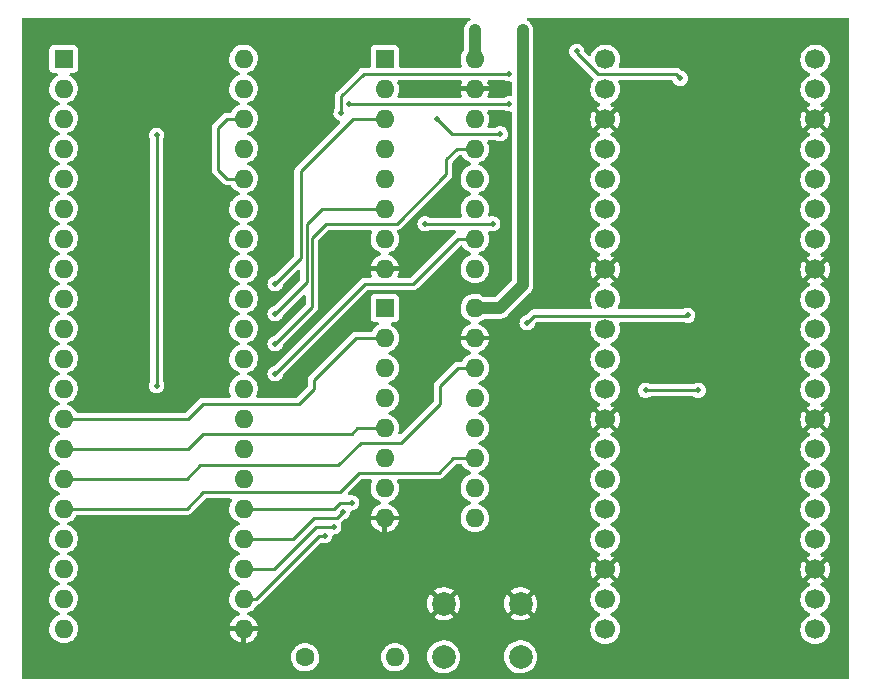
<source format=gbr>
%TF.GenerationSoftware,KiCad,Pcbnew,(6.0.8)*%
%TF.CreationDate,2022-11-05T16:02:49+08:00*%
%TF.ProjectId,pico_apple1,7069636f-5f61-4707-906c-65312e6b6963,rev?*%
%TF.SameCoordinates,Original*%
%TF.FileFunction,Copper,L2,Bot*%
%TF.FilePolarity,Positive*%
%FSLAX46Y46*%
G04 Gerber Fmt 4.6, Leading zero omitted, Abs format (unit mm)*
G04 Created by KiCad (PCBNEW (6.0.8)) date 2022-11-05 16:02:49*
%MOMM*%
%LPD*%
G01*
G04 APERTURE LIST*
%TA.AperFunction,ComponentPad*%
%ADD10C,1.700000*%
%TD*%
%TA.AperFunction,ComponentPad*%
%ADD11O,1.600000X1.600000*%
%TD*%
%TA.AperFunction,ComponentPad*%
%ADD12R,1.600000X1.600000*%
%TD*%
%TA.AperFunction,ComponentPad*%
%ADD13C,2.000000*%
%TD*%
%TA.AperFunction,ComponentPad*%
%ADD14C,1.600000*%
%TD*%
%TA.AperFunction,ViaPad*%
%ADD15C,0.500000*%
%TD*%
%TA.AperFunction,ViaPad*%
%ADD16C,1.000000*%
%TD*%
%TA.AperFunction,Conductor*%
%ADD17C,0.250000*%
%TD*%
%TA.AperFunction,Conductor*%
%ADD18C,1.000000*%
%TD*%
G04 APERTURE END LIST*
D10*
%TO.P,U4,1,GP0*%
%TO.N,Net-(U2-Pad4)*%
X77724000Y-40949000D03*
%TO.P,U4,2,GP1*%
%TO.N,Net-(U2-Pad7)*%
X77724000Y-43489000D03*
%TO.P,U4,3,GND*%
%TO.N,GND*%
X77724000Y-46029000D03*
%TO.P,U4,4,GP2*%
%TO.N,Net-(U2-Pad12)*%
X77724000Y-48569000D03*
%TO.P,U4,5,GP3*%
%TO.N,Net-(U2-Pad9)*%
X77724000Y-51109000D03*
%TO.P,U4,6,GP4*%
%TO.N,Net-(U3-Pad4)*%
X77724000Y-53649000D03*
%TO.P,U4,7,GP5*%
%TO.N,Net-(U3-Pad7)*%
X77724000Y-56189000D03*
%TO.P,U4,8,GND*%
%TO.N,GND*%
X77724000Y-58729000D03*
%TO.P,U4,9,GP6*%
%TO.N,Net-(U3-Pad12)*%
X77724000Y-61269000D03*
%TO.P,U4,10,GP7*%
%TO.N,Net-(U3-Pad9)*%
X77724000Y-63809000D03*
%TO.P,U4,11,GP8*%
%TO.N,Net-(U1-Pad33)*%
X77724000Y-66349000D03*
%TO.P,U4,12,GP9*%
%TO.N,Net-(U1-Pad32)*%
X77724000Y-68889000D03*
%TO.P,U4,13,GND*%
%TO.N,GND*%
X77724000Y-71429000D03*
%TO.P,U4,14,GP10*%
%TO.N,Net-(U1-Pad31)*%
X77724000Y-73969000D03*
%TO.P,U4,15,GP11*%
%TO.N,Net-(U1-Pad30)*%
X77724000Y-76509000D03*
%TO.P,U4,16,GP12*%
%TO.N,Net-(U1-Pad29)*%
X77724000Y-79049000D03*
%TO.P,U4,17,GP13*%
%TO.N,Net-(U1-Pad28)*%
X77724000Y-81589000D03*
%TO.P,U4,18,GND*%
%TO.N,GND*%
X77724000Y-84129000D03*
%TO.P,U4,19,GP14*%
%TO.N,Net-(U1-Pad27)*%
X77724000Y-86669000D03*
%TO.P,U4,20,GP15*%
%TO.N,Net-(U1-Pad26)*%
X77724000Y-89209000D03*
%TO.P,U4,21,GP16*%
%TO.N,/R{slash}W*%
X95504000Y-89209000D03*
%TO.P,U4,22,GP17*%
%TO.N,/CLK*%
X95504000Y-86669000D03*
%TO.P,U4,23,GND*%
%TO.N,GND*%
X95504000Y-84129000D03*
%TO.P,U4,24,GP18*%
%TO.N,/~{IRQ}*%
X95504000Y-81589000D03*
%TO.P,U4,25,GP19*%
%TO.N,/~{NMI}*%
X95504000Y-79049000D03*
%TO.P,U4,26,GP20*%
%TO.N,/~{RST}*%
X95504000Y-76509000D03*
%TO.P,U4,27,GP21*%
%TO.N,/AS*%
X95504000Y-73969000D03*
%TO.P,U4,28,GND*%
%TO.N,GND*%
X95504000Y-71429000D03*
%TO.P,U4,29,GP22*%
%TO.N,Net-(U4-Pad29)*%
X95504000Y-68889000D03*
%TO.P,U4,30,RUN*%
%TO.N,unconnected-(U4-Pad30)*%
X95504000Y-66349000D03*
%TO.P,U4,31,GP26*%
%TO.N,unconnected-(U4-Pad31)*%
X95504000Y-63809000D03*
%TO.P,U4,32,GP27*%
%TO.N,unconnected-(U4-Pad32)*%
X95504000Y-61269000D03*
%TO.P,U4,33,GND*%
%TO.N,GND*%
X95504000Y-58729000D03*
%TO.P,U4,34,GP28*%
%TO.N,unconnected-(U4-Pad34)*%
X95504000Y-56189000D03*
%TO.P,U4,35,ADC_VREF*%
%TO.N,unconnected-(U4-Pad35)*%
X95504000Y-53649000D03*
%TO.P,U4,36,3V3(OUT)*%
%TO.N,+3V3*%
X95504000Y-51109000D03*
%TO.P,U4,37,3V3_EN*%
%TO.N,unconnected-(U4-Pad37)*%
X95504000Y-48569000D03*
%TO.P,U4,38,GND*%
%TO.N,GND*%
X95504000Y-46029000D03*
%TO.P,U4,39,VSYS*%
%TO.N,unconnected-(U4-Pad39)*%
X95504000Y-43489000D03*
%TO.P,U4,40,VBUS*%
%TO.N,unconnected-(U4-Pad40)*%
X95504000Y-40949000D03*
%TD*%
D11*
%TO.P,U3,16,VCC*%
%TO.N,+3V3*%
X66685000Y-61991000D03*
%TO.P,U3,15,E*%
%TO.N,GND*%
X66685000Y-64531000D03*
%TO.P,U3,14,I0d*%
%TO.N,Net-(U3-Pad14)*%
X66685000Y-67071000D03*
%TO.P,U3,13,I1d*%
%TO.N,Net-(U1-Pad24)*%
X66685000Y-69611000D03*
%TO.P,U3,12,Zd*%
%TO.N,Net-(U3-Pad12)*%
X66685000Y-72151000D03*
%TO.P,U3,11,I0c*%
%TO.N,Net-(U3-Pad11)*%
X66685000Y-74691000D03*
%TO.P,U3,10,I1c*%
%TO.N,Net-(U3-Pad10)*%
X66685000Y-77231000D03*
%TO.P,U3,9,Zc*%
%TO.N,Net-(U3-Pad9)*%
X66685000Y-79771000D03*
%TO.P,U3,8,GND*%
%TO.N,GND*%
X59065000Y-79771000D03*
%TO.P,U3,7,Zb*%
%TO.N,Net-(U3-Pad7)*%
X59065000Y-77231000D03*
%TO.P,U3,6,I1b*%
%TO.N,Net-(U1-Pad23)*%
X59065000Y-74691000D03*
%TO.P,U3,5,I0b*%
%TO.N,Net-(U1-Pad14)*%
X59065000Y-72151000D03*
%TO.P,U3,4,Za*%
%TO.N,Net-(U3-Pad4)*%
X59065000Y-69611000D03*
%TO.P,U3,3,I1a*%
%TO.N,Net-(U1-Pad22)*%
X59065000Y-67071000D03*
%TO.P,U3,2,I0a*%
%TO.N,Net-(U1-Pad13)*%
X59065000Y-64531000D03*
D12*
%TO.P,U3,1,S*%
%TO.N,/AS*%
X59065000Y-61991000D03*
%TD*%
%TO.P,U2,1,S*%
%TO.N,/AS*%
X59065000Y-40899000D03*
D11*
%TO.P,U2,2,I0a*%
%TO.N,Net-(U1-Pad9)*%
X59065000Y-43439000D03*
%TO.P,U2,3,I1a*%
%TO.N,Net-(U1-Pad17)*%
X59065000Y-45979000D03*
%TO.P,U2,4,Za*%
%TO.N,Net-(U2-Pad4)*%
X59065000Y-48519000D03*
%TO.P,U2,5,I0b*%
%TO.N,Net-(U1-Pad10)*%
X59065000Y-51059000D03*
%TO.P,U2,6,I1b*%
%TO.N,Net-(U1-Pad18)*%
X59065000Y-53599000D03*
%TO.P,U2,7,Zb*%
%TO.N,Net-(U2-Pad7)*%
X59065000Y-56139000D03*
%TO.P,U2,8,GND*%
%TO.N,GND*%
X59065000Y-58679000D03*
%TO.P,U2,9,Zc*%
%TO.N,Net-(U2-Pad9)*%
X66685000Y-58679000D03*
%TO.P,U2,10,I1c*%
%TO.N,Net-(U2-Pad10)*%
X66685000Y-56139000D03*
%TO.P,U2,11,I0c*%
%TO.N,Net-(U2-Pad11)*%
X66685000Y-53599000D03*
%TO.P,U2,12,Zd*%
%TO.N,Net-(U2-Pad12)*%
X66685000Y-51059000D03*
%TO.P,U2,13,I1d*%
%TO.N,Net-(U2-Pad13)*%
X66685000Y-48519000D03*
%TO.P,U2,14,I0d*%
%TO.N,Net-(U2-Pad14)*%
X66685000Y-45979000D03*
%TO.P,U2,15,E*%
%TO.N,GND*%
X66685000Y-43439000D03*
%TO.P,U2,16,VCC*%
%TO.N,+3V3*%
X66685000Y-40899000D03*
%TD*%
D12*
%TO.P,U1,1,VPB*%
%TO.N,unconnected-(U1-Pad1)*%
X31872000Y-40899000D03*
D11*
%TO.P,U1,2,RDY*%
%TO.N,Net-(R1-Pad1)*%
X31872000Y-43439000D03*
%TO.P,U1,3,PHI1O*%
%TO.N,unconnected-(U1-Pad3)*%
X31872000Y-45979000D03*
%TO.P,U1,4,IRQB*%
%TO.N,/~{IRQ}*%
X31872000Y-48519000D03*
%TO.P,U1,5,MLB*%
%TO.N,unconnected-(U1-Pad5)*%
X31872000Y-51059000D03*
%TO.P,U1,6,NMIB*%
%TO.N,/~{NMI}*%
X31872000Y-53599000D03*
%TO.P,U1,7,SYNC*%
%TO.N,unconnected-(U1-Pad7)*%
X31872000Y-56139000D03*
%TO.P,U1,8,VDD*%
%TO.N,+3V3*%
X31872000Y-58679000D03*
%TO.P,U1,9,A0*%
%TO.N,Net-(U1-Pad9)*%
X31872000Y-61219000D03*
%TO.P,U1,10,A1*%
%TO.N,Net-(U1-Pad10)*%
X31872000Y-63759000D03*
%TO.P,U1,11,A2*%
%TO.N,Net-(U2-Pad14)*%
X31872000Y-66299000D03*
%TO.P,U1,12,A3*%
%TO.N,Net-(U2-Pad11)*%
X31872000Y-68839000D03*
%TO.P,U1,13,A4*%
%TO.N,Net-(U1-Pad13)*%
X31872000Y-71379000D03*
%TO.P,U1,14,A5*%
%TO.N,Net-(U1-Pad14)*%
X31872000Y-73919000D03*
%TO.P,U1,15,A6*%
%TO.N,Net-(U3-Pad14)*%
X31872000Y-76459000D03*
%TO.P,U1,16,A7*%
%TO.N,Net-(U3-Pad11)*%
X31872000Y-78999000D03*
%TO.P,U1,17,A8*%
%TO.N,Net-(U1-Pad17)*%
X31872000Y-81539000D03*
%TO.P,U1,18,A9*%
%TO.N,Net-(U1-Pad18)*%
X31872000Y-84079000D03*
%TO.P,U1,19,A10*%
%TO.N,Net-(U2-Pad13)*%
X31872000Y-86619000D03*
%TO.P,U1,20,A11*%
%TO.N,Net-(U2-Pad10)*%
X31872000Y-89159000D03*
%TO.P,U1,21,VSS*%
%TO.N,GND*%
X47112000Y-89159000D03*
%TO.P,U1,22,A12*%
%TO.N,Net-(U1-Pad22)*%
X47112000Y-86619000D03*
%TO.P,U1,23,A13*%
%TO.N,Net-(U1-Pad23)*%
X47112000Y-84079000D03*
%TO.P,U1,24,A14*%
%TO.N,Net-(U1-Pad24)*%
X47112000Y-81539000D03*
%TO.P,U1,25,A15*%
%TO.N,Net-(U3-Pad10)*%
X47112000Y-78999000D03*
%TO.P,U1,26,D7*%
%TO.N,Net-(U1-Pad26)*%
X47112000Y-76459000D03*
%TO.P,U1,27,D6*%
%TO.N,Net-(U1-Pad27)*%
X47112000Y-73919000D03*
%TO.P,U1,28,D5*%
%TO.N,Net-(U1-Pad28)*%
X47112000Y-71379000D03*
%TO.P,U1,29,D4*%
%TO.N,Net-(U1-Pad29)*%
X47112000Y-68839000D03*
%TO.P,U1,30,D3*%
%TO.N,Net-(U1-Pad30)*%
X47112000Y-66299000D03*
%TO.P,U1,31,D2*%
%TO.N,Net-(U1-Pad31)*%
X47112000Y-63759000D03*
%TO.P,U1,32,D1*%
%TO.N,Net-(U1-Pad32)*%
X47112000Y-61219000D03*
%TO.P,U1,33,D0*%
%TO.N,Net-(U1-Pad33)*%
X47112000Y-58679000D03*
%TO.P,U1,34,RWB*%
%TO.N,/R{slash}W*%
X47112000Y-56139000D03*
%TO.P,U1,35,NC*%
%TO.N,unconnected-(U1-Pad35)*%
X47112000Y-53599000D03*
%TO.P,U1,36,BE*%
%TO.N,+3V3*%
X47112000Y-51059000D03*
%TO.P,U1,37,PHI2*%
%TO.N,/CLK*%
X47112000Y-48519000D03*
%TO.P,U1,38,SOB*%
%TO.N,+3V3*%
X47112000Y-45979000D03*
%TO.P,U1,39,PHI2O*%
%TO.N,unconnected-(U1-Pad39)*%
X47112000Y-43439000D03*
%TO.P,U1,40,RESB*%
%TO.N,/~{RST}*%
X47112000Y-40899000D03*
%TD*%
D13*
%TO.P,SW1,2,2*%
%TO.N,Net-(U4-Pad29)*%
X70560000Y-91531000D03*
X64060000Y-91531000D03*
%TO.P,SW1,1,1*%
%TO.N,GND*%
X70560000Y-87031000D03*
X64060000Y-87031000D03*
%TD*%
D11*
%TO.P,R1,2*%
%TO.N,+3V3*%
X59944000Y-91567000D03*
D14*
%TO.P,R1,1*%
%TO.N,Net-(R1-Pad1)*%
X52324000Y-91567000D03*
%TD*%
D15*
%TO.N,GND*%
X62733000Y-41280000D03*
X61717000Y-41280000D03*
X63114000Y-43312000D03*
X64257000Y-43312000D03*
D16*
%TO.N,+3V3*%
X70739000Y-38481000D03*
X66675000Y-38481000D03*
D15*
%TO.N,Net-(U4-Pad29)*%
X85598000Y-68961000D03*
X81153000Y-68961000D03*
%TO.N,Net-(R1-Pad1)*%
X39751000Y-47371000D03*
X39751000Y-68580000D03*
%TO.N,/AS*%
X84709000Y-62611000D03*
X71120000Y-63246000D03*
X84074000Y-42545000D03*
X75311000Y-40259000D03*
%TO.N,/~{NMI}*%
X69596000Y-42164000D03*
X55372000Y-45466000D03*
%TO.N,/~{IRQ}*%
X69596000Y-44704000D03*
X56007000Y-44704000D03*
%TO.N,/CLK*%
X68834000Y-47244000D03*
X63500000Y-45974000D03*
%TO.N,/R{slash}W*%
X68199000Y-54864000D03*
X62484000Y-54864000D03*
%TO.N,Net-(U3-Pad10)*%
X56261000Y-78486000D03*
%TO.N,Net-(U1-Pad24)*%
X55499000Y-79248000D03*
%TO.N,Net-(U1-Pad23)*%
X54737000Y-80518000D03*
%TO.N,Net-(U1-Pad22)*%
X53975000Y-81280000D03*
%TO.N,Net-(U2-Pad10)*%
X49784000Y-67564000D03*
%TO.N,Net-(U2-Pad13)*%
X49784000Y-65024000D03*
%TO.N,Net-(U1-Pad18)*%
X49784000Y-62484000D03*
%TO.N,Net-(U1-Pad17)*%
X49784000Y-59944000D03*
%TD*%
D17*
%TO.N,Net-(U2-Pad13)*%
X64262000Y-49403000D02*
X65146000Y-48519000D01*
X54102000Y-54864000D02*
X60071000Y-54864000D01*
X52901000Y-56065000D02*
X54102000Y-54864000D01*
X64262000Y-50673000D02*
X64262000Y-49403000D01*
X52901000Y-61907000D02*
X52901000Y-56065000D01*
X60071000Y-54864000D02*
X64262000Y-50673000D01*
X65146000Y-48519000D02*
X66685000Y-48519000D01*
X49784000Y-65024000D02*
X52901000Y-61907000D01*
%TO.N,Net-(U2-Pad10)*%
X65273000Y-56139000D02*
X66685000Y-56139000D01*
X57404000Y-59944000D02*
X61468000Y-59944000D01*
X61468000Y-59944000D02*
X65273000Y-56139000D01*
X49784000Y-67564000D02*
X57404000Y-59944000D01*
%TO.N,Net-(U1-Pad13)*%
X56627000Y-64531000D02*
X59065000Y-64531000D01*
X53086000Y-68072000D02*
X56627000Y-64531000D01*
X53086000Y-68834000D02*
X53086000Y-68072000D01*
X43688000Y-70104000D02*
X51816000Y-70104000D01*
X42413000Y-71379000D02*
X43688000Y-70104000D01*
X31872000Y-71379000D02*
X42413000Y-71379000D01*
X51816000Y-70104000D02*
X53086000Y-68834000D01*
%TO.N,Net-(U3-Pad14)*%
X65263000Y-67071000D02*
X66685000Y-67071000D01*
X63754000Y-68580000D02*
X65263000Y-67071000D01*
X63754000Y-70104000D02*
X63754000Y-68580000D01*
X60452000Y-73406000D02*
X63754000Y-70104000D01*
X43434000Y-75311000D02*
X55118000Y-75311000D01*
X57023000Y-73406000D02*
X60452000Y-73406000D01*
X42286000Y-76459000D02*
X43434000Y-75311000D01*
X31872000Y-76459000D02*
X42286000Y-76459000D01*
X55118000Y-75311000D02*
X57023000Y-73406000D01*
%TO.N,Net-(U3-Pad11)*%
X56896000Y-75946000D02*
X63627000Y-75946000D01*
X63627000Y-75946000D02*
X64882000Y-74691000D01*
X55245000Y-77597000D02*
X56896000Y-75946000D01*
X42286000Y-78999000D02*
X43688000Y-77597000D01*
X64882000Y-74691000D02*
X66685000Y-74691000D01*
X31872000Y-78999000D02*
X42286000Y-78999000D01*
X43688000Y-77597000D02*
X55245000Y-77597000D01*
%TO.N,Net-(R1-Pad1)*%
X39751000Y-68580000D02*
X39751000Y-47371000D01*
%TO.N,/~{NMI}*%
X57277000Y-42164000D02*
X69596000Y-42164000D01*
X55372000Y-45466000D02*
X55372000Y-44069000D01*
X55372000Y-44069000D02*
X57277000Y-42164000D01*
%TO.N,Net-(U1-Pad17)*%
X51943000Y-50419000D02*
X56383000Y-45979000D01*
X56383000Y-45979000D02*
X59065000Y-45979000D01*
X51943000Y-57785000D02*
X51943000Y-50419000D01*
X49784000Y-59944000D02*
X51943000Y-57785000D01*
%TO.N,/~{IRQ}*%
X56007000Y-44704000D02*
X69596000Y-44704000D01*
D18*
%TO.N,+3V3*%
X68819000Y-61991000D02*
X66685000Y-61991000D01*
X70739000Y-60071000D02*
X68819000Y-61991000D01*
X70739000Y-38481000D02*
X70739000Y-60071000D01*
D17*
%TO.N,/R{slash}W*%
X62484000Y-54864000D02*
X68199000Y-54864000D01*
%TO.N,/CLK*%
X64770000Y-47244000D02*
X63500000Y-45974000D01*
X68834000Y-47244000D02*
X64770000Y-47244000D01*
%TO.N,+3V3*%
X66685000Y-38491000D02*
X66675000Y-38481000D01*
D18*
X66685000Y-40899000D02*
X66685000Y-38491000D01*
D17*
X44958000Y-50292000D02*
X45725000Y-51059000D01*
X45725000Y-51059000D02*
X47112000Y-51059000D01*
X45715000Y-45979000D02*
X44958000Y-46736000D01*
X47112000Y-45979000D02*
X45715000Y-45979000D01*
X44958000Y-46736000D02*
X44958000Y-50292000D01*
%TO.N,/AS*%
X77089000Y-42164000D02*
X83693000Y-42164000D01*
X75311000Y-40386000D02*
X77089000Y-42164000D01*
X75311000Y-40259000D02*
X75311000Y-40386000D01*
X83693000Y-42164000D02*
X84074000Y-42545000D01*
X71732000Y-62634000D02*
X84686000Y-62634000D01*
X71120000Y-63246000D02*
X71732000Y-62634000D01*
X84686000Y-62634000D02*
X84709000Y-62611000D01*
%TO.N,Net-(U4-Pad29)*%
X85598000Y-68961000D02*
X81153000Y-68961000D01*
%TO.N,Net-(U1-Pad23)*%
X49683750Y-84079000D02*
X47112000Y-84079000D01*
X53244750Y-80518000D02*
X49683750Y-84079000D01*
X54737000Y-80518000D02*
X53244750Y-80518000D01*
%TO.N,Net-(U1-Pad22)*%
X48128000Y-86619000D02*
X47112000Y-86619000D01*
X53467000Y-81280000D02*
X48128000Y-86619000D01*
X53975000Y-81280000D02*
X53467000Y-81280000D01*
%TO.N,Net-(U1-Pad24)*%
X53086000Y-79756000D02*
X51303000Y-81539000D01*
X51303000Y-81539000D02*
X47112000Y-81539000D01*
X54991000Y-79756000D02*
X53086000Y-79756000D01*
X55499000Y-79248000D02*
X54991000Y-79756000D01*
%TO.N,Net-(U3-Pad10)*%
X54732000Y-78999000D02*
X47112000Y-78999000D01*
X55245000Y-78486000D02*
X54732000Y-78999000D01*
X56261000Y-78486000D02*
X55245000Y-78486000D01*
%TO.N,Net-(U1-Pad14)*%
X56754000Y-72151000D02*
X59065000Y-72151000D01*
X56261000Y-72644000D02*
X56754000Y-72151000D01*
X42413000Y-73919000D02*
X43688000Y-72644000D01*
X31872000Y-73919000D02*
X42413000Y-73919000D01*
X43688000Y-72644000D02*
X56261000Y-72644000D01*
%TO.N,Net-(U1-Pad18)*%
X53716000Y-53599000D02*
X59065000Y-53599000D01*
X52451000Y-54864000D02*
X53716000Y-53599000D01*
X52451000Y-59817000D02*
X52451000Y-54864000D01*
X49784000Y-62484000D02*
X52451000Y-59817000D01*
%TD*%
%TA.AperFunction,Conductor*%
%TO.N,GND*%
G36*
X66263637Y-37419462D02*
G01*
X66318175Y-37474000D01*
X66338137Y-37548500D01*
X66318175Y-37623000D01*
X66263637Y-37677538D01*
X66249741Y-37684618D01*
X66222270Y-37696849D01*
X66069129Y-37808112D01*
X66013403Y-37870002D01*
X65947693Y-37942979D01*
X65947689Y-37942984D01*
X65942467Y-37948784D01*
X65938564Y-37955544D01*
X65938562Y-37955547D01*
X65932789Y-37965547D01*
X65847821Y-38112716D01*
X65789326Y-38292744D01*
X65769540Y-38481000D01*
X65770356Y-38488763D01*
X65770356Y-38488764D01*
X65783684Y-38615575D01*
X65784500Y-38631149D01*
X65784500Y-40050349D01*
X65764538Y-40124849D01*
X65752513Y-40142592D01*
X65673863Y-40242360D01*
X65670684Y-40248403D01*
X65670681Y-40248407D01*
X65574311Y-40431575D01*
X65571131Y-40437620D01*
X65569106Y-40444143D01*
X65507727Y-40641813D01*
X65507726Y-40641818D01*
X65505703Y-40648333D01*
X65504901Y-40655110D01*
X65504900Y-40655114D01*
X65486273Y-40812496D01*
X65479770Y-40867440D01*
X65494200Y-41087604D01*
X65548511Y-41301452D01*
X65551369Y-41307652D01*
X65551371Y-41307657D01*
X65606445Y-41427119D01*
X65619507Y-41503133D01*
X65592812Y-41575494D01*
X65533513Y-41624813D01*
X65471132Y-41638500D01*
X60414500Y-41638500D01*
X60340000Y-41618538D01*
X60285462Y-41564000D01*
X60265500Y-41489500D01*
X60265499Y-40073338D01*
X60265499Y-40067482D01*
X60250646Y-39973696D01*
X60193050Y-39860658D01*
X60103342Y-39770950D01*
X60036319Y-39736800D01*
X60000751Y-39718677D01*
X59990304Y-39713354D01*
X59967171Y-39709690D01*
X59902299Y-39699415D01*
X59902293Y-39699415D01*
X59896519Y-39698500D01*
X59065143Y-39698500D01*
X58233482Y-39698501D01*
X58215840Y-39701295D01*
X58151280Y-39711519D01*
X58151277Y-39711520D01*
X58139696Y-39713354D01*
X58026658Y-39770950D01*
X57936950Y-39860658D01*
X57931628Y-39871103D01*
X57895505Y-39941999D01*
X57879354Y-39973696D01*
X57877520Y-39985276D01*
X57865416Y-40061699D01*
X57864500Y-40067481D01*
X57864501Y-40844879D01*
X57864501Y-41489500D01*
X57844539Y-41564000D01*
X57790001Y-41618538D01*
X57715501Y-41638500D01*
X57291920Y-41638500D01*
X57285681Y-41638369D01*
X57227081Y-41635913D01*
X57217191Y-41638233D01*
X57217188Y-41638233D01*
X57187959Y-41645089D01*
X57174178Y-41647644D01*
X57134354Y-41653099D01*
X57125037Y-41657131D01*
X57125036Y-41657131D01*
X57123537Y-41657780D01*
X57098379Y-41666099D01*
X57086907Y-41668790D01*
X57078003Y-41673685D01*
X57051698Y-41688146D01*
X57039094Y-41694321D01*
X57011537Y-41706246D01*
X57011533Y-41706249D01*
X57002217Y-41710280D01*
X56993052Y-41717702D01*
X56971077Y-41732468D01*
X56960737Y-41738153D01*
X56952995Y-41744835D01*
X56930630Y-41767200D01*
X56919039Y-41777636D01*
X56890325Y-41800888D01*
X56884440Y-41809169D01*
X56884439Y-41809170D01*
X56881319Y-41813560D01*
X56865225Y-41832605D01*
X55010971Y-43686860D01*
X55006466Y-43691180D01*
X54982113Y-43713574D01*
X54963288Y-43730884D01*
X54957940Y-43739510D01*
X54957938Y-43739512D01*
X54942117Y-43765029D01*
X54934166Y-43776598D01*
X54909872Y-43808604D01*
X54905529Y-43819573D01*
X54893629Y-43843232D01*
X54887418Y-43853250D01*
X54876203Y-43891849D01*
X54871663Y-43905109D01*
X54860609Y-43933029D01*
X54860608Y-43933033D01*
X54856871Y-43942472D01*
X54855810Y-43952568D01*
X54855639Y-43954194D01*
X54850539Y-43980184D01*
X54849427Y-43984010D01*
X54849424Y-43984024D01*
X54847249Y-43991512D01*
X54846500Y-44001712D01*
X54846500Y-44033334D01*
X54845684Y-44048909D01*
X54845161Y-44053889D01*
X54841821Y-44085662D01*
X54843515Y-44095677D01*
X54844413Y-44100987D01*
X54846500Y-44125835D01*
X54846500Y-45035239D01*
X54826538Y-45109739D01*
X54819406Y-45120911D01*
X54794501Y-45156348D01*
X54737309Y-45303039D01*
X54736136Y-45311945D01*
X54736136Y-45311947D01*
X54729514Y-45362245D01*
X54716758Y-45459138D01*
X54717744Y-45468069D01*
X54717744Y-45468070D01*
X54726576Y-45548067D01*
X54734035Y-45615633D01*
X54788143Y-45763490D01*
X54793154Y-45770947D01*
X54841972Y-45843595D01*
X54875958Y-45894172D01*
X54992410Y-46000135D01*
X55000300Y-46004419D01*
X55077698Y-46046443D01*
X55130776Y-46075262D01*
X55139461Y-46077541D01*
X55139465Y-46077542D01*
X55179567Y-46088062D01*
X55206637Y-46095164D01*
X55273632Y-46133376D01*
X55312546Y-46199968D01*
X55312950Y-46277095D01*
X55274186Y-46344645D01*
X51581972Y-50036859D01*
X51577467Y-50041179D01*
X51534288Y-50080884D01*
X51528940Y-50089510D01*
X51528938Y-50089512D01*
X51513117Y-50115029D01*
X51505166Y-50126598D01*
X51480872Y-50158604D01*
X51476529Y-50169573D01*
X51464629Y-50193232D01*
X51458418Y-50203250D01*
X51447203Y-50241849D01*
X51442663Y-50255109D01*
X51431609Y-50283029D01*
X51431608Y-50283033D01*
X51427871Y-50292472D01*
X51426810Y-50302568D01*
X51426639Y-50304194D01*
X51421539Y-50330184D01*
X51420427Y-50334010D01*
X51420424Y-50334024D01*
X51418249Y-50341512D01*
X51417500Y-50351712D01*
X51417500Y-50383334D01*
X51416684Y-50398909D01*
X51413985Y-50424590D01*
X51412821Y-50435662D01*
X51414515Y-50445677D01*
X51415413Y-50450987D01*
X51417500Y-50475835D01*
X51417500Y-57505613D01*
X51397538Y-57580113D01*
X51373859Y-57610972D01*
X49716135Y-59268696D01*
X49645559Y-59308220D01*
X49555588Y-59329820D01*
X49415679Y-59402032D01*
X49297034Y-59505533D01*
X49206501Y-59634348D01*
X49149309Y-59781039D01*
X49148136Y-59789945D01*
X49148136Y-59789947D01*
X49140055Y-59851331D01*
X49128758Y-59937138D01*
X49129744Y-59946069D01*
X49129744Y-59946070D01*
X49143383Y-60069608D01*
X49146035Y-60093633D01*
X49200143Y-60241490D01*
X49205154Y-60248947D01*
X49281905Y-60363164D01*
X49287958Y-60372172D01*
X49294600Y-60378215D01*
X49294601Y-60378217D01*
X49336864Y-60416673D01*
X49404410Y-60478135D01*
X49542776Y-60553262D01*
X49584275Y-60564149D01*
X49686384Y-60590937D01*
X49686388Y-60590937D01*
X49695069Y-60593215D01*
X49852495Y-60595688D01*
X49909527Y-60582626D01*
X49997210Y-60562544D01*
X49997211Y-60562544D01*
X50005968Y-60560538D01*
X50013995Y-60556501D01*
X50138599Y-60493832D01*
X50138601Y-60493831D01*
X50146625Y-60489795D01*
X50266348Y-60387542D01*
X50276364Y-60373603D01*
X50352981Y-60266980D01*
X50352982Y-60266977D01*
X50358224Y-60259683D01*
X50362872Y-60248122D01*
X50413601Y-60121930D01*
X50413602Y-60121927D01*
X50416950Y-60113598D01*
X50419420Y-60096240D01*
X50419799Y-60093580D01*
X50450060Y-60022636D01*
X50461954Y-60009215D01*
X51671141Y-58800028D01*
X51737936Y-58761464D01*
X51815064Y-58761464D01*
X51881859Y-58800028D01*
X51920423Y-58866823D01*
X51925500Y-58905387D01*
X51925500Y-59537612D01*
X51905538Y-59612112D01*
X51881859Y-59642971D01*
X49716135Y-61808696D01*
X49645559Y-61848220D01*
X49555588Y-61869820D01*
X49415679Y-61942032D01*
X49297034Y-62045533D01*
X49206501Y-62174348D01*
X49149309Y-62321039D01*
X49148136Y-62329945D01*
X49148136Y-62329947D01*
X49138959Y-62399657D01*
X49128758Y-62477138D01*
X49129744Y-62486069D01*
X49129744Y-62486070D01*
X49145023Y-62624463D01*
X49146035Y-62633633D01*
X49178934Y-62723533D01*
X49195362Y-62768424D01*
X49200143Y-62781490D01*
X49205154Y-62788947D01*
X49275746Y-62893998D01*
X49287958Y-62912172D01*
X49294600Y-62918215D01*
X49294601Y-62918217D01*
X49326921Y-62947626D01*
X49404410Y-63018135D01*
X49542776Y-63093262D01*
X49597940Y-63107734D01*
X49686384Y-63130937D01*
X49686388Y-63130937D01*
X49695069Y-63133215D01*
X49852495Y-63135688D01*
X49961332Y-63110761D01*
X49997210Y-63102544D01*
X49997211Y-63102544D01*
X50005968Y-63100538D01*
X50013995Y-63096501D01*
X50138599Y-63033832D01*
X50138601Y-63033831D01*
X50146625Y-63029795D01*
X50266348Y-62927542D01*
X50274423Y-62916304D01*
X50352981Y-62806980D01*
X50352982Y-62806977D01*
X50358224Y-62799683D01*
X50364684Y-62783614D01*
X50413601Y-62661930D01*
X50413602Y-62661927D01*
X50416950Y-62653598D01*
X50419799Y-62633580D01*
X50450060Y-62562636D01*
X50461954Y-62549215D01*
X52121141Y-60890028D01*
X52187936Y-60851464D01*
X52265064Y-60851464D01*
X52331859Y-60890028D01*
X52370423Y-60956823D01*
X52375500Y-60995387D01*
X52375500Y-61627612D01*
X52355538Y-61702112D01*
X52331859Y-61732971D01*
X49716135Y-64348696D01*
X49645559Y-64388220D01*
X49555588Y-64409820D01*
X49415679Y-64482032D01*
X49297034Y-64585533D01*
X49206501Y-64714348D01*
X49149309Y-64861039D01*
X49148136Y-64869945D01*
X49148136Y-64869947D01*
X49143438Y-64905635D01*
X49128758Y-65017138D01*
X49129744Y-65026069D01*
X49129744Y-65026070D01*
X49145023Y-65164463D01*
X49146035Y-65173633D01*
X49179702Y-65265631D01*
X49195362Y-65308424D01*
X49200143Y-65321490D01*
X49287958Y-65452172D01*
X49294600Y-65458215D01*
X49294601Y-65458217D01*
X49326921Y-65487626D01*
X49404410Y-65558135D01*
X49542776Y-65633262D01*
X49597940Y-65647734D01*
X49686384Y-65670937D01*
X49686388Y-65670937D01*
X49695069Y-65673215D01*
X49852495Y-65675688D01*
X49923839Y-65659348D01*
X49997210Y-65642544D01*
X49997211Y-65642544D01*
X50005968Y-65640538D01*
X50013995Y-65636501D01*
X50138599Y-65573832D01*
X50138601Y-65573831D01*
X50146625Y-65569795D01*
X50266348Y-65467542D01*
X50273049Y-65458217D01*
X50352981Y-65346980D01*
X50352982Y-65346977D01*
X50358224Y-65339683D01*
X50366089Y-65320119D01*
X50413601Y-65201930D01*
X50413602Y-65201927D01*
X50416950Y-65193598D01*
X50419799Y-65173580D01*
X50450060Y-65102636D01*
X50461954Y-65089215D01*
X53262028Y-62289141D01*
X53266533Y-62284821D01*
X53302239Y-62251988D01*
X53302240Y-62251987D01*
X53309712Y-62245116D01*
X53321565Y-62226000D01*
X53330890Y-62210961D01*
X53338839Y-62199395D01*
X53356985Y-62175488D01*
X53363128Y-62167395D01*
X53367469Y-62156432D01*
X53379370Y-62132770D01*
X53380229Y-62131384D01*
X53380230Y-62131382D01*
X53385582Y-62122750D01*
X53396793Y-62084163D01*
X53401340Y-62070882D01*
X53402073Y-62069032D01*
X53405057Y-62061494D01*
X53412392Y-62042969D01*
X53412393Y-62042967D01*
X53416130Y-62033527D01*
X53417362Y-62021804D01*
X53422464Y-61995802D01*
X53423571Y-61991991D01*
X53425751Y-61984488D01*
X53426500Y-61974288D01*
X53426500Y-61942676D01*
X53427316Y-61927101D01*
X53430119Y-61900437D01*
X53430119Y-61900434D01*
X53431180Y-61890338D01*
X53428587Y-61875006D01*
X53426500Y-61850159D01*
X53426500Y-56344387D01*
X53446462Y-56269887D01*
X53470141Y-56239028D01*
X54276029Y-55433141D01*
X54342824Y-55394577D01*
X54381388Y-55389500D01*
X57855962Y-55389500D01*
X57930462Y-55409462D01*
X57985000Y-55464000D01*
X58004962Y-55538500D01*
X57987825Y-55607876D01*
X57951131Y-55677620D01*
X57929365Y-55747719D01*
X57887727Y-55881813D01*
X57887726Y-55881818D01*
X57885703Y-55888333D01*
X57884901Y-55895110D01*
X57884900Y-55895114D01*
X57860573Y-56100653D01*
X57859770Y-56107440D01*
X57860217Y-56114258D01*
X57868395Y-56239028D01*
X57874200Y-56327604D01*
X57928511Y-56541452D01*
X57931369Y-56547652D01*
X57931371Y-56547657D01*
X57985237Y-56664500D01*
X58020883Y-56741821D01*
X58148222Y-56922002D01*
X58306264Y-57075961D01*
X58489717Y-57198540D01*
X58495985Y-57201233D01*
X58495987Y-57201234D01*
X58664442Y-57273608D01*
X58725012Y-57321358D01*
X58753592Y-57392995D01*
X58742525Y-57469325D01*
X58694775Y-57529895D01*
X58657196Y-57550299D01*
X58552582Y-57588893D01*
X58540299Y-57594752D01*
X58362508Y-57700526D01*
X58351501Y-57708524D01*
X58195954Y-57844935D01*
X58186595Y-57854798D01*
X58058516Y-58017264D01*
X58051100Y-58028685D01*
X57954776Y-58211767D01*
X57949570Y-58224335D01*
X57888221Y-58421909D01*
X57885390Y-58435228D01*
X57882516Y-58459517D01*
X57884815Y-58475371D01*
X57893911Y-58479000D01*
X60232148Y-58479000D01*
X60247619Y-58474855D01*
X60250323Y-58464762D01*
X60248107Y-58452808D01*
X60191951Y-58253692D01*
X60187073Y-58240986D01*
X60095571Y-58055438D01*
X60088468Y-58043846D01*
X59964682Y-57878077D01*
X59955576Y-57867965D01*
X59803664Y-57727538D01*
X59792862Y-57719249D01*
X59617902Y-57608858D01*
X59605772Y-57602678D01*
X59467132Y-57547366D01*
X59405333Y-57501219D01*
X59374887Y-57430354D01*
X59383953Y-57353761D01*
X59430100Y-57291962D01*
X59474450Y-57267882D01*
X59555379Y-57240410D01*
X59636914Y-57194748D01*
X59741924Y-57135940D01*
X59741926Y-57135939D01*
X59747884Y-57132602D01*
X59917518Y-56991518D01*
X60058602Y-56821884D01*
X60100315Y-56747401D01*
X60163076Y-56635332D01*
X60166410Y-56629379D01*
X60198506Y-56534828D01*
X60235138Y-56426914D01*
X60235139Y-56426908D01*
X60237331Y-56420452D01*
X60268991Y-56202098D01*
X60270643Y-56139000D01*
X60268370Y-56114258D01*
X60251079Y-55926091D01*
X60250454Y-55919289D01*
X60190565Y-55706936D01*
X60179886Y-55685280D01*
X60128262Y-55580598D01*
X60113215Y-55504952D01*
X60138007Y-55431917D01*
X60195995Y-55381063D01*
X60211255Y-55375228D01*
X60213646Y-55374901D01*
X60222963Y-55370869D01*
X60222964Y-55370869D01*
X60224463Y-55370220D01*
X60249621Y-55361901D01*
X60261093Y-55359210D01*
X60296303Y-55339853D01*
X60308906Y-55333679D01*
X60336463Y-55321754D01*
X60336467Y-55321751D01*
X60345783Y-55317720D01*
X60354948Y-55310298D01*
X60376923Y-55295532D01*
X60387263Y-55289847D01*
X60395005Y-55283164D01*
X60417365Y-55260804D01*
X60428956Y-55250368D01*
X60449779Y-55233506D01*
X60457675Y-55227112D01*
X60466682Y-55214438D01*
X60482777Y-55195392D01*
X64623028Y-51055141D01*
X64627533Y-51050821D01*
X64663233Y-51017994D01*
X64663236Y-51017991D01*
X64670712Y-51011116D01*
X64676065Y-51002483D01*
X64676067Y-51002480D01*
X64691887Y-50976964D01*
X64699829Y-50965407D01*
X64724127Y-50933396D01*
X64728463Y-50922443D01*
X64740370Y-50898769D01*
X64741231Y-50897381D01*
X64741232Y-50897378D01*
X64746582Y-50888750D01*
X64757795Y-50850157D01*
X64762340Y-50836881D01*
X64777129Y-50799528D01*
X64778361Y-50787805D01*
X64783461Y-50761816D01*
X64784573Y-50757990D01*
X64784576Y-50757976D01*
X64786751Y-50750488D01*
X64787500Y-50740288D01*
X64787500Y-50708666D01*
X64788316Y-50693091D01*
X64791118Y-50666437D01*
X64791118Y-50666434D01*
X64792179Y-50656338D01*
X64789587Y-50641013D01*
X64787500Y-50616165D01*
X64787500Y-49682387D01*
X64807462Y-49607887D01*
X64831141Y-49577028D01*
X65320028Y-49088141D01*
X65386823Y-49049577D01*
X65425387Y-49044500D01*
X65510938Y-49044500D01*
X65585438Y-49064462D01*
X65639245Y-49118268D01*
X65640883Y-49121821D01*
X65644826Y-49127400D01*
X65644827Y-49127402D01*
X65701178Y-49207137D01*
X65768222Y-49302002D01*
X65926264Y-49455961D01*
X66109717Y-49578540D01*
X66283776Y-49653322D01*
X66344345Y-49701071D01*
X66372925Y-49772708D01*
X66361858Y-49849038D01*
X66314108Y-49909608D01*
X66276529Y-49930012D01*
X66165957Y-49970804D01*
X65976341Y-50083614D01*
X65810457Y-50229090D01*
X65806230Y-50234452D01*
X65806229Y-50234453D01*
X65680759Y-50393613D01*
X65673863Y-50402360D01*
X65571131Y-50597620D01*
X65540625Y-50695864D01*
X65507727Y-50801813D01*
X65507726Y-50801818D01*
X65505703Y-50808333D01*
X65504901Y-50815110D01*
X65504900Y-50815114D01*
X65486451Y-50970993D01*
X65479770Y-51027440D01*
X65494200Y-51247604D01*
X65548511Y-51461452D01*
X65551369Y-51467652D01*
X65551371Y-51467657D01*
X65638022Y-51655616D01*
X65640883Y-51661821D01*
X65768222Y-51842002D01*
X65926264Y-51995961D01*
X66109717Y-52118540D01*
X66283776Y-52193322D01*
X66344345Y-52241071D01*
X66372925Y-52312708D01*
X66361858Y-52389038D01*
X66314108Y-52449608D01*
X66276529Y-52470012D01*
X66165957Y-52510804D01*
X65976341Y-52623614D01*
X65810457Y-52769090D01*
X65806230Y-52774452D01*
X65806229Y-52774453D01*
X65756508Y-52837525D01*
X65673863Y-52942360D01*
X65662698Y-52963581D01*
X65575495Y-53129326D01*
X65571131Y-53137620D01*
X65563933Y-53160803D01*
X65507727Y-53341813D01*
X65507726Y-53341818D01*
X65505703Y-53348333D01*
X65504901Y-53355110D01*
X65504900Y-53355114D01*
X65480573Y-53560653D01*
X65479770Y-53567440D01*
X65480217Y-53574258D01*
X65491317Y-53743613D01*
X65494200Y-53787604D01*
X65548511Y-54001452D01*
X65551369Y-54007652D01*
X65551371Y-54007657D01*
X65573817Y-54056344D01*
X65605238Y-54124500D01*
X65606445Y-54127119D01*
X65619507Y-54203133D01*
X65592812Y-54275494D01*
X65533513Y-54324813D01*
X65471132Y-54338500D01*
X62918750Y-54338500D01*
X62849028Y-54321181D01*
X62726771Y-54256449D01*
X62718831Y-54252245D01*
X62710119Y-54250057D01*
X62710117Y-54250056D01*
X62574840Y-54216077D01*
X62574838Y-54216077D01*
X62566128Y-54213889D01*
X62408684Y-54213065D01*
X62399955Y-54215161D01*
X62399952Y-54215161D01*
X62328207Y-54232386D01*
X62255588Y-54249820D01*
X62115679Y-54322032D01*
X61997034Y-54425533D01*
X61906501Y-54554348D01*
X61849309Y-54701039D01*
X61848136Y-54709945D01*
X61848136Y-54709947D01*
X61843438Y-54745635D01*
X61828758Y-54857138D01*
X61829744Y-54866069D01*
X61829744Y-54866070D01*
X61845023Y-55004463D01*
X61846035Y-55013633D01*
X61900143Y-55161490D01*
X61905154Y-55168947D01*
X61981905Y-55283164D01*
X61987958Y-55292172D01*
X61994600Y-55298215D01*
X61994601Y-55298217D01*
X62038039Y-55337742D01*
X62104410Y-55398135D01*
X62112300Y-55402419D01*
X62133320Y-55413832D01*
X62242776Y-55473262D01*
X62297197Y-55487539D01*
X62386384Y-55510937D01*
X62386388Y-55510937D01*
X62395069Y-55513215D01*
X62552495Y-55515688D01*
X62605357Y-55503581D01*
X62697210Y-55482544D01*
X62697211Y-55482544D01*
X62705968Y-55480538D01*
X62715904Y-55475541D01*
X62846625Y-55409795D01*
X62847319Y-55411175D01*
X62910850Y-55389794D01*
X62920206Y-55389500D01*
X64962231Y-55389500D01*
X65036731Y-55409462D01*
X65091269Y-55464000D01*
X65111231Y-55538500D01*
X65091269Y-55613000D01*
X65036731Y-55667538D01*
X65021410Y-55675243D01*
X64998217Y-55685280D01*
X64989054Y-55692700D01*
X64967079Y-55707467D01*
X64956738Y-55713152D01*
X64948995Y-55719835D01*
X64926630Y-55742200D01*
X64915039Y-55752636D01*
X64886325Y-55775888D01*
X64880439Y-55784171D01*
X64877322Y-55788557D01*
X64861225Y-55807606D01*
X61293972Y-59374859D01*
X61227177Y-59413423D01*
X61188613Y-59418500D01*
X60280541Y-59418500D01*
X60206041Y-59398538D01*
X60151503Y-59344000D01*
X60131541Y-59269500D01*
X60150539Y-59196695D01*
X60162614Y-59175134D01*
X60168146Y-59162709D01*
X60234648Y-58966801D01*
X60237823Y-58953574D01*
X60245821Y-58898412D01*
X60243939Y-58882508D01*
X60235773Y-58879000D01*
X57897226Y-58879000D01*
X57881755Y-58883145D01*
X57880168Y-58889071D01*
X57927302Y-59074662D01*
X57931844Y-59087489D01*
X57986995Y-59207120D01*
X58000057Y-59283134D01*
X57973361Y-59355495D01*
X57914062Y-59404813D01*
X57851682Y-59418500D01*
X57418912Y-59418500D01*
X57412672Y-59418369D01*
X57364230Y-59416338D01*
X57364227Y-59416338D01*
X57354081Y-59415913D01*
X57344195Y-59418232D01*
X57344192Y-59418232D01*
X57314955Y-59425089D01*
X57301158Y-59427646D01*
X57293211Y-59428735D01*
X57261354Y-59433099D01*
X57250723Y-59437700D01*
X57250530Y-59437783D01*
X57225382Y-59446100D01*
X57213907Y-59448791D01*
X57205006Y-59453684D01*
X57205007Y-59453684D01*
X57178693Y-59468150D01*
X57166106Y-59474317D01*
X57129217Y-59490280D01*
X57120058Y-59497697D01*
X57098070Y-59512472D01*
X57094584Y-59514388D01*
X57094578Y-59514392D01*
X57087737Y-59518153D01*
X57079995Y-59524836D01*
X57057635Y-59547196D01*
X57046044Y-59557632D01*
X57017325Y-59580888D01*
X57011440Y-59589169D01*
X57008318Y-59593562D01*
X56992223Y-59612608D01*
X49716135Y-66888696D01*
X49645559Y-66928220D01*
X49555588Y-66949820D01*
X49415679Y-67022032D01*
X49297034Y-67125533D01*
X49206501Y-67254348D01*
X49149309Y-67401039D01*
X49148136Y-67409945D01*
X49148136Y-67409947D01*
X49138959Y-67479657D01*
X49128758Y-67557138D01*
X49129744Y-67566069D01*
X49129744Y-67566070D01*
X49145023Y-67704463D01*
X49146035Y-67713633D01*
X49185899Y-67822567D01*
X49195362Y-67848424D01*
X49200143Y-67861490D01*
X49205154Y-67868947D01*
X49273340Y-67970418D01*
X49287958Y-67992172D01*
X49294600Y-67998215D01*
X49294601Y-67998217D01*
X49326921Y-68027626D01*
X49404410Y-68098135D01*
X49542776Y-68173262D01*
X49597940Y-68187734D01*
X49686384Y-68210937D01*
X49686388Y-68210937D01*
X49695069Y-68213215D01*
X49852495Y-68215688D01*
X49936881Y-68196361D01*
X49997210Y-68182544D01*
X49997211Y-68182544D01*
X50005968Y-68180538D01*
X50013995Y-68176501D01*
X50138599Y-68113832D01*
X50138601Y-68113831D01*
X50146625Y-68109795D01*
X50266348Y-68007542D01*
X50275711Y-67994512D01*
X50352981Y-67886980D01*
X50352982Y-67886977D01*
X50358224Y-67879683D01*
X50366089Y-67860119D01*
X50413601Y-67741930D01*
X50413602Y-67741927D01*
X50416950Y-67733598D01*
X50419799Y-67713580D01*
X50450060Y-67642636D01*
X50461954Y-67629215D01*
X57578029Y-60513141D01*
X57644824Y-60474577D01*
X57683388Y-60469500D01*
X61453080Y-60469500D01*
X61459318Y-60469631D01*
X61517919Y-60472087D01*
X61527809Y-60469767D01*
X61527812Y-60469767D01*
X61557041Y-60462911D01*
X61570822Y-60460356D01*
X61610646Y-60454901D01*
X61619963Y-60450869D01*
X61619964Y-60450869D01*
X61621463Y-60450220D01*
X61646621Y-60441901D01*
X61658093Y-60439210D01*
X61693303Y-60419853D01*
X61705906Y-60413679D01*
X61733463Y-60401754D01*
X61733467Y-60401751D01*
X61742783Y-60397720D01*
X61751948Y-60390298D01*
X61773923Y-60375532D01*
X61784263Y-60369847D01*
X61792005Y-60363164D01*
X61814365Y-60340804D01*
X61825956Y-60330368D01*
X61846779Y-60313506D01*
X61854675Y-60307112D01*
X61863682Y-60294438D01*
X61879777Y-60275392D01*
X65421657Y-56733512D01*
X65488452Y-56694948D01*
X65565580Y-56694948D01*
X65632375Y-56733512D01*
X65648695Y-56752875D01*
X65768222Y-56922002D01*
X65926264Y-57075961D01*
X66109717Y-57198540D01*
X66283776Y-57273322D01*
X66344345Y-57321071D01*
X66372925Y-57392708D01*
X66361858Y-57469038D01*
X66314108Y-57529608D01*
X66276529Y-57550012D01*
X66165957Y-57590804D01*
X65976341Y-57703614D01*
X65810457Y-57849090D01*
X65806230Y-57854452D01*
X65806229Y-57854453D01*
X65680527Y-58013907D01*
X65673863Y-58022360D01*
X65571131Y-58217620D01*
X65547430Y-58293949D01*
X65507727Y-58421813D01*
X65507726Y-58421818D01*
X65505703Y-58428333D01*
X65504901Y-58435110D01*
X65504900Y-58435114D01*
X65495139Y-58517587D01*
X65479770Y-58647440D01*
X65494200Y-58867604D01*
X65548511Y-59081452D01*
X65551369Y-59087652D01*
X65551371Y-59087657D01*
X65638022Y-59275616D01*
X65640883Y-59281821D01*
X65768222Y-59462002D01*
X65926264Y-59615961D01*
X66109717Y-59738540D01*
X66115985Y-59741233D01*
X66115987Y-59741234D01*
X66120107Y-59743004D01*
X66312436Y-59825635D01*
X66527632Y-59874329D01*
X66573767Y-59876142D01*
X66741269Y-59882723D01*
X66741272Y-59882723D01*
X66748098Y-59882991D01*
X66966452Y-59851331D01*
X66972908Y-59849139D01*
X66972914Y-59849138D01*
X67114833Y-59800962D01*
X67175379Y-59780410D01*
X67367884Y-59672602D01*
X67537518Y-59531518D01*
X67678602Y-59361884D01*
X67720315Y-59287401D01*
X67783076Y-59175332D01*
X67786410Y-59169379D01*
X67837896Y-59017706D01*
X67855138Y-58966914D01*
X67855139Y-58966908D01*
X67857331Y-58960452D01*
X67888991Y-58742098D01*
X67890643Y-58679000D01*
X67888370Y-58654258D01*
X67871079Y-58466091D01*
X67870454Y-58459289D01*
X67810565Y-58246936D01*
X67799420Y-58224335D01*
X67716002Y-58055181D01*
X67712980Y-58049053D01*
X67697771Y-58028685D01*
X67673931Y-57996760D01*
X67580967Y-57872267D01*
X67575950Y-57867629D01*
X67575947Y-57867626D01*
X67423970Y-57727140D01*
X67423968Y-57727138D01*
X67418949Y-57722499D01*
X67413171Y-57718854D01*
X67413168Y-57718851D01*
X67238127Y-57608409D01*
X67232350Y-57604764D01*
X67192569Y-57588893D01*
X67087862Y-57547119D01*
X67026063Y-57500971D01*
X66995617Y-57430106D01*
X67004682Y-57353513D01*
X67050830Y-57291714D01*
X67095179Y-57267634D01*
X67175379Y-57240410D01*
X67256914Y-57194748D01*
X67361924Y-57135940D01*
X67361926Y-57135939D01*
X67367884Y-57132602D01*
X67537518Y-56991518D01*
X67678602Y-56821884D01*
X67720315Y-56747401D01*
X67783076Y-56635332D01*
X67786410Y-56629379D01*
X67818506Y-56534828D01*
X67855138Y-56426914D01*
X67855139Y-56426908D01*
X67857331Y-56420452D01*
X67888991Y-56202098D01*
X67890643Y-56139000D01*
X67888370Y-56114258D01*
X67871079Y-55926091D01*
X67870454Y-55919289D01*
X67810565Y-55706936D01*
X67800770Y-55687073D01*
X67785723Y-55611429D01*
X67810515Y-55538394D01*
X67868502Y-55487539D01*
X67944148Y-55472492D01*
X67972213Y-55477050D01*
X68073346Y-55503581D01*
X68110069Y-55513215D01*
X68267495Y-55515688D01*
X68320357Y-55503581D01*
X68412210Y-55482544D01*
X68412211Y-55482544D01*
X68420968Y-55480538D01*
X68428995Y-55476501D01*
X68553599Y-55413832D01*
X68553601Y-55413831D01*
X68561625Y-55409795D01*
X68681348Y-55307542D01*
X68691364Y-55293603D01*
X68767981Y-55186980D01*
X68767982Y-55186977D01*
X68773224Y-55179683D01*
X68802993Y-55105631D01*
X68828601Y-55041930D01*
X68828602Y-55041927D01*
X68831950Y-55033598D01*
X68854134Y-54877723D01*
X68854278Y-54864000D01*
X68835363Y-54707694D01*
X68790223Y-54588233D01*
X68782885Y-54568813D01*
X68782883Y-54568809D01*
X68779710Y-54560412D01*
X68707871Y-54455886D01*
X68695624Y-54438067D01*
X68695623Y-54438066D01*
X68690531Y-54430657D01*
X68572976Y-54325919D01*
X68433831Y-54252245D01*
X68425119Y-54250057D01*
X68425117Y-54250056D01*
X68289840Y-54216077D01*
X68289838Y-54216077D01*
X68281128Y-54213889D01*
X68123684Y-54213065D01*
X68114955Y-54215161D01*
X68114952Y-54215161D01*
X68005875Y-54241348D01*
X67981910Y-54247102D01*
X67973500Y-54249121D01*
X67896399Y-54247102D01*
X67830636Y-54206803D01*
X67793834Y-54139021D01*
X67797624Y-54056344D01*
X67855138Y-53886914D01*
X67855139Y-53886908D01*
X67857331Y-53880452D01*
X67888991Y-53662098D01*
X67890643Y-53599000D01*
X67888370Y-53574258D01*
X67871079Y-53386091D01*
X67870454Y-53379289D01*
X67810565Y-53166936D01*
X67803544Y-53152697D01*
X67716002Y-52975181D01*
X67712980Y-52969053D01*
X67580967Y-52792267D01*
X67575950Y-52787629D01*
X67575947Y-52787626D01*
X67423970Y-52647140D01*
X67423968Y-52647138D01*
X67418949Y-52642499D01*
X67413171Y-52638854D01*
X67413168Y-52638851D01*
X67238127Y-52528409D01*
X67232350Y-52524764D01*
X67197359Y-52510804D01*
X67087862Y-52467119D01*
X67026063Y-52420971D01*
X66995617Y-52350106D01*
X67004682Y-52273513D01*
X67050830Y-52211714D01*
X67095179Y-52187634D01*
X67175379Y-52160410D01*
X67256914Y-52114748D01*
X67361924Y-52055940D01*
X67361926Y-52055939D01*
X67367884Y-52052602D01*
X67537518Y-51911518D01*
X67678602Y-51741884D01*
X67720315Y-51667401D01*
X67764120Y-51589180D01*
X67786410Y-51549379D01*
X67818506Y-51454828D01*
X67855138Y-51346914D01*
X67855139Y-51346908D01*
X67857331Y-51340452D01*
X67888991Y-51122098D01*
X67890643Y-51059000D01*
X67889892Y-51050821D01*
X67871079Y-50846091D01*
X67870454Y-50839289D01*
X67810565Y-50626936D01*
X67806126Y-50617933D01*
X67716002Y-50435181D01*
X67712980Y-50429053D01*
X67580967Y-50252267D01*
X67575950Y-50247629D01*
X67575947Y-50247626D01*
X67423970Y-50107140D01*
X67423968Y-50107138D01*
X67418949Y-50102499D01*
X67413171Y-50098854D01*
X67413168Y-50098851D01*
X67238127Y-49988409D01*
X67232350Y-49984764D01*
X67197359Y-49970804D01*
X67087862Y-49927119D01*
X67026063Y-49880971D01*
X66995617Y-49810106D01*
X67004682Y-49733513D01*
X67050830Y-49671714D01*
X67095179Y-49647634D01*
X67175379Y-49620410D01*
X67256914Y-49574748D01*
X67361924Y-49515940D01*
X67361926Y-49515939D01*
X67367884Y-49512602D01*
X67537518Y-49371518D01*
X67678602Y-49201884D01*
X67686798Y-49187250D01*
X67783076Y-49015332D01*
X67786410Y-49009379D01*
X67818506Y-48914828D01*
X67855138Y-48806914D01*
X67855139Y-48806908D01*
X67857331Y-48800452D01*
X67888991Y-48582098D01*
X67890643Y-48519000D01*
X67888370Y-48494258D01*
X67871079Y-48306091D01*
X67870454Y-48299289D01*
X67810565Y-48086936D01*
X67760000Y-47984400D01*
X67744953Y-47908755D01*
X67769745Y-47835720D01*
X67827733Y-47784866D01*
X67893634Y-47769500D01*
X68400664Y-47769500D01*
X68471761Y-47787556D01*
X68475885Y-47789795D01*
X68592776Y-47853262D01*
X68647940Y-47867734D01*
X68736384Y-47890937D01*
X68736388Y-47890937D01*
X68745069Y-47893215D01*
X68902495Y-47895688D01*
X68955357Y-47883581D01*
X69047210Y-47862544D01*
X69047211Y-47862544D01*
X69055968Y-47860538D01*
X69063995Y-47856501D01*
X69188599Y-47793832D01*
X69188601Y-47793831D01*
X69196625Y-47789795D01*
X69316348Y-47687542D01*
X69346750Y-47645233D01*
X69402981Y-47566980D01*
X69402982Y-47566977D01*
X69408224Y-47559683D01*
X69437993Y-47485631D01*
X69463601Y-47421930D01*
X69463602Y-47421927D01*
X69466950Y-47413598D01*
X69489134Y-47257723D01*
X69489278Y-47244000D01*
X69470363Y-47087694D01*
X69425223Y-46968233D01*
X69417885Y-46948813D01*
X69417883Y-46948809D01*
X69414710Y-46940412D01*
X69342871Y-46835886D01*
X69330624Y-46818067D01*
X69330623Y-46818066D01*
X69325531Y-46810657D01*
X69207976Y-46705919D01*
X69068831Y-46632245D01*
X69060119Y-46630057D01*
X69060117Y-46630056D01*
X68924840Y-46596077D01*
X68924838Y-46596077D01*
X68916128Y-46593889D01*
X68758684Y-46593065D01*
X68749955Y-46595161D01*
X68749952Y-46595161D01*
X68683179Y-46611192D01*
X68605588Y-46629820D01*
X68472449Y-46698538D01*
X68465927Y-46701904D01*
X68397589Y-46718500D01*
X67901114Y-46718500D01*
X67826614Y-46698538D01*
X67772076Y-46644000D01*
X67752114Y-46569500D01*
X67771113Y-46496694D01*
X67783075Y-46475335D01*
X67783077Y-46475330D01*
X67786410Y-46469379D01*
X67824157Y-46358180D01*
X67855138Y-46266914D01*
X67855139Y-46266908D01*
X67857331Y-46260452D01*
X67888991Y-46042098D01*
X67890643Y-45979000D01*
X67888735Y-45958229D01*
X67871079Y-45766091D01*
X67870454Y-45759289D01*
X67810565Y-45546936D01*
X67760000Y-45444400D01*
X67744953Y-45368755D01*
X67769745Y-45295720D01*
X67827733Y-45244866D01*
X67893634Y-45229500D01*
X69162664Y-45229500D01*
X69233761Y-45247556D01*
X69237885Y-45249795D01*
X69354776Y-45313262D01*
X69382511Y-45320538D01*
X69498384Y-45350937D01*
X69498388Y-45350937D01*
X69507069Y-45353215D01*
X69516045Y-45353356D01*
X69655516Y-45355547D01*
X69664495Y-45355688D01*
X69673253Y-45353682D01*
X69673920Y-45353612D01*
X69750099Y-45365675D01*
X69810041Y-45414211D01*
X69837683Y-45486215D01*
X69838500Y-45501795D01*
X69838500Y-59636283D01*
X69818538Y-59710783D01*
X69794859Y-59741642D01*
X68489642Y-61046859D01*
X68422847Y-61085423D01*
X68384283Y-61090500D01*
X67537848Y-61090500D01*
X67463348Y-61070538D01*
X67436705Y-61050912D01*
X67423970Y-61039140D01*
X67423967Y-61039138D01*
X67418949Y-61034499D01*
X67232350Y-60916764D01*
X67027421Y-60835006D01*
X66905111Y-60810677D01*
X66817727Y-60793295D01*
X66817724Y-60793295D01*
X66811024Y-60791962D01*
X66699264Y-60790499D01*
X66597240Y-60789163D01*
X66597235Y-60789163D01*
X66590406Y-60789074D01*
X66583673Y-60790231D01*
X66583672Y-60790231D01*
X66464682Y-60810677D01*
X66372957Y-60826438D01*
X66366558Y-60828799D01*
X66366553Y-60828800D01*
X66288412Y-60857628D01*
X66165957Y-60902804D01*
X65976341Y-61015614D01*
X65810457Y-61161090D01*
X65806230Y-61166452D01*
X65806229Y-61166453D01*
X65715063Y-61282098D01*
X65673863Y-61334360D01*
X65638913Y-61400789D01*
X65590031Y-61493698D01*
X65571131Y-61529620D01*
X65569106Y-61536143D01*
X65507727Y-61733813D01*
X65507726Y-61733818D01*
X65505703Y-61740333D01*
X65504901Y-61747110D01*
X65504900Y-61747114D01*
X65482318Y-61937911D01*
X65479770Y-61959440D01*
X65482083Y-61994723D01*
X65493400Y-62167395D01*
X65494200Y-62179604D01*
X65548511Y-62393452D01*
X65551369Y-62399652D01*
X65551371Y-62399657D01*
X65634959Y-62580971D01*
X65640883Y-62593821D01*
X65768222Y-62774002D01*
X65926264Y-62927961D01*
X66109717Y-63050540D01*
X66115985Y-63053233D01*
X66115987Y-63053234D01*
X66284442Y-63125608D01*
X66345012Y-63173358D01*
X66373592Y-63244995D01*
X66362525Y-63321325D01*
X66314775Y-63381895D01*
X66277196Y-63402299D01*
X66172582Y-63440893D01*
X66160299Y-63446752D01*
X65982508Y-63552526D01*
X65971501Y-63560524D01*
X65815954Y-63696935D01*
X65806595Y-63706798D01*
X65678516Y-63869264D01*
X65671100Y-63880685D01*
X65574776Y-64063767D01*
X65569570Y-64076335D01*
X65508221Y-64273909D01*
X65505390Y-64287228D01*
X65502516Y-64311517D01*
X65504815Y-64327371D01*
X65513911Y-64331000D01*
X67852148Y-64331000D01*
X67867619Y-64326855D01*
X67870323Y-64316762D01*
X67868107Y-64304808D01*
X67811951Y-64105692D01*
X67807073Y-64092986D01*
X67715571Y-63907438D01*
X67708468Y-63895846D01*
X67584682Y-63730077D01*
X67575576Y-63719965D01*
X67423664Y-63579538D01*
X67412862Y-63571249D01*
X67237902Y-63460858D01*
X67225772Y-63454678D01*
X67087132Y-63399366D01*
X67025333Y-63353219D01*
X66994887Y-63282354D01*
X67000002Y-63239138D01*
X70464758Y-63239138D01*
X70465744Y-63248069D01*
X70465744Y-63248070D01*
X70480273Y-63379670D01*
X70482035Y-63395633D01*
X70536143Y-63543490D01*
X70623958Y-63674172D01*
X70630600Y-63680215D01*
X70630601Y-63680217D01*
X70673911Y-63719626D01*
X70740410Y-63780135D01*
X70878776Y-63855262D01*
X70931124Y-63868995D01*
X71022384Y-63892937D01*
X71022388Y-63892937D01*
X71031069Y-63895215D01*
X71188495Y-63897688D01*
X71263957Y-63880405D01*
X71333210Y-63864544D01*
X71333211Y-63864544D01*
X71341968Y-63862538D01*
X71349995Y-63858501D01*
X71474599Y-63795832D01*
X71474601Y-63795831D01*
X71482625Y-63791795D01*
X71602348Y-63689542D01*
X71609049Y-63680217D01*
X71688981Y-63568980D01*
X71688982Y-63568977D01*
X71694224Y-63561683D01*
X71701538Y-63543490D01*
X71749601Y-63423930D01*
X71749602Y-63423927D01*
X71752950Y-63415598D01*
X71755799Y-63395580D01*
X71786060Y-63324636D01*
X71797954Y-63311215D01*
X71906028Y-63203141D01*
X71972823Y-63164577D01*
X72011387Y-63159500D01*
X76413209Y-63159500D01*
X76487709Y-63179462D01*
X76542247Y-63234000D01*
X76562209Y-63308500D01*
X76549115Y-63367558D01*
X76549399Y-63367661D01*
X76548615Y-63369816D01*
X76548247Y-63371473D01*
X76544425Y-63379670D01*
X76542742Y-63385951D01*
X76492221Y-63574499D01*
X76487793Y-63591023D01*
X76487227Y-63597494D01*
X76487226Y-63597499D01*
X76470738Y-63785963D01*
X76468723Y-63809000D01*
X76469290Y-63815481D01*
X76487071Y-64018721D01*
X76487793Y-64026977D01*
X76489474Y-64033251D01*
X76489475Y-64033256D01*
X76523837Y-64161494D01*
X76544425Y-64238330D01*
X76636898Y-64436638D01*
X76640629Y-64441966D01*
X76640631Y-64441970D01*
X76668683Y-64482032D01*
X76762402Y-64615877D01*
X76917123Y-64770598D01*
X77096361Y-64896102D01*
X77198993Y-64943960D01*
X77258077Y-64993537D01*
X77284456Y-65066014D01*
X77271063Y-65141970D01*
X77221486Y-65201054D01*
X77198997Y-65214038D01*
X77096362Y-65261898D01*
X77091034Y-65265629D01*
X77091030Y-65265631D01*
X77023306Y-65313052D01*
X76917123Y-65387402D01*
X76762402Y-65542123D01*
X76748191Y-65562419D01*
X76642881Y-65712818D01*
X76636898Y-65721362D01*
X76544425Y-65919670D01*
X76542742Y-65925951D01*
X76492221Y-66114499D01*
X76487793Y-66131023D01*
X76487227Y-66137494D01*
X76487226Y-66137499D01*
X76477694Y-66246453D01*
X76468723Y-66349000D01*
X76469290Y-66355481D01*
X76487071Y-66558721D01*
X76487793Y-66566977D01*
X76489474Y-66573251D01*
X76489475Y-66573256D01*
X76523837Y-66701494D01*
X76544425Y-66778330D01*
X76636898Y-66976638D01*
X76640629Y-66981966D01*
X76640631Y-66981970D01*
X76668683Y-67022032D01*
X76762402Y-67155877D01*
X76917123Y-67310598D01*
X77096361Y-67436102D01*
X77198993Y-67483960D01*
X77258077Y-67533537D01*
X77284456Y-67606014D01*
X77271063Y-67681970D01*
X77221486Y-67741054D01*
X77198997Y-67754038D01*
X77096362Y-67801898D01*
X77091034Y-67805629D01*
X77091030Y-67805631D01*
X77023306Y-67853052D01*
X76917123Y-67927402D01*
X76762402Y-68082123D01*
X76750811Y-68098677D01*
X76647635Y-68246028D01*
X76636898Y-68261362D01*
X76544425Y-68459670D01*
X76542742Y-68465951D01*
X76492221Y-68654499D01*
X76487793Y-68671023D01*
X76487227Y-68677494D01*
X76487226Y-68677499D01*
X76475858Y-68807440D01*
X76468723Y-68889000D01*
X76469290Y-68895481D01*
X76485866Y-69084947D01*
X76487793Y-69106977D01*
X76489474Y-69113251D01*
X76489475Y-69113256D01*
X76525488Y-69247657D01*
X76544425Y-69318330D01*
X76636898Y-69516638D01*
X76640629Y-69521966D01*
X76640631Y-69521970D01*
X76678700Y-69576338D01*
X76762402Y-69695877D01*
X76917123Y-69850598D01*
X77096361Y-69976102D01*
X77199585Y-70024236D01*
X77258669Y-70073813D01*
X77285048Y-70146290D01*
X77271655Y-70222246D01*
X77222078Y-70281330D01*
X77199586Y-70294316D01*
X77102509Y-70339584D01*
X77091281Y-70346066D01*
X77008907Y-70403745D01*
X76998612Y-70416014D01*
X77001332Y-70423489D01*
X77710129Y-71132286D01*
X77724000Y-71140294D01*
X77737871Y-71132286D01*
X78441290Y-70428867D01*
X78449298Y-70414996D01*
X78445320Y-70408105D01*
X78356720Y-70346066D01*
X78345492Y-70339584D01*
X78248415Y-70294316D01*
X78189331Y-70244739D01*
X78162952Y-70172262D01*
X78176345Y-70096306D01*
X78225922Y-70037222D01*
X78248415Y-70024236D01*
X78351639Y-69976102D01*
X78530877Y-69850598D01*
X78685598Y-69695877D01*
X78769300Y-69576338D01*
X78807369Y-69521970D01*
X78807371Y-69521966D01*
X78811102Y-69516638D01*
X78903575Y-69318330D01*
X78922512Y-69247657D01*
X78958525Y-69113256D01*
X78958526Y-69113251D01*
X78960207Y-69106977D01*
X78962135Y-69084947D01*
X78973579Y-68954138D01*
X80497758Y-68954138D01*
X80498744Y-68963069D01*
X80498744Y-68963070D01*
X80510668Y-69071073D01*
X80515035Y-69110633D01*
X80569143Y-69258490D01*
X80574154Y-69265947D01*
X80642136Y-69367114D01*
X80656958Y-69389172D01*
X80663600Y-69395215D01*
X80663601Y-69395217D01*
X80701278Y-69429500D01*
X80773410Y-69495135D01*
X80781300Y-69499419D01*
X80802147Y-69510738D01*
X80911776Y-69570262D01*
X80966940Y-69584734D01*
X81055384Y-69607937D01*
X81055388Y-69607937D01*
X81064069Y-69610215D01*
X81221495Y-69612688D01*
X81313042Y-69591721D01*
X81366210Y-69579544D01*
X81366211Y-69579544D01*
X81374968Y-69577538D01*
X81384904Y-69572541D01*
X81515625Y-69506795D01*
X81516319Y-69508175D01*
X81579850Y-69486794D01*
X81589206Y-69486500D01*
X85164664Y-69486500D01*
X85235761Y-69504556D01*
X85277350Y-69527137D01*
X85356776Y-69570262D01*
X85411940Y-69584734D01*
X85500384Y-69607937D01*
X85500388Y-69607937D01*
X85509069Y-69610215D01*
X85666495Y-69612688D01*
X85758042Y-69591721D01*
X85811210Y-69579544D01*
X85811211Y-69579544D01*
X85819968Y-69577538D01*
X85829681Y-69572653D01*
X85952599Y-69510832D01*
X85952601Y-69510831D01*
X85960625Y-69506795D01*
X86080348Y-69404542D01*
X86089871Y-69391289D01*
X86166981Y-69283980D01*
X86166982Y-69283977D01*
X86172224Y-69276683D01*
X86182930Y-69250052D01*
X86227601Y-69138930D01*
X86227602Y-69138927D01*
X86230950Y-69130598D01*
X86253134Y-68974723D01*
X86253278Y-68961000D01*
X86244565Y-68889000D01*
X94248723Y-68889000D01*
X94249290Y-68895481D01*
X94265866Y-69084947D01*
X94267793Y-69106977D01*
X94269474Y-69113251D01*
X94269475Y-69113256D01*
X94305488Y-69247657D01*
X94324425Y-69318330D01*
X94416898Y-69516638D01*
X94420629Y-69521966D01*
X94420631Y-69521970D01*
X94458700Y-69576338D01*
X94542402Y-69695877D01*
X94697123Y-69850598D01*
X94876361Y-69976102D01*
X94979585Y-70024236D01*
X95038669Y-70073813D01*
X95065048Y-70146290D01*
X95051655Y-70222246D01*
X95002078Y-70281330D01*
X94979586Y-70294316D01*
X94882509Y-70339584D01*
X94871281Y-70346066D01*
X94788907Y-70403745D01*
X94778612Y-70416014D01*
X94781332Y-70423489D01*
X95490129Y-71132286D01*
X95504000Y-71140294D01*
X95517871Y-71132286D01*
X96221290Y-70428867D01*
X96229298Y-70414996D01*
X96225320Y-70408105D01*
X96136720Y-70346066D01*
X96125492Y-70339584D01*
X96028415Y-70294316D01*
X95969331Y-70244739D01*
X95942952Y-70172262D01*
X95956345Y-70096306D01*
X96005922Y-70037222D01*
X96028415Y-70024236D01*
X96131639Y-69976102D01*
X96310877Y-69850598D01*
X96465598Y-69695877D01*
X96549300Y-69576338D01*
X96587369Y-69521970D01*
X96587371Y-69521966D01*
X96591102Y-69516638D01*
X96683575Y-69318330D01*
X96702512Y-69247657D01*
X96738525Y-69113256D01*
X96738526Y-69113251D01*
X96740207Y-69106977D01*
X96742135Y-69084947D01*
X96758710Y-68895481D01*
X96759277Y-68889000D01*
X96752142Y-68807440D01*
X96740774Y-68677499D01*
X96740773Y-68677494D01*
X96740207Y-68671023D01*
X96735780Y-68654499D01*
X96685258Y-68465951D01*
X96683575Y-68459670D01*
X96591102Y-68261362D01*
X96580366Y-68246028D01*
X96477189Y-68098677D01*
X96465598Y-68082123D01*
X96310877Y-67927402D01*
X96131639Y-67801898D01*
X96029007Y-67754040D01*
X95969923Y-67704463D01*
X95943544Y-67631986D01*
X95956937Y-67556030D01*
X96006514Y-67496946D01*
X96029007Y-67483960D01*
X96131639Y-67436102D01*
X96310877Y-67310598D01*
X96465598Y-67155877D01*
X96559317Y-67022032D01*
X96587369Y-66981970D01*
X96587371Y-66981966D01*
X96591102Y-66976638D01*
X96683575Y-66778330D01*
X96704163Y-66701494D01*
X96738525Y-66573256D01*
X96738526Y-66573251D01*
X96740207Y-66566977D01*
X96740930Y-66558721D01*
X96758710Y-66355481D01*
X96759277Y-66349000D01*
X96750306Y-66246453D01*
X96740774Y-66137499D01*
X96740773Y-66137494D01*
X96740207Y-66131023D01*
X96735780Y-66114499D01*
X96685258Y-65925951D01*
X96683575Y-65919670D01*
X96591102Y-65721362D01*
X96585120Y-65712818D01*
X96479809Y-65562419D01*
X96465598Y-65542123D01*
X96310877Y-65387402D01*
X96131639Y-65261898D01*
X96029007Y-65214040D01*
X95969923Y-65164463D01*
X95943544Y-65091986D01*
X95956937Y-65016030D01*
X96006514Y-64956946D01*
X96029007Y-64943960D01*
X96131639Y-64896102D01*
X96310877Y-64770598D01*
X96465598Y-64615877D01*
X96559317Y-64482032D01*
X96587369Y-64441970D01*
X96587371Y-64441966D01*
X96591102Y-64436638D01*
X96683575Y-64238330D01*
X96704163Y-64161494D01*
X96738525Y-64033256D01*
X96738526Y-64033251D01*
X96740207Y-64026977D01*
X96740930Y-64018721D01*
X96758710Y-63815481D01*
X96759277Y-63809000D01*
X96757262Y-63785963D01*
X96740774Y-63597499D01*
X96740773Y-63597494D01*
X96740207Y-63591023D01*
X96735780Y-63574499D01*
X96685258Y-63385951D01*
X96683575Y-63379670D01*
X96591102Y-63181362D01*
X96585571Y-63173462D01*
X96477343Y-63018897D01*
X96465598Y-63002123D01*
X96310877Y-62847402D01*
X96131639Y-62721898D01*
X96029007Y-62674040D01*
X95969923Y-62624463D01*
X95943544Y-62551986D01*
X95956937Y-62476030D01*
X96006514Y-62416946D01*
X96029007Y-62403960D01*
X96131639Y-62356102D01*
X96310877Y-62230598D01*
X96465598Y-62075877D01*
X96544581Y-61963077D01*
X96587369Y-61901970D01*
X96587371Y-61901966D01*
X96591102Y-61896638D01*
X96683575Y-61698330D01*
X96702524Y-61627612D01*
X96738525Y-61493256D01*
X96738526Y-61493251D01*
X96740207Y-61486977D01*
X96747748Y-61400789D01*
X96758710Y-61275481D01*
X96759277Y-61269000D01*
X96750208Y-61165335D01*
X96740774Y-61057499D01*
X96740773Y-61057494D01*
X96740207Y-61051023D01*
X96735780Y-61034499D01*
X96685258Y-60845951D01*
X96683575Y-60839670D01*
X96591102Y-60641362D01*
X96568458Y-60609022D01*
X96479809Y-60482419D01*
X96465598Y-60462123D01*
X96310877Y-60307402D01*
X96131639Y-60181898D01*
X96028415Y-60133764D01*
X95969331Y-60084187D01*
X95942952Y-60011710D01*
X95956345Y-59935754D01*
X96005922Y-59876670D01*
X96028415Y-59863684D01*
X96125492Y-59818416D01*
X96136720Y-59811934D01*
X96219092Y-59754256D01*
X96229387Y-59741986D01*
X96226665Y-59734508D01*
X95517871Y-59025714D01*
X95504000Y-59017706D01*
X95490129Y-59025714D01*
X94786710Y-59729133D01*
X94778702Y-59743004D01*
X94782680Y-59749895D01*
X94871280Y-59811934D01*
X94882508Y-59818416D01*
X94979585Y-59863684D01*
X95038669Y-59913261D01*
X95065048Y-59985738D01*
X95051655Y-60061694D01*
X95002078Y-60120778D01*
X94979584Y-60133764D01*
X94876362Y-60181898D01*
X94871034Y-60185629D01*
X94871030Y-60185631D01*
X94793213Y-60240119D01*
X94697123Y-60307402D01*
X94542402Y-60462123D01*
X94528191Y-60482419D01*
X94439543Y-60609022D01*
X94416898Y-60641362D01*
X94324425Y-60839670D01*
X94322742Y-60845951D01*
X94272221Y-61034499D01*
X94267793Y-61051023D01*
X94267227Y-61057494D01*
X94267226Y-61057499D01*
X94257792Y-61165335D01*
X94248723Y-61269000D01*
X94249290Y-61275481D01*
X94260253Y-61400789D01*
X94267793Y-61486977D01*
X94269474Y-61493251D01*
X94269475Y-61493256D01*
X94305476Y-61627612D01*
X94324425Y-61698330D01*
X94416898Y-61896638D01*
X94420629Y-61901966D01*
X94420631Y-61901970D01*
X94463419Y-61963077D01*
X94542402Y-62075877D01*
X94697123Y-62230598D01*
X94876361Y-62356102D01*
X94978993Y-62403960D01*
X95038077Y-62453537D01*
X95064456Y-62526014D01*
X95051063Y-62601970D01*
X95001486Y-62661054D01*
X94978997Y-62674038D01*
X94876362Y-62721898D01*
X94871034Y-62725629D01*
X94871030Y-62725631D01*
X94791255Y-62781490D01*
X94697123Y-62847402D01*
X94542402Y-63002123D01*
X94530657Y-63018897D01*
X94422430Y-63173462D01*
X94416898Y-63181362D01*
X94324425Y-63379670D01*
X94322742Y-63385951D01*
X94272221Y-63574499D01*
X94267793Y-63591023D01*
X94267227Y-63597494D01*
X94267226Y-63597499D01*
X94250738Y-63785963D01*
X94248723Y-63809000D01*
X94249290Y-63815481D01*
X94267071Y-64018721D01*
X94267793Y-64026977D01*
X94269474Y-64033251D01*
X94269475Y-64033256D01*
X94303837Y-64161494D01*
X94324425Y-64238330D01*
X94416898Y-64436638D01*
X94420629Y-64441966D01*
X94420631Y-64441970D01*
X94448683Y-64482032D01*
X94542402Y-64615877D01*
X94697123Y-64770598D01*
X94876361Y-64896102D01*
X94978993Y-64943960D01*
X95038077Y-64993537D01*
X95064456Y-65066014D01*
X95051063Y-65141970D01*
X95001486Y-65201054D01*
X94978997Y-65214038D01*
X94876362Y-65261898D01*
X94871034Y-65265629D01*
X94871030Y-65265631D01*
X94803306Y-65313052D01*
X94697123Y-65387402D01*
X94542402Y-65542123D01*
X94528191Y-65562419D01*
X94422881Y-65712818D01*
X94416898Y-65721362D01*
X94324425Y-65919670D01*
X94322742Y-65925951D01*
X94272221Y-66114499D01*
X94267793Y-66131023D01*
X94267227Y-66137494D01*
X94267226Y-66137499D01*
X94257694Y-66246453D01*
X94248723Y-66349000D01*
X94249290Y-66355481D01*
X94267071Y-66558721D01*
X94267793Y-66566977D01*
X94269474Y-66573251D01*
X94269475Y-66573256D01*
X94303837Y-66701494D01*
X94324425Y-66778330D01*
X94416898Y-66976638D01*
X94420629Y-66981966D01*
X94420631Y-66981970D01*
X94448683Y-67022032D01*
X94542402Y-67155877D01*
X94697123Y-67310598D01*
X94876361Y-67436102D01*
X94978993Y-67483960D01*
X95038077Y-67533537D01*
X95064456Y-67606014D01*
X95051063Y-67681970D01*
X95001486Y-67741054D01*
X94978997Y-67754038D01*
X94876362Y-67801898D01*
X94871034Y-67805629D01*
X94871030Y-67805631D01*
X94803306Y-67853052D01*
X94697123Y-67927402D01*
X94542402Y-68082123D01*
X94530811Y-68098677D01*
X94427635Y-68246028D01*
X94416898Y-68261362D01*
X94324425Y-68459670D01*
X94322742Y-68465951D01*
X94272221Y-68654499D01*
X94267793Y-68671023D01*
X94267227Y-68677494D01*
X94267226Y-68677499D01*
X94255858Y-68807440D01*
X94248723Y-68889000D01*
X86244565Y-68889000D01*
X86234363Y-68804694D01*
X86202626Y-68720705D01*
X86181885Y-68665813D01*
X86181883Y-68665809D01*
X86178710Y-68657412D01*
X86147490Y-68611987D01*
X86094624Y-68535067D01*
X86094623Y-68535066D01*
X86089531Y-68527657D01*
X85971976Y-68422919D01*
X85832831Y-68349245D01*
X85824119Y-68347057D01*
X85824117Y-68347056D01*
X85688840Y-68313077D01*
X85688838Y-68313077D01*
X85680128Y-68310889D01*
X85522684Y-68310065D01*
X85513955Y-68312161D01*
X85513952Y-68312161D01*
X85461691Y-68324708D01*
X85369588Y-68346820D01*
X85247986Y-68409583D01*
X85229927Y-68418904D01*
X85161589Y-68435500D01*
X81587750Y-68435500D01*
X81518028Y-68418181D01*
X81395771Y-68353449D01*
X81387831Y-68349245D01*
X81379119Y-68347057D01*
X81379117Y-68347056D01*
X81243840Y-68313077D01*
X81243838Y-68313077D01*
X81235128Y-68310889D01*
X81077684Y-68310065D01*
X81068955Y-68312161D01*
X81068952Y-68312161D01*
X81016691Y-68324708D01*
X80924588Y-68346820D01*
X80784679Y-68419032D01*
X80666034Y-68522533D01*
X80575501Y-68651348D01*
X80518309Y-68798039D01*
X80517136Y-68806945D01*
X80517136Y-68806947D01*
X80513491Y-68834634D01*
X80497758Y-68954138D01*
X78973579Y-68954138D01*
X78978710Y-68895481D01*
X78979277Y-68889000D01*
X78972142Y-68807440D01*
X78960774Y-68677499D01*
X78960773Y-68677494D01*
X78960207Y-68671023D01*
X78955780Y-68654499D01*
X78905258Y-68465951D01*
X78903575Y-68459670D01*
X78811102Y-68261362D01*
X78800366Y-68246028D01*
X78697189Y-68098677D01*
X78685598Y-68082123D01*
X78530877Y-67927402D01*
X78351639Y-67801898D01*
X78249007Y-67754040D01*
X78189923Y-67704463D01*
X78163544Y-67631986D01*
X78176937Y-67556030D01*
X78226514Y-67496946D01*
X78249007Y-67483960D01*
X78351639Y-67436102D01*
X78530877Y-67310598D01*
X78685598Y-67155877D01*
X78779317Y-67022032D01*
X78807369Y-66981970D01*
X78807371Y-66981966D01*
X78811102Y-66976638D01*
X78903575Y-66778330D01*
X78924163Y-66701494D01*
X78958525Y-66573256D01*
X78958526Y-66573251D01*
X78960207Y-66566977D01*
X78960930Y-66558721D01*
X78978710Y-66355481D01*
X78979277Y-66349000D01*
X78970306Y-66246453D01*
X78960774Y-66137499D01*
X78960773Y-66137494D01*
X78960207Y-66131023D01*
X78955780Y-66114499D01*
X78905258Y-65925951D01*
X78903575Y-65919670D01*
X78811102Y-65721362D01*
X78805120Y-65712818D01*
X78699809Y-65562419D01*
X78685598Y-65542123D01*
X78530877Y-65387402D01*
X78351639Y-65261898D01*
X78249007Y-65214040D01*
X78189923Y-65164463D01*
X78163544Y-65091986D01*
X78176937Y-65016030D01*
X78226514Y-64956946D01*
X78249007Y-64943960D01*
X78351639Y-64896102D01*
X78530877Y-64770598D01*
X78685598Y-64615877D01*
X78779317Y-64482032D01*
X78807369Y-64441970D01*
X78807371Y-64441966D01*
X78811102Y-64436638D01*
X78903575Y-64238330D01*
X78924163Y-64161494D01*
X78958525Y-64033256D01*
X78958526Y-64033251D01*
X78960207Y-64026977D01*
X78960930Y-64018721D01*
X78978710Y-63815481D01*
X78979277Y-63809000D01*
X78977262Y-63785963D01*
X78960774Y-63597499D01*
X78960773Y-63597494D01*
X78960207Y-63591023D01*
X78955780Y-63574499D01*
X78905258Y-63385951D01*
X78903575Y-63379670D01*
X78899753Y-63371474D01*
X78899531Y-63370217D01*
X78898601Y-63367661D01*
X78899052Y-63367497D01*
X78886358Y-63295518D01*
X78912735Y-63223041D01*
X78971817Y-63173462D01*
X79034791Y-63159500D01*
X84318025Y-63159500D01*
X84389122Y-63177557D01*
X84459877Y-63215974D01*
X84459883Y-63215976D01*
X84467776Y-63220262D01*
X84520143Y-63234000D01*
X84611384Y-63257937D01*
X84611388Y-63257937D01*
X84620069Y-63260215D01*
X84777495Y-63262688D01*
X84880320Y-63239138D01*
X84922210Y-63229544D01*
X84922211Y-63229544D01*
X84930968Y-63227538D01*
X84938995Y-63223501D01*
X85063599Y-63160832D01*
X85063601Y-63160831D01*
X85071625Y-63156795D01*
X85191348Y-63054542D01*
X85232319Y-62997525D01*
X85277981Y-62933980D01*
X85277982Y-62933977D01*
X85283224Y-62926683D01*
X85286575Y-62918348D01*
X85338601Y-62788930D01*
X85338602Y-62788927D01*
X85341950Y-62780598D01*
X85364134Y-62624723D01*
X85364278Y-62611000D01*
X85345363Y-62454694D01*
X85309148Y-62358853D01*
X85292885Y-62315813D01*
X85292883Y-62315809D01*
X85289710Y-62307412D01*
X85275636Y-62286935D01*
X85205624Y-62185067D01*
X85205623Y-62185066D01*
X85200531Y-62177657D01*
X85082976Y-62072919D01*
X84961456Y-62008577D01*
X84951771Y-62003449D01*
X84943831Y-61999245D01*
X84935119Y-61997057D01*
X84935117Y-61997056D01*
X84799840Y-61963077D01*
X84799838Y-61963077D01*
X84791128Y-61960889D01*
X84633684Y-61960065D01*
X84624955Y-61962161D01*
X84624952Y-61962161D01*
X84564065Y-61976779D01*
X84480588Y-61996820D01*
X84340679Y-62069032D01*
X84333910Y-62074937D01*
X84326479Y-62079987D01*
X84325054Y-62077890D01*
X84268270Y-62105712D01*
X84239579Y-62108500D01*
X78946192Y-62108500D01*
X78871692Y-62088538D01*
X78817154Y-62034000D01*
X78797192Y-61959500D01*
X78811151Y-61896532D01*
X78903575Y-61698330D01*
X78922524Y-61627612D01*
X78958525Y-61493256D01*
X78958526Y-61493251D01*
X78960207Y-61486977D01*
X78967748Y-61400789D01*
X78978710Y-61275481D01*
X78979277Y-61269000D01*
X78970208Y-61165335D01*
X78960774Y-61057499D01*
X78960773Y-61057494D01*
X78960207Y-61051023D01*
X78955780Y-61034499D01*
X78905258Y-60845951D01*
X78903575Y-60839670D01*
X78811102Y-60641362D01*
X78788458Y-60609022D01*
X78699809Y-60482419D01*
X78685598Y-60462123D01*
X78530877Y-60307402D01*
X78351639Y-60181898D01*
X78248415Y-60133764D01*
X78189331Y-60084187D01*
X78162952Y-60011710D01*
X78176345Y-59935754D01*
X78225922Y-59876670D01*
X78248415Y-59863684D01*
X78345492Y-59818416D01*
X78356720Y-59811934D01*
X78439092Y-59754256D01*
X78449387Y-59741986D01*
X78446665Y-59734508D01*
X77737871Y-59025714D01*
X77724000Y-59017706D01*
X77710129Y-59025714D01*
X77006710Y-59729133D01*
X76998702Y-59743004D01*
X77002680Y-59749895D01*
X77091280Y-59811934D01*
X77102508Y-59818416D01*
X77199585Y-59863684D01*
X77258669Y-59913261D01*
X77285048Y-59985738D01*
X77271655Y-60061694D01*
X77222078Y-60120778D01*
X77199584Y-60133764D01*
X77096362Y-60181898D01*
X77091034Y-60185629D01*
X77091030Y-60185631D01*
X77013213Y-60240119D01*
X76917123Y-60307402D01*
X76762402Y-60462123D01*
X76748191Y-60482419D01*
X76659543Y-60609022D01*
X76636898Y-60641362D01*
X76544425Y-60839670D01*
X76542742Y-60845951D01*
X76492221Y-61034499D01*
X76487793Y-61051023D01*
X76487227Y-61057494D01*
X76487226Y-61057499D01*
X76477792Y-61165335D01*
X76468723Y-61269000D01*
X76469290Y-61275481D01*
X76480253Y-61400789D01*
X76487793Y-61486977D01*
X76489474Y-61493251D01*
X76489475Y-61493256D01*
X76525476Y-61627612D01*
X76544425Y-61698330D01*
X76636849Y-61896532D01*
X76650241Y-61972486D01*
X76623862Y-62044962D01*
X76564779Y-62094540D01*
X76501808Y-62108500D01*
X71746920Y-62108500D01*
X71740681Y-62108369D01*
X71682081Y-62105913D01*
X71672191Y-62108233D01*
X71672188Y-62108233D01*
X71642959Y-62115089D01*
X71629178Y-62117644D01*
X71589354Y-62123099D01*
X71580037Y-62127131D01*
X71580036Y-62127131D01*
X71578537Y-62127780D01*
X71553379Y-62136099D01*
X71541907Y-62138790D01*
X71533004Y-62143685D01*
X71533003Y-62143685D01*
X71506696Y-62158148D01*
X71494085Y-62164326D01*
X71466542Y-62176244D01*
X71466538Y-62176247D01*
X71457217Y-62180280D01*
X71449323Y-62186673D01*
X71448051Y-62187703D01*
X71426075Y-62202470D01*
X71415738Y-62208153D01*
X71407995Y-62214835D01*
X71385630Y-62237200D01*
X71374039Y-62247636D01*
X71345325Y-62270888D01*
X71339440Y-62279169D01*
X71339439Y-62279170D01*
X71336319Y-62283560D01*
X71320225Y-62302605D01*
X71176541Y-62446290D01*
X71052135Y-62570696D01*
X70981559Y-62610220D01*
X70891588Y-62631820D01*
X70751679Y-62704032D01*
X70633034Y-62807533D01*
X70542501Y-62936348D01*
X70485309Y-63083039D01*
X70484136Y-63091945D01*
X70484136Y-63091947D01*
X70475599Y-63156795D01*
X70464758Y-63239138D01*
X67000002Y-63239138D01*
X67003953Y-63205761D01*
X67050100Y-63143962D01*
X67094450Y-63119882D01*
X67175379Y-63092410D01*
X67336598Y-63002123D01*
X67361924Y-62987940D01*
X67361926Y-62987939D01*
X67367884Y-62984602D01*
X67438413Y-62925943D01*
X67508456Y-62893652D01*
X67533690Y-62891500D01*
X68736401Y-62891500D01*
X68759709Y-62893334D01*
X68763900Y-62893998D01*
X68763904Y-62893998D01*
X68771612Y-62895219D01*
X68838688Y-62891704D01*
X68846485Y-62891500D01*
X68866192Y-62891500D01*
X68870071Y-62891092D01*
X68870076Y-62891092D01*
X68885797Y-62889440D01*
X68893572Y-62888828D01*
X68952844Y-62885722D01*
X68952846Y-62885722D01*
X68960646Y-62885313D01*
X68972286Y-62882194D01*
X68995279Y-62877933D01*
X68999492Y-62877490D01*
X69007256Y-62876674D01*
X69071129Y-62855920D01*
X69078604Y-62853706D01*
X69135950Y-62838340D01*
X69135952Y-62838339D01*
X69143488Y-62836320D01*
X69154227Y-62830848D01*
X69175829Y-62821901D01*
X69187284Y-62818179D01*
X69245470Y-62784586D01*
X69252296Y-62780880D01*
X69305185Y-62753932D01*
X69305189Y-62753929D01*
X69312149Y-62750383D01*
X69321517Y-62742797D01*
X69340779Y-62729559D01*
X69344451Y-62727439D01*
X69344452Y-62727438D01*
X69351216Y-62723533D01*
X69401137Y-62678584D01*
X69407066Y-62673520D01*
X69413339Y-62668440D01*
X69422380Y-62661119D01*
X69436317Y-62647182D01*
X69441975Y-62641813D01*
X69491888Y-62596871D01*
X69496483Y-62590547D01*
X69498971Y-62587123D01*
X69514156Y-62569343D01*
X71317343Y-60766156D01*
X71335123Y-60750971D01*
X71338547Y-60748483D01*
X71338549Y-60748481D01*
X71344871Y-60743888D01*
X71389813Y-60693975D01*
X71395182Y-60688317D01*
X71409119Y-60674380D01*
X71421520Y-60659066D01*
X71426584Y-60653137D01*
X71466305Y-60609022D01*
X71471533Y-60603216D01*
X71475880Y-60595688D01*
X71477559Y-60592779D01*
X71490797Y-60573517D01*
X71498383Y-60564149D01*
X71501929Y-60557189D01*
X71501932Y-60557185D01*
X71528880Y-60504296D01*
X71532586Y-60497470D01*
X71566179Y-60439284D01*
X71569901Y-60427828D01*
X71578850Y-60406223D01*
X71584320Y-60395488D01*
X71591191Y-60369847D01*
X71601706Y-60330604D01*
X71603921Y-60323126D01*
X71613243Y-60294438D01*
X71624674Y-60259256D01*
X71625933Y-60247279D01*
X71630195Y-60224281D01*
X71633313Y-60212646D01*
X71634924Y-60181898D01*
X71636828Y-60145572D01*
X71637440Y-60137797D01*
X71639092Y-60122076D01*
X71639092Y-60122071D01*
X71639500Y-60118192D01*
X71639500Y-60098485D01*
X71639704Y-60090688D01*
X71639891Y-60087119D01*
X71643219Y-60023612D01*
X71641334Y-60011709D01*
X71639500Y-59988401D01*
X71639500Y-58735481D01*
X76469792Y-58735481D01*
X76487721Y-58940413D01*
X76489970Y-58953168D01*
X76543214Y-59151877D01*
X76547645Y-59164051D01*
X76634582Y-59350487D01*
X76641066Y-59361719D01*
X76698745Y-59444093D01*
X76711014Y-59454388D01*
X76718489Y-59451668D01*
X77427286Y-58742871D01*
X77435294Y-58729000D01*
X78012706Y-58729000D01*
X78020714Y-58742871D01*
X78724133Y-59446290D01*
X78738004Y-59454298D01*
X78744895Y-59450320D01*
X78806934Y-59361719D01*
X78813418Y-59350487D01*
X78900355Y-59164051D01*
X78904786Y-59151877D01*
X78958030Y-58953168D01*
X78960279Y-58940413D01*
X78978208Y-58735481D01*
X94249792Y-58735481D01*
X94267721Y-58940413D01*
X94269970Y-58953168D01*
X94323214Y-59151877D01*
X94327645Y-59164051D01*
X94414582Y-59350487D01*
X94421066Y-59361719D01*
X94478745Y-59444093D01*
X94491014Y-59454388D01*
X94498489Y-59451668D01*
X95207286Y-58742871D01*
X95215294Y-58729000D01*
X95792706Y-58729000D01*
X95800714Y-58742871D01*
X96504133Y-59446290D01*
X96518004Y-59454298D01*
X96524895Y-59450320D01*
X96586934Y-59361719D01*
X96593418Y-59350487D01*
X96680355Y-59164051D01*
X96684786Y-59151877D01*
X96738030Y-58953168D01*
X96740279Y-58940413D01*
X96758208Y-58735481D01*
X96758208Y-58722519D01*
X96740279Y-58517587D01*
X96738030Y-58504832D01*
X96684786Y-58306123D01*
X96680355Y-58293949D01*
X96593418Y-58107513D01*
X96586934Y-58096281D01*
X96529255Y-58013907D01*
X96516986Y-58003612D01*
X96509511Y-58006332D01*
X95800714Y-58715129D01*
X95792706Y-58729000D01*
X95215294Y-58729000D01*
X95207286Y-58715129D01*
X94503867Y-58011710D01*
X94489996Y-58003702D01*
X94483105Y-58007680D01*
X94421066Y-58096281D01*
X94414582Y-58107513D01*
X94327645Y-58293949D01*
X94323214Y-58306123D01*
X94269970Y-58504832D01*
X94267721Y-58517587D01*
X94249792Y-58722519D01*
X94249792Y-58735481D01*
X78978208Y-58735481D01*
X78978208Y-58722519D01*
X78960279Y-58517587D01*
X78958030Y-58504832D01*
X78904786Y-58306123D01*
X78900355Y-58293949D01*
X78813418Y-58107513D01*
X78806934Y-58096281D01*
X78749255Y-58013907D01*
X78736986Y-58003612D01*
X78729511Y-58006332D01*
X78020714Y-58715129D01*
X78012706Y-58729000D01*
X77435294Y-58729000D01*
X77427286Y-58715129D01*
X76723867Y-58011710D01*
X76709996Y-58003702D01*
X76703105Y-58007680D01*
X76641066Y-58096281D01*
X76634582Y-58107513D01*
X76547645Y-58293949D01*
X76543214Y-58306123D01*
X76489970Y-58504832D01*
X76487721Y-58517587D01*
X76469792Y-58722519D01*
X76469792Y-58735481D01*
X71639500Y-58735481D01*
X71639500Y-56189000D01*
X76468723Y-56189000D01*
X76469290Y-56195481D01*
X76480253Y-56320789D01*
X76487793Y-56406977D01*
X76489474Y-56413251D01*
X76489475Y-56413256D01*
X76525488Y-56547657D01*
X76544425Y-56618330D01*
X76636898Y-56816638D01*
X76762402Y-56995877D01*
X76917123Y-57150598D01*
X77096361Y-57276102D01*
X77193413Y-57321358D01*
X77199585Y-57324236D01*
X77258669Y-57373813D01*
X77285048Y-57446290D01*
X77271655Y-57522246D01*
X77222078Y-57581330D01*
X77199586Y-57594316D01*
X77102509Y-57639584D01*
X77091281Y-57646066D01*
X77008907Y-57703745D01*
X76998612Y-57716014D01*
X77001332Y-57723489D01*
X77710129Y-58432286D01*
X77724000Y-58440294D01*
X77737871Y-58432286D01*
X78441290Y-57728867D01*
X78449298Y-57714996D01*
X78445320Y-57708105D01*
X78356720Y-57646066D01*
X78345492Y-57639584D01*
X78248415Y-57594316D01*
X78189331Y-57544739D01*
X78162952Y-57472262D01*
X78176345Y-57396306D01*
X78225922Y-57337222D01*
X78248415Y-57324236D01*
X78254587Y-57321358D01*
X78351639Y-57276102D01*
X78530877Y-57150598D01*
X78685598Y-56995877D01*
X78811102Y-56816638D01*
X78903575Y-56618330D01*
X78922512Y-56547657D01*
X78958525Y-56413256D01*
X78958526Y-56413251D01*
X78960207Y-56406977D01*
X78967748Y-56320789D01*
X78978710Y-56195481D01*
X78979277Y-56189000D01*
X94248723Y-56189000D01*
X94249290Y-56195481D01*
X94260253Y-56320789D01*
X94267793Y-56406977D01*
X94269474Y-56413251D01*
X94269475Y-56413256D01*
X94305488Y-56547657D01*
X94324425Y-56618330D01*
X94416898Y-56816638D01*
X94542402Y-56995877D01*
X94697123Y-57150598D01*
X94876361Y-57276102D01*
X94973413Y-57321358D01*
X94979585Y-57324236D01*
X95038669Y-57373813D01*
X95065048Y-57446290D01*
X95051655Y-57522246D01*
X95002078Y-57581330D01*
X94979586Y-57594316D01*
X94882509Y-57639584D01*
X94871281Y-57646066D01*
X94788907Y-57703745D01*
X94778612Y-57716014D01*
X94781332Y-57723489D01*
X95490129Y-58432286D01*
X95504000Y-58440294D01*
X95517871Y-58432286D01*
X96221290Y-57728867D01*
X96229298Y-57714996D01*
X96225320Y-57708105D01*
X96136720Y-57646066D01*
X96125492Y-57639584D01*
X96028415Y-57594316D01*
X95969331Y-57544739D01*
X95942952Y-57472262D01*
X95956345Y-57396306D01*
X96005922Y-57337222D01*
X96028415Y-57324236D01*
X96034587Y-57321358D01*
X96131639Y-57276102D01*
X96310877Y-57150598D01*
X96465598Y-56995877D01*
X96591102Y-56816638D01*
X96683575Y-56618330D01*
X96702512Y-56547657D01*
X96738525Y-56413256D01*
X96738526Y-56413251D01*
X96740207Y-56406977D01*
X96747748Y-56320789D01*
X96758710Y-56195481D01*
X96759277Y-56189000D01*
X96740207Y-55971023D01*
X96728168Y-55926091D01*
X96685258Y-55765951D01*
X96683575Y-55759670D01*
X96591102Y-55561362D01*
X96557390Y-55513215D01*
X96479809Y-55402419D01*
X96465598Y-55382123D01*
X96310877Y-55227402D01*
X96131639Y-55101898D01*
X96029007Y-55054040D01*
X95969923Y-55004463D01*
X95943544Y-54931986D01*
X95956937Y-54856030D01*
X96006514Y-54796946D01*
X96029007Y-54783960D01*
X96131639Y-54736102D01*
X96310877Y-54610598D01*
X96465598Y-54455877D01*
X96547786Y-54338500D01*
X96587369Y-54281970D01*
X96587371Y-54281966D01*
X96591102Y-54276638D01*
X96683575Y-54078330D01*
X96702512Y-54007657D01*
X96738525Y-53873256D01*
X96738526Y-53873251D01*
X96740207Y-53866977D01*
X96741783Y-53848972D01*
X96758710Y-53655481D01*
X96759277Y-53649000D01*
X96740207Y-53431023D01*
X96728168Y-53386091D01*
X96685258Y-53225951D01*
X96683575Y-53219670D01*
X96591102Y-53021362D01*
X96550644Y-52963581D01*
X96469327Y-52847449D01*
X96465598Y-52842123D01*
X96310877Y-52687402D01*
X96131639Y-52561898D01*
X96029007Y-52514040D01*
X95969923Y-52464463D01*
X95943544Y-52391986D01*
X95956937Y-52316030D01*
X96006514Y-52256946D01*
X96029007Y-52243960D01*
X96131639Y-52196102D01*
X96310877Y-52070598D01*
X96465598Y-51915877D01*
X96591102Y-51736638D01*
X96683575Y-51538330D01*
X96695831Y-51492589D01*
X96738525Y-51333256D01*
X96738526Y-51333251D01*
X96740207Y-51326977D01*
X96747748Y-51240789D01*
X96758710Y-51115481D01*
X96759277Y-51109000D01*
X96751315Y-51017994D01*
X96740774Y-50897499D01*
X96740773Y-50897494D01*
X96740207Y-50891023D01*
X96728168Y-50846091D01*
X96685258Y-50685951D01*
X96683575Y-50679670D01*
X96591102Y-50481362D01*
X96586937Y-50475413D01*
X96485246Y-50330184D01*
X96465598Y-50302123D01*
X96310877Y-50147402D01*
X96131639Y-50021898D01*
X96029007Y-49974040D01*
X95969923Y-49924463D01*
X95943544Y-49851986D01*
X95956937Y-49776030D01*
X96006514Y-49716946D01*
X96029007Y-49703960D01*
X96131639Y-49656102D01*
X96310877Y-49530598D01*
X96465598Y-49375877D01*
X96591102Y-49196638D01*
X96683575Y-48998330D01*
X96702512Y-48927657D01*
X96738525Y-48793256D01*
X96738526Y-48793251D01*
X96740207Y-48786977D01*
X96747748Y-48700789D01*
X96758710Y-48575481D01*
X96759277Y-48569000D01*
X96740207Y-48351023D01*
X96728168Y-48306091D01*
X96685258Y-48145951D01*
X96683575Y-48139670D01*
X96591102Y-47941362D01*
X96568271Y-47908755D01*
X96513166Y-47830057D01*
X96465598Y-47762123D01*
X96310877Y-47607402D01*
X96131639Y-47481898D01*
X96028415Y-47433764D01*
X95969331Y-47384187D01*
X95942952Y-47311710D01*
X95956345Y-47235754D01*
X96005922Y-47176670D01*
X96028415Y-47163684D01*
X96125492Y-47118416D01*
X96136720Y-47111934D01*
X96219092Y-47054256D01*
X96229387Y-47041986D01*
X96226665Y-47034508D01*
X95517871Y-46325714D01*
X95504000Y-46317706D01*
X95490129Y-46325714D01*
X94786710Y-47029133D01*
X94778702Y-47043004D01*
X94782680Y-47049895D01*
X94871280Y-47111934D01*
X94882508Y-47118416D01*
X94979585Y-47163684D01*
X95038669Y-47213261D01*
X95065048Y-47285738D01*
X95051655Y-47361694D01*
X95002078Y-47420778D01*
X94979584Y-47433764D01*
X94876362Y-47481898D01*
X94871034Y-47485629D01*
X94871030Y-47485631D01*
X94793213Y-47540119D01*
X94697123Y-47607402D01*
X94542402Y-47762123D01*
X94494834Y-47830057D01*
X94439730Y-47908755D01*
X94416898Y-47941362D01*
X94324425Y-48139670D01*
X94322742Y-48145951D01*
X94279833Y-48306091D01*
X94267793Y-48351023D01*
X94248723Y-48569000D01*
X94249290Y-48575481D01*
X94260253Y-48700789D01*
X94267793Y-48786977D01*
X94269474Y-48793251D01*
X94269475Y-48793256D01*
X94305488Y-48927657D01*
X94324425Y-48998330D01*
X94416898Y-49196638D01*
X94542402Y-49375877D01*
X94697123Y-49530598D01*
X94876361Y-49656102D01*
X94978993Y-49703960D01*
X95038077Y-49753537D01*
X95064456Y-49826014D01*
X95051063Y-49901970D01*
X95001486Y-49961054D01*
X94978997Y-49974038D01*
X94876362Y-50021898D01*
X94871034Y-50025629D01*
X94871030Y-50025631D01*
X94793213Y-50080119D01*
X94697123Y-50147402D01*
X94542402Y-50302123D01*
X94522754Y-50330184D01*
X94421064Y-50475413D01*
X94416898Y-50481362D01*
X94324425Y-50679670D01*
X94322742Y-50685951D01*
X94279833Y-50846091D01*
X94267793Y-50891023D01*
X94267227Y-50897494D01*
X94267226Y-50897499D01*
X94256685Y-51017994D01*
X94248723Y-51109000D01*
X94249290Y-51115481D01*
X94260253Y-51240789D01*
X94267793Y-51326977D01*
X94269474Y-51333251D01*
X94269475Y-51333256D01*
X94312169Y-51492589D01*
X94324425Y-51538330D01*
X94416898Y-51736638D01*
X94542402Y-51915877D01*
X94697123Y-52070598D01*
X94876361Y-52196102D01*
X94978993Y-52243960D01*
X95038077Y-52293537D01*
X95064456Y-52366014D01*
X95051063Y-52441970D01*
X95001486Y-52501054D01*
X94978997Y-52514038D01*
X94876362Y-52561898D01*
X94871034Y-52565629D01*
X94871030Y-52565631D01*
X94793213Y-52620119D01*
X94697123Y-52687402D01*
X94542402Y-52842123D01*
X94538673Y-52847449D01*
X94457357Y-52963581D01*
X94416898Y-53021362D01*
X94324425Y-53219670D01*
X94322742Y-53225951D01*
X94279833Y-53386091D01*
X94267793Y-53431023D01*
X94248723Y-53649000D01*
X94249290Y-53655481D01*
X94266218Y-53848972D01*
X94267793Y-53866977D01*
X94269474Y-53873251D01*
X94269475Y-53873256D01*
X94305488Y-54007657D01*
X94324425Y-54078330D01*
X94416898Y-54276638D01*
X94420629Y-54281966D01*
X94420631Y-54281970D01*
X94460214Y-54338500D01*
X94542402Y-54455877D01*
X94697123Y-54610598D01*
X94876361Y-54736102D01*
X94978993Y-54783960D01*
X95038077Y-54833537D01*
X95064456Y-54906014D01*
X95051063Y-54981970D01*
X95001486Y-55041054D01*
X94978997Y-55054038D01*
X94876362Y-55101898D01*
X94871034Y-55105629D01*
X94871030Y-55105631D01*
X94803306Y-55153052D01*
X94697123Y-55227402D01*
X94542402Y-55382123D01*
X94528191Y-55402419D01*
X94450611Y-55513215D01*
X94416898Y-55561362D01*
X94324425Y-55759670D01*
X94322742Y-55765951D01*
X94279833Y-55926091D01*
X94267793Y-55971023D01*
X94248723Y-56189000D01*
X78979277Y-56189000D01*
X78960207Y-55971023D01*
X78948168Y-55926091D01*
X78905258Y-55765951D01*
X78903575Y-55759670D01*
X78811102Y-55561362D01*
X78777390Y-55513215D01*
X78699809Y-55402419D01*
X78685598Y-55382123D01*
X78530877Y-55227402D01*
X78351639Y-55101898D01*
X78249007Y-55054040D01*
X78189923Y-55004463D01*
X78163544Y-54931986D01*
X78176937Y-54856030D01*
X78226514Y-54796946D01*
X78249007Y-54783960D01*
X78351639Y-54736102D01*
X78530877Y-54610598D01*
X78685598Y-54455877D01*
X78767786Y-54338500D01*
X78807369Y-54281970D01*
X78807371Y-54281966D01*
X78811102Y-54276638D01*
X78903575Y-54078330D01*
X78922512Y-54007657D01*
X78958525Y-53873256D01*
X78958526Y-53873251D01*
X78960207Y-53866977D01*
X78961783Y-53848972D01*
X78978710Y-53655481D01*
X78979277Y-53649000D01*
X78960207Y-53431023D01*
X78948168Y-53386091D01*
X78905258Y-53225951D01*
X78903575Y-53219670D01*
X78811102Y-53021362D01*
X78770644Y-52963581D01*
X78689327Y-52847449D01*
X78685598Y-52842123D01*
X78530877Y-52687402D01*
X78351639Y-52561898D01*
X78249007Y-52514040D01*
X78189923Y-52464463D01*
X78163544Y-52391986D01*
X78176937Y-52316030D01*
X78226514Y-52256946D01*
X78249007Y-52243960D01*
X78351639Y-52196102D01*
X78530877Y-52070598D01*
X78685598Y-51915877D01*
X78811102Y-51736638D01*
X78903575Y-51538330D01*
X78915831Y-51492589D01*
X78958525Y-51333256D01*
X78958526Y-51333251D01*
X78960207Y-51326977D01*
X78967748Y-51240789D01*
X78978710Y-51115481D01*
X78979277Y-51109000D01*
X78971315Y-51017994D01*
X78960774Y-50897499D01*
X78960773Y-50897494D01*
X78960207Y-50891023D01*
X78948168Y-50846091D01*
X78905258Y-50685951D01*
X78903575Y-50679670D01*
X78811102Y-50481362D01*
X78806937Y-50475413D01*
X78705246Y-50330184D01*
X78685598Y-50302123D01*
X78530877Y-50147402D01*
X78351639Y-50021898D01*
X78249007Y-49974040D01*
X78189923Y-49924463D01*
X78163544Y-49851986D01*
X78176937Y-49776030D01*
X78226514Y-49716946D01*
X78249007Y-49703960D01*
X78351639Y-49656102D01*
X78530877Y-49530598D01*
X78685598Y-49375877D01*
X78811102Y-49196638D01*
X78903575Y-48998330D01*
X78922512Y-48927657D01*
X78958525Y-48793256D01*
X78958526Y-48793251D01*
X78960207Y-48786977D01*
X78967748Y-48700789D01*
X78978710Y-48575481D01*
X78979277Y-48569000D01*
X78960207Y-48351023D01*
X78948168Y-48306091D01*
X78905258Y-48145951D01*
X78903575Y-48139670D01*
X78811102Y-47941362D01*
X78788271Y-47908755D01*
X78733166Y-47830057D01*
X78685598Y-47762123D01*
X78530877Y-47607402D01*
X78351639Y-47481898D01*
X78248415Y-47433764D01*
X78189331Y-47384187D01*
X78162952Y-47311710D01*
X78176345Y-47235754D01*
X78225922Y-47176670D01*
X78248415Y-47163684D01*
X78345492Y-47118416D01*
X78356720Y-47111934D01*
X78439092Y-47054256D01*
X78449387Y-47041986D01*
X78446665Y-47034508D01*
X77737871Y-46325714D01*
X77724000Y-46317706D01*
X77710129Y-46325714D01*
X77006710Y-47029133D01*
X76998702Y-47043004D01*
X77002680Y-47049895D01*
X77091280Y-47111934D01*
X77102508Y-47118416D01*
X77199585Y-47163684D01*
X77258669Y-47213261D01*
X77285048Y-47285738D01*
X77271655Y-47361694D01*
X77222078Y-47420778D01*
X77199584Y-47433764D01*
X77096362Y-47481898D01*
X77091034Y-47485629D01*
X77091030Y-47485631D01*
X77013213Y-47540119D01*
X76917123Y-47607402D01*
X76762402Y-47762123D01*
X76714834Y-47830057D01*
X76659730Y-47908755D01*
X76636898Y-47941362D01*
X76544425Y-48139670D01*
X76542742Y-48145951D01*
X76499833Y-48306091D01*
X76487793Y-48351023D01*
X76468723Y-48569000D01*
X76469290Y-48575481D01*
X76480253Y-48700789D01*
X76487793Y-48786977D01*
X76489474Y-48793251D01*
X76489475Y-48793256D01*
X76525488Y-48927657D01*
X76544425Y-48998330D01*
X76636898Y-49196638D01*
X76762402Y-49375877D01*
X76917123Y-49530598D01*
X77096361Y-49656102D01*
X77198993Y-49703960D01*
X77258077Y-49753537D01*
X77284456Y-49826014D01*
X77271063Y-49901970D01*
X77221486Y-49961054D01*
X77198997Y-49974038D01*
X77096362Y-50021898D01*
X77091034Y-50025629D01*
X77091030Y-50025631D01*
X77013213Y-50080119D01*
X76917123Y-50147402D01*
X76762402Y-50302123D01*
X76742754Y-50330184D01*
X76641064Y-50475413D01*
X76636898Y-50481362D01*
X76544425Y-50679670D01*
X76542742Y-50685951D01*
X76499833Y-50846091D01*
X76487793Y-50891023D01*
X76487227Y-50897494D01*
X76487226Y-50897499D01*
X76476685Y-51017994D01*
X76468723Y-51109000D01*
X76469290Y-51115481D01*
X76480253Y-51240789D01*
X76487793Y-51326977D01*
X76489474Y-51333251D01*
X76489475Y-51333256D01*
X76532169Y-51492589D01*
X76544425Y-51538330D01*
X76636898Y-51736638D01*
X76762402Y-51915877D01*
X76917123Y-52070598D01*
X77096361Y-52196102D01*
X77198993Y-52243960D01*
X77258077Y-52293537D01*
X77284456Y-52366014D01*
X77271063Y-52441970D01*
X77221486Y-52501054D01*
X77198997Y-52514038D01*
X77096362Y-52561898D01*
X77091034Y-52565629D01*
X77091030Y-52565631D01*
X77013213Y-52620119D01*
X76917123Y-52687402D01*
X76762402Y-52842123D01*
X76758673Y-52847449D01*
X76677357Y-52963581D01*
X76636898Y-53021362D01*
X76544425Y-53219670D01*
X76542742Y-53225951D01*
X76499833Y-53386091D01*
X76487793Y-53431023D01*
X76468723Y-53649000D01*
X76469290Y-53655481D01*
X76486218Y-53848972D01*
X76487793Y-53866977D01*
X76489474Y-53873251D01*
X76489475Y-53873256D01*
X76525488Y-54007657D01*
X76544425Y-54078330D01*
X76636898Y-54276638D01*
X76640629Y-54281966D01*
X76640631Y-54281970D01*
X76680214Y-54338500D01*
X76762402Y-54455877D01*
X76917123Y-54610598D01*
X77096361Y-54736102D01*
X77198993Y-54783960D01*
X77258077Y-54833537D01*
X77284456Y-54906014D01*
X77271063Y-54981970D01*
X77221486Y-55041054D01*
X77198997Y-55054038D01*
X77096362Y-55101898D01*
X77091034Y-55105629D01*
X77091030Y-55105631D01*
X77023306Y-55153052D01*
X76917123Y-55227402D01*
X76762402Y-55382123D01*
X76748191Y-55402419D01*
X76670611Y-55513215D01*
X76636898Y-55561362D01*
X76544425Y-55759670D01*
X76542742Y-55765951D01*
X76499833Y-55926091D01*
X76487793Y-55971023D01*
X76468723Y-56189000D01*
X71639500Y-56189000D01*
X71639500Y-46035481D01*
X76469792Y-46035481D01*
X76487721Y-46240413D01*
X76489970Y-46253168D01*
X76543214Y-46451877D01*
X76547645Y-46464051D01*
X76634582Y-46650487D01*
X76641066Y-46661719D01*
X76698745Y-46744093D01*
X76711014Y-46754388D01*
X76718489Y-46751668D01*
X77427286Y-46042871D01*
X77435294Y-46029000D01*
X78012706Y-46029000D01*
X78020714Y-46042871D01*
X78724133Y-46746290D01*
X78738004Y-46754298D01*
X78744895Y-46750320D01*
X78806934Y-46661719D01*
X78813418Y-46650487D01*
X78900355Y-46464051D01*
X78904786Y-46451877D01*
X78958030Y-46253168D01*
X78960279Y-46240413D01*
X78978208Y-46035481D01*
X94249792Y-46035481D01*
X94267721Y-46240413D01*
X94269970Y-46253168D01*
X94323214Y-46451877D01*
X94327645Y-46464051D01*
X94414582Y-46650487D01*
X94421066Y-46661719D01*
X94478745Y-46744093D01*
X94491014Y-46754388D01*
X94498489Y-46751668D01*
X95207286Y-46042871D01*
X95215294Y-46029000D01*
X95792706Y-46029000D01*
X95800714Y-46042871D01*
X96504133Y-46746290D01*
X96518004Y-46754298D01*
X96524895Y-46750320D01*
X96586934Y-46661719D01*
X96593418Y-46650487D01*
X96680355Y-46464051D01*
X96684786Y-46451877D01*
X96738030Y-46253168D01*
X96740279Y-46240413D01*
X96758208Y-46035481D01*
X96758208Y-46022519D01*
X96740279Y-45817587D01*
X96738030Y-45804832D01*
X96684786Y-45606123D01*
X96680355Y-45593949D01*
X96593418Y-45407513D01*
X96586934Y-45396281D01*
X96529255Y-45313907D01*
X96516986Y-45303612D01*
X96509511Y-45306332D01*
X95800714Y-46015129D01*
X95792706Y-46029000D01*
X95215294Y-46029000D01*
X95207286Y-46015129D01*
X94503867Y-45311710D01*
X94489996Y-45303702D01*
X94483105Y-45307680D01*
X94421066Y-45396281D01*
X94414582Y-45407513D01*
X94327645Y-45593949D01*
X94323214Y-45606123D01*
X94269970Y-45804832D01*
X94267721Y-45817587D01*
X94249792Y-46022519D01*
X94249792Y-46035481D01*
X78978208Y-46035481D01*
X78978208Y-46022519D01*
X78960279Y-45817587D01*
X78958030Y-45804832D01*
X78904786Y-45606123D01*
X78900355Y-45593949D01*
X78813418Y-45407513D01*
X78806934Y-45396281D01*
X78749255Y-45313907D01*
X78736986Y-45303612D01*
X78729511Y-45306332D01*
X78020714Y-46015129D01*
X78012706Y-46029000D01*
X77435294Y-46029000D01*
X77427286Y-46015129D01*
X76723867Y-45311710D01*
X76709996Y-45303702D01*
X76703105Y-45307680D01*
X76641066Y-45396281D01*
X76634582Y-45407513D01*
X76547645Y-45593949D01*
X76543214Y-45606123D01*
X76489970Y-45804832D01*
X76487721Y-45817587D01*
X76469792Y-46022519D01*
X76469792Y-46035481D01*
X71639500Y-46035481D01*
X71639500Y-40252138D01*
X74655758Y-40252138D01*
X74656744Y-40261069D01*
X74656744Y-40261070D01*
X74664052Y-40327262D01*
X74673035Y-40408633D01*
X74681431Y-40431575D01*
X74715970Y-40525957D01*
X74727143Y-40556490D01*
X74732154Y-40563947D01*
X74809661Y-40679289D01*
X74814958Y-40687172D01*
X74931410Y-40793135D01*
X74998323Y-40829466D01*
X75007725Y-40834571D01*
X75041987Y-40860156D01*
X76706859Y-42525028D01*
X76711181Y-42529535D01*
X76719828Y-42538939D01*
X76755559Y-42607291D01*
X76752328Y-42684352D01*
X76732201Y-42725253D01*
X76656019Y-42834054D01*
X76636898Y-42861362D01*
X76544425Y-43059670D01*
X76542742Y-43065951D01*
X76496374Y-43239000D01*
X76487793Y-43271023D01*
X76468723Y-43489000D01*
X76469290Y-43495481D01*
X76482209Y-43643145D01*
X76487793Y-43706977D01*
X76489474Y-43713251D01*
X76489475Y-43713256D01*
X76524673Y-43844616D01*
X76544425Y-43918330D01*
X76636898Y-44116638D01*
X76640629Y-44121966D01*
X76640631Y-44121970D01*
X76668088Y-44161182D01*
X76762402Y-44295877D01*
X76917123Y-44450598D01*
X77096361Y-44576102D01*
X77199585Y-44624236D01*
X77258669Y-44673813D01*
X77285048Y-44746290D01*
X77271655Y-44822246D01*
X77222078Y-44881330D01*
X77199586Y-44894316D01*
X77102509Y-44939584D01*
X77091281Y-44946066D01*
X77008907Y-45003745D01*
X76998612Y-45016014D01*
X77001332Y-45023489D01*
X77710129Y-45732286D01*
X77724000Y-45740294D01*
X77737871Y-45732286D01*
X78441290Y-45028867D01*
X78449298Y-45014996D01*
X78445320Y-45008105D01*
X78356720Y-44946066D01*
X78345492Y-44939584D01*
X78248415Y-44894316D01*
X78189331Y-44844739D01*
X78162952Y-44772262D01*
X78176345Y-44696306D01*
X78225922Y-44637222D01*
X78248415Y-44624236D01*
X78351639Y-44576102D01*
X78530877Y-44450598D01*
X78685598Y-44295877D01*
X78779912Y-44161182D01*
X78807369Y-44121970D01*
X78807371Y-44121966D01*
X78811102Y-44116638D01*
X78903575Y-43918330D01*
X78923327Y-43844616D01*
X78958525Y-43713256D01*
X78958526Y-43713251D01*
X78960207Y-43706977D01*
X78965792Y-43643145D01*
X78978710Y-43495481D01*
X78979277Y-43489000D01*
X94248723Y-43489000D01*
X94249290Y-43495481D01*
X94262209Y-43643145D01*
X94267793Y-43706977D01*
X94269474Y-43713251D01*
X94269475Y-43713256D01*
X94304673Y-43844616D01*
X94324425Y-43918330D01*
X94416898Y-44116638D01*
X94420629Y-44121966D01*
X94420631Y-44121970D01*
X94448088Y-44161182D01*
X94542402Y-44295877D01*
X94697123Y-44450598D01*
X94876361Y-44576102D01*
X94979585Y-44624236D01*
X95038669Y-44673813D01*
X95065048Y-44746290D01*
X95051655Y-44822246D01*
X95002078Y-44881330D01*
X94979586Y-44894316D01*
X94882509Y-44939584D01*
X94871281Y-44946066D01*
X94788907Y-45003745D01*
X94778612Y-45016014D01*
X94781332Y-45023489D01*
X95490129Y-45732286D01*
X95504000Y-45740294D01*
X95517871Y-45732286D01*
X96221290Y-45028867D01*
X96229298Y-45014996D01*
X96225320Y-45008105D01*
X96136720Y-44946066D01*
X96125492Y-44939584D01*
X96028415Y-44894316D01*
X95969331Y-44844739D01*
X95942952Y-44772262D01*
X95956345Y-44696306D01*
X96005922Y-44637222D01*
X96028415Y-44624236D01*
X96131639Y-44576102D01*
X96310877Y-44450598D01*
X96465598Y-44295877D01*
X96559912Y-44161182D01*
X96587369Y-44121970D01*
X96587371Y-44121966D01*
X96591102Y-44116638D01*
X96683575Y-43918330D01*
X96703327Y-43844616D01*
X96738525Y-43713256D01*
X96738526Y-43713251D01*
X96740207Y-43706977D01*
X96745792Y-43643145D01*
X96758710Y-43495481D01*
X96759277Y-43489000D01*
X96740207Y-43271023D01*
X96731627Y-43239000D01*
X96685258Y-43065951D01*
X96683575Y-43059670D01*
X96591102Y-42861362D01*
X96584791Y-42852348D01*
X96480538Y-42703460D01*
X96465598Y-42682123D01*
X96310877Y-42527402D01*
X96131639Y-42401898D01*
X96029007Y-42354040D01*
X95969923Y-42304463D01*
X95943544Y-42231986D01*
X95956937Y-42156030D01*
X96006514Y-42096946D01*
X96029007Y-42083960D01*
X96131639Y-42036102D01*
X96310877Y-41910598D01*
X96465598Y-41755877D01*
X96534286Y-41657780D01*
X96587369Y-41581970D01*
X96587371Y-41581966D01*
X96591102Y-41576638D01*
X96683575Y-41378330D01*
X96702512Y-41307657D01*
X96738525Y-41173256D01*
X96738526Y-41173251D01*
X96740207Y-41166977D01*
X96747748Y-41080789D01*
X96758710Y-40955481D01*
X96759277Y-40949000D01*
X96751548Y-40860653D01*
X96740774Y-40737499D01*
X96740773Y-40737494D01*
X96740207Y-40731023D01*
X96728458Y-40687172D01*
X96685258Y-40525951D01*
X96683575Y-40519670D01*
X96591102Y-40321362D01*
X96572518Y-40294820D01*
X96469327Y-40147449D01*
X96465598Y-40142123D01*
X96310877Y-39987402D01*
X96131639Y-39861898D01*
X95933330Y-39769425D01*
X95927049Y-39767742D01*
X95728256Y-39714475D01*
X95728251Y-39714474D01*
X95721977Y-39712793D01*
X95715506Y-39712227D01*
X95715501Y-39712226D01*
X95510481Y-39694290D01*
X95504000Y-39693723D01*
X95497519Y-39694290D01*
X95292499Y-39712226D01*
X95292494Y-39712227D01*
X95286023Y-39712793D01*
X95279749Y-39714474D01*
X95279744Y-39714475D01*
X95080951Y-39767742D01*
X95074670Y-39769425D01*
X94876362Y-39861898D01*
X94871034Y-39865629D01*
X94871030Y-39865631D01*
X94793213Y-39920119D01*
X94697123Y-39987402D01*
X94542402Y-40142123D01*
X94538673Y-40147449D01*
X94435483Y-40294820D01*
X94416898Y-40321362D01*
X94324425Y-40519670D01*
X94322742Y-40525951D01*
X94279543Y-40687172D01*
X94267793Y-40731023D01*
X94267227Y-40737494D01*
X94267226Y-40737499D01*
X94256452Y-40860653D01*
X94248723Y-40949000D01*
X94249290Y-40955481D01*
X94260253Y-41080789D01*
X94267793Y-41166977D01*
X94269474Y-41173251D01*
X94269475Y-41173256D01*
X94305488Y-41307657D01*
X94324425Y-41378330D01*
X94416898Y-41576638D01*
X94420629Y-41581966D01*
X94420631Y-41581970D01*
X94473714Y-41657780D01*
X94542402Y-41755877D01*
X94697123Y-41910598D01*
X94876361Y-42036102D01*
X94978993Y-42083960D01*
X95038077Y-42133537D01*
X95064456Y-42206014D01*
X95051063Y-42281970D01*
X95001486Y-42341054D01*
X94978997Y-42354038D01*
X94876362Y-42401898D01*
X94871034Y-42405629D01*
X94871030Y-42405631D01*
X94793213Y-42460119D01*
X94697123Y-42527402D01*
X94542402Y-42682123D01*
X94527462Y-42703460D01*
X94423210Y-42852348D01*
X94416898Y-42861362D01*
X94324425Y-43059670D01*
X94322742Y-43065951D01*
X94276374Y-43239000D01*
X94267793Y-43271023D01*
X94248723Y-43489000D01*
X78979277Y-43489000D01*
X78960207Y-43271023D01*
X78951627Y-43239000D01*
X78905258Y-43065951D01*
X78903575Y-43059670D01*
X78862587Y-42971772D01*
X78829805Y-42901470D01*
X78816412Y-42825514D01*
X78842791Y-42753037D01*
X78901875Y-42703460D01*
X78964845Y-42689500D01*
X83330019Y-42689500D01*
X83404519Y-42709462D01*
X83459057Y-42764000D01*
X83469944Y-42787294D01*
X83490143Y-42842490D01*
X83495154Y-42849947D01*
X83559844Y-42946215D01*
X83577958Y-42973172D01*
X83584600Y-42979215D01*
X83584601Y-42979217D01*
X83608324Y-43000803D01*
X83694410Y-43079135D01*
X83832776Y-43154262D01*
X83887940Y-43168734D01*
X83976384Y-43191937D01*
X83976388Y-43191937D01*
X83985069Y-43194215D01*
X84142495Y-43196688D01*
X84207443Y-43181813D01*
X84287210Y-43163544D01*
X84287211Y-43163544D01*
X84295968Y-43161538D01*
X84303995Y-43157501D01*
X84428599Y-43094832D01*
X84428601Y-43094831D01*
X84436625Y-43090795D01*
X84556348Y-42988542D01*
X84564196Y-42977620D01*
X84642981Y-42867980D01*
X84642982Y-42867977D01*
X84648224Y-42860683D01*
X84661059Y-42828755D01*
X84703601Y-42722930D01*
X84703602Y-42722927D01*
X84706950Y-42714598D01*
X84729134Y-42558723D01*
X84729278Y-42545000D01*
X84710363Y-42388694D01*
X84670036Y-42281970D01*
X84657885Y-42249813D01*
X84657883Y-42249809D01*
X84654710Y-42241412D01*
X84565531Y-42111657D01*
X84447976Y-42006919D01*
X84349443Y-41954748D01*
X84316766Y-41937446D01*
X84316763Y-41937445D01*
X84308831Y-41933245D01*
X84233515Y-41914327D01*
X84210664Y-41908587D01*
X84141604Y-41869435D01*
X84075141Y-41802972D01*
X84070821Y-41798467D01*
X84037988Y-41762761D01*
X84037987Y-41762760D01*
X84031116Y-41755288D01*
X84022490Y-41749940D01*
X84022488Y-41749938D01*
X83996971Y-41734117D01*
X83985402Y-41726166D01*
X83961484Y-41708011D01*
X83961483Y-41708010D01*
X83953396Y-41701872D01*
X83942427Y-41697529D01*
X83918768Y-41685629D01*
X83917384Y-41684771D01*
X83917383Y-41684771D01*
X83908750Y-41679418D01*
X83870151Y-41668203D01*
X83856891Y-41663663D01*
X83828971Y-41652609D01*
X83828967Y-41652608D01*
X83819528Y-41648871D01*
X83807805Y-41647639D01*
X83781816Y-41642539D01*
X83777990Y-41641427D01*
X83777976Y-41641424D01*
X83770488Y-41639249D01*
X83760288Y-41638500D01*
X83728666Y-41638500D01*
X83713091Y-41637684D01*
X83686437Y-41634882D01*
X83686434Y-41634882D01*
X83676338Y-41633821D01*
X83661982Y-41636249D01*
X83661013Y-41636413D01*
X83636165Y-41638500D01*
X79016139Y-41638500D01*
X78941639Y-41618538D01*
X78887101Y-41564000D01*
X78867139Y-41489500D01*
X78881099Y-41426530D01*
X78900827Y-41384223D01*
X78903575Y-41378330D01*
X78922512Y-41307657D01*
X78958525Y-41173256D01*
X78958526Y-41173251D01*
X78960207Y-41166977D01*
X78967748Y-41080789D01*
X78978710Y-40955481D01*
X78979277Y-40949000D01*
X78971548Y-40860653D01*
X78960774Y-40737499D01*
X78960773Y-40737494D01*
X78960207Y-40731023D01*
X78948458Y-40687172D01*
X78905258Y-40525951D01*
X78903575Y-40519670D01*
X78811102Y-40321362D01*
X78792518Y-40294820D01*
X78689327Y-40147449D01*
X78685598Y-40142123D01*
X78530877Y-39987402D01*
X78351639Y-39861898D01*
X78153330Y-39769425D01*
X78147049Y-39767742D01*
X77948256Y-39714475D01*
X77948251Y-39714474D01*
X77941977Y-39712793D01*
X77935506Y-39712227D01*
X77935501Y-39712226D01*
X77730481Y-39694290D01*
X77724000Y-39693723D01*
X77717519Y-39694290D01*
X77512499Y-39712226D01*
X77512494Y-39712227D01*
X77506023Y-39712793D01*
X77499749Y-39714474D01*
X77499744Y-39714475D01*
X77300951Y-39767742D01*
X77294670Y-39769425D01*
X77096362Y-39861898D01*
X77091034Y-39865629D01*
X77091030Y-39865631D01*
X77013213Y-39920119D01*
X76917123Y-39987402D01*
X76762402Y-40142123D01*
X76758673Y-40147449D01*
X76655483Y-40294820D01*
X76636898Y-40321362D01*
X76544425Y-40519670D01*
X76542742Y-40525951D01*
X76542740Y-40525957D01*
X76535863Y-40551620D01*
X76497298Y-40618415D01*
X76430503Y-40656978D01*
X76353375Y-40656976D01*
X76286582Y-40618413D01*
X76008043Y-40339874D01*
X75969479Y-40273079D01*
X75965481Y-40252415D01*
X75947363Y-40102694D01*
X75923018Y-40038266D01*
X75894885Y-39963813D01*
X75894883Y-39963809D01*
X75891710Y-39955412D01*
X75867454Y-39920119D01*
X75807624Y-39833067D01*
X75807623Y-39833066D01*
X75802531Y-39825657D01*
X75684976Y-39720919D01*
X75677038Y-39716716D01*
X75553771Y-39651449D01*
X75545831Y-39647245D01*
X75537119Y-39645057D01*
X75537117Y-39645056D01*
X75401840Y-39611077D01*
X75401838Y-39611077D01*
X75393128Y-39608889D01*
X75235684Y-39608065D01*
X75226955Y-39610161D01*
X75226952Y-39610161D01*
X75155207Y-39627386D01*
X75082588Y-39644820D01*
X74978584Y-39698500D01*
X74951991Y-39712226D01*
X74942679Y-39717032D01*
X74824034Y-39820533D01*
X74733501Y-39949348D01*
X74676309Y-40096039D01*
X74655758Y-40252138D01*
X71639500Y-40252138D01*
X71639500Y-38536002D01*
X71640316Y-38520427D01*
X71643644Y-38488763D01*
X71644460Y-38481000D01*
X71624674Y-38292744D01*
X71566179Y-38112716D01*
X71481211Y-37965547D01*
X71475438Y-37955547D01*
X71475436Y-37955544D01*
X71471533Y-37948784D01*
X71466311Y-37942984D01*
X71466307Y-37942979D01*
X71400597Y-37870002D01*
X71344871Y-37808112D01*
X71191730Y-37696849D01*
X71164259Y-37684618D01*
X71104319Y-37636080D01*
X71076679Y-37564074D01*
X71088745Y-37487896D01*
X71137283Y-37427956D01*
X71209289Y-37400316D01*
X71224863Y-37399500D01*
X98222500Y-37399500D01*
X98297000Y-37419462D01*
X98351538Y-37474000D01*
X98371500Y-37548500D01*
X98371500Y-93249500D01*
X98351538Y-93324000D01*
X98297000Y-93378538D01*
X98222500Y-93398500D01*
X28521500Y-93398500D01*
X28447000Y-93378538D01*
X28392462Y-93324000D01*
X28372500Y-93249500D01*
X28372500Y-91535440D01*
X51118770Y-91535440D01*
X51119217Y-91542258D01*
X51131298Y-91726580D01*
X51133200Y-91755604D01*
X51187511Y-91969452D01*
X51190369Y-91975652D01*
X51190371Y-91975657D01*
X51277022Y-92163616D01*
X51279883Y-92169821D01*
X51407222Y-92350002D01*
X51565264Y-92503961D01*
X51748717Y-92626540D01*
X51951436Y-92713635D01*
X52166632Y-92762329D01*
X52212767Y-92764142D01*
X52380269Y-92770723D01*
X52380272Y-92770723D01*
X52387098Y-92770991D01*
X52605452Y-92739331D01*
X52611908Y-92737139D01*
X52611914Y-92737138D01*
X52785382Y-92678253D01*
X52814379Y-92668410D01*
X52928743Y-92604363D01*
X53000924Y-92563940D01*
X53000926Y-92563939D01*
X53006884Y-92560602D01*
X53176518Y-92419518D01*
X53317602Y-92249884D01*
X53359315Y-92175401D01*
X53422076Y-92063332D01*
X53425410Y-92057379D01*
X53461439Y-91951242D01*
X53494138Y-91854914D01*
X53494139Y-91854908D01*
X53496331Y-91848452D01*
X53527991Y-91630098D01*
X53529643Y-91567000D01*
X53527370Y-91542258D01*
X53526743Y-91535440D01*
X58738770Y-91535440D01*
X58739217Y-91542258D01*
X58751298Y-91726580D01*
X58753200Y-91755604D01*
X58807511Y-91969452D01*
X58810369Y-91975652D01*
X58810371Y-91975657D01*
X58897022Y-92163616D01*
X58899883Y-92169821D01*
X59027222Y-92350002D01*
X59185264Y-92503961D01*
X59368717Y-92626540D01*
X59571436Y-92713635D01*
X59786632Y-92762329D01*
X59832767Y-92764142D01*
X60000269Y-92770723D01*
X60000272Y-92770723D01*
X60007098Y-92770991D01*
X60225452Y-92739331D01*
X60231908Y-92737139D01*
X60231914Y-92737138D01*
X60405382Y-92678253D01*
X60434379Y-92668410D01*
X60548743Y-92604363D01*
X60620924Y-92563940D01*
X60620926Y-92563939D01*
X60626884Y-92560602D01*
X60796518Y-92419518D01*
X60937602Y-92249884D01*
X60979315Y-92175401D01*
X61042076Y-92063332D01*
X61045410Y-92057379D01*
X61081439Y-91951242D01*
X61114138Y-91854914D01*
X61114139Y-91854908D01*
X61116331Y-91848452D01*
X61147991Y-91630098D01*
X61149643Y-91567000D01*
X61147370Y-91542258D01*
X61143180Y-91496665D01*
X62655119Y-91496665D01*
X62668376Y-91726580D01*
X62719006Y-91951242D01*
X62805649Y-92164618D01*
X62808843Y-92169830D01*
X62808845Y-92169834D01*
X62915835Y-92344424D01*
X62925979Y-92360978D01*
X62929987Y-92365605D01*
X62929990Y-92365609D01*
X63053120Y-92507754D01*
X63076763Y-92535048D01*
X63253953Y-92682154D01*
X63259222Y-92685233D01*
X63259225Y-92685235D01*
X63447510Y-92795260D01*
X63447514Y-92795262D01*
X63452790Y-92798345D01*
X63458507Y-92800528D01*
X63662219Y-92878319D01*
X63662223Y-92878320D01*
X63667934Y-92880501D01*
X63893607Y-92926414D01*
X63946320Y-92928347D01*
X64117632Y-92934629D01*
X64117636Y-92934629D01*
X64123749Y-92934853D01*
X64129822Y-92934075D01*
X64129823Y-92934075D01*
X64199143Y-92925195D01*
X64352178Y-92905591D01*
X64369078Y-92900521D01*
X64566909Y-92841169D01*
X64566912Y-92841168D01*
X64572761Y-92839413D01*
X64779574Y-92738096D01*
X64784549Y-92734547D01*
X64784553Y-92734545D01*
X64962075Y-92607920D01*
X64967062Y-92604363D01*
X65130190Y-92441803D01*
X65184941Y-92365609D01*
X65261009Y-92259749D01*
X65261011Y-92259745D01*
X65264577Y-92254783D01*
X65366615Y-92048325D01*
X65368393Y-92042474D01*
X65431786Y-91833825D01*
X65431787Y-91833821D01*
X65433563Y-91827975D01*
X65463622Y-91599649D01*
X65465300Y-91531000D01*
X65462477Y-91496665D01*
X69155119Y-91496665D01*
X69168376Y-91726580D01*
X69219006Y-91951242D01*
X69305649Y-92164618D01*
X69308843Y-92169830D01*
X69308845Y-92169834D01*
X69415835Y-92344424D01*
X69425979Y-92360978D01*
X69429987Y-92365605D01*
X69429990Y-92365609D01*
X69553120Y-92507754D01*
X69576763Y-92535048D01*
X69753953Y-92682154D01*
X69759222Y-92685233D01*
X69759225Y-92685235D01*
X69947510Y-92795260D01*
X69947514Y-92795262D01*
X69952790Y-92798345D01*
X69958507Y-92800528D01*
X70162219Y-92878319D01*
X70162223Y-92878320D01*
X70167934Y-92880501D01*
X70393607Y-92926414D01*
X70446320Y-92928347D01*
X70617632Y-92934629D01*
X70617636Y-92934629D01*
X70623749Y-92934853D01*
X70629822Y-92934075D01*
X70629823Y-92934075D01*
X70699143Y-92925195D01*
X70852178Y-92905591D01*
X70869078Y-92900521D01*
X71066909Y-92841169D01*
X71066912Y-92841168D01*
X71072761Y-92839413D01*
X71279574Y-92738096D01*
X71284549Y-92734547D01*
X71284553Y-92734545D01*
X71462075Y-92607920D01*
X71467062Y-92604363D01*
X71630190Y-92441803D01*
X71684941Y-92365609D01*
X71761009Y-92259749D01*
X71761011Y-92259745D01*
X71764577Y-92254783D01*
X71866615Y-92048325D01*
X71868393Y-92042474D01*
X71931786Y-91833825D01*
X71931787Y-91833821D01*
X71933563Y-91827975D01*
X71963622Y-91599649D01*
X71965300Y-91531000D01*
X71950756Y-91354091D01*
X71946931Y-91307567D01*
X71946930Y-91307562D01*
X71946430Y-91301478D01*
X71937939Y-91267673D01*
X71891816Y-91084050D01*
X71891814Y-91084045D01*
X71890326Y-91078120D01*
X71798496Y-90866924D01*
X71775785Y-90831818D01*
X71676726Y-90678696D01*
X71676724Y-90678693D01*
X71673405Y-90673563D01*
X71518412Y-90503229D01*
X71337681Y-90360496D01*
X71332328Y-90357541D01*
X71332325Y-90357539D01*
X71159520Y-90262146D01*
X71136065Y-90249198D01*
X71027522Y-90210761D01*
X70924748Y-90174366D01*
X70924745Y-90174365D01*
X70918978Y-90172323D01*
X70912957Y-90171250D01*
X70912955Y-90171250D01*
X70698274Y-90133010D01*
X70692250Y-90131937D01*
X70686136Y-90131862D01*
X70686133Y-90131862D01*
X70593007Y-90130724D01*
X70461971Y-90129123D01*
X70455932Y-90130047D01*
X70455933Y-90130047D01*
X70240362Y-90163034D01*
X70240360Y-90163035D01*
X70234325Y-90163958D01*
X70015424Y-90235506D01*
X70010009Y-90238325D01*
X69816569Y-90339023D01*
X69816564Y-90339026D01*
X69811149Y-90341845D01*
X69806260Y-90345516D01*
X69806258Y-90345517D01*
X69631878Y-90476444D01*
X69631874Y-90476447D01*
X69626984Y-90480119D01*
X69467877Y-90646616D01*
X69338099Y-90836863D01*
X69335529Y-90842400D01*
X69335526Y-90842405D01*
X69324145Y-90866924D01*
X69241136Y-91045752D01*
X69179592Y-91267673D01*
X69155119Y-91496665D01*
X65462477Y-91496665D01*
X65450756Y-91354091D01*
X65446931Y-91307567D01*
X65446930Y-91307562D01*
X65446430Y-91301478D01*
X65437939Y-91267673D01*
X65391816Y-91084050D01*
X65391814Y-91084045D01*
X65390326Y-91078120D01*
X65298496Y-90866924D01*
X65275785Y-90831818D01*
X65176726Y-90678696D01*
X65176724Y-90678693D01*
X65173405Y-90673563D01*
X65018412Y-90503229D01*
X64837681Y-90360496D01*
X64832328Y-90357541D01*
X64832325Y-90357539D01*
X64659520Y-90262146D01*
X64636065Y-90249198D01*
X64527522Y-90210761D01*
X64424748Y-90174366D01*
X64424745Y-90174365D01*
X64418978Y-90172323D01*
X64412957Y-90171250D01*
X64412955Y-90171250D01*
X64198274Y-90133010D01*
X64192250Y-90131937D01*
X64186136Y-90131862D01*
X64186133Y-90131862D01*
X64093007Y-90130724D01*
X63961971Y-90129123D01*
X63955932Y-90130047D01*
X63955933Y-90130047D01*
X63740362Y-90163034D01*
X63740360Y-90163035D01*
X63734325Y-90163958D01*
X63515424Y-90235506D01*
X63510009Y-90238325D01*
X63316569Y-90339023D01*
X63316564Y-90339026D01*
X63311149Y-90341845D01*
X63306260Y-90345516D01*
X63306258Y-90345517D01*
X63131878Y-90476444D01*
X63131874Y-90476447D01*
X63126984Y-90480119D01*
X62967877Y-90646616D01*
X62838099Y-90836863D01*
X62835529Y-90842400D01*
X62835526Y-90842405D01*
X62824145Y-90866924D01*
X62741136Y-91045752D01*
X62679592Y-91267673D01*
X62655119Y-91496665D01*
X61143180Y-91496665D01*
X61130079Y-91354091D01*
X61129454Y-91347289D01*
X61069565Y-91134936D01*
X61041547Y-91078120D01*
X60975002Y-90943181D01*
X60971980Y-90937053D01*
X60839967Y-90760267D01*
X60834950Y-90755629D01*
X60834947Y-90755626D01*
X60682970Y-90615140D01*
X60682968Y-90615138D01*
X60677949Y-90610499D01*
X60672171Y-90606854D01*
X60672168Y-90606851D01*
X60497127Y-90496409D01*
X60491350Y-90492764D01*
X60286421Y-90411006D01*
X60159838Y-90385827D01*
X60076727Y-90369295D01*
X60076724Y-90369295D01*
X60070024Y-90367962D01*
X59958264Y-90366499D01*
X59856240Y-90365163D01*
X59856235Y-90365163D01*
X59849406Y-90365074D01*
X59842673Y-90366231D01*
X59842672Y-90366231D01*
X59728629Y-90385827D01*
X59631957Y-90402438D01*
X59625558Y-90404799D01*
X59625553Y-90404800D01*
X59520585Y-90443525D01*
X59424957Y-90478804D01*
X59235341Y-90591614D01*
X59069457Y-90737090D01*
X59065230Y-90742452D01*
X59065229Y-90742453D01*
X59054845Y-90755626D01*
X58932863Y-90910360D01*
X58921698Y-90931581D01*
X58841480Y-91084050D01*
X58830131Y-91105620D01*
X58828106Y-91112143D01*
X58766727Y-91309813D01*
X58766726Y-91309818D01*
X58764703Y-91316333D01*
X58763901Y-91323110D01*
X58763900Y-91323114D01*
X58743359Y-91496665D01*
X58738770Y-91535440D01*
X53526743Y-91535440D01*
X53510079Y-91354091D01*
X53509454Y-91347289D01*
X53449565Y-91134936D01*
X53421547Y-91078120D01*
X53355002Y-90943181D01*
X53351980Y-90937053D01*
X53219967Y-90760267D01*
X53214950Y-90755629D01*
X53214947Y-90755626D01*
X53062970Y-90615140D01*
X53062968Y-90615138D01*
X53057949Y-90610499D01*
X53052171Y-90606854D01*
X53052168Y-90606851D01*
X52877127Y-90496409D01*
X52871350Y-90492764D01*
X52666421Y-90411006D01*
X52539838Y-90385827D01*
X52456727Y-90369295D01*
X52456724Y-90369295D01*
X52450024Y-90367962D01*
X52338264Y-90366499D01*
X52236240Y-90365163D01*
X52236235Y-90365163D01*
X52229406Y-90365074D01*
X52222673Y-90366231D01*
X52222672Y-90366231D01*
X52108629Y-90385827D01*
X52011957Y-90402438D01*
X52005558Y-90404799D01*
X52005553Y-90404800D01*
X51900585Y-90443525D01*
X51804957Y-90478804D01*
X51615341Y-90591614D01*
X51449457Y-90737090D01*
X51445230Y-90742452D01*
X51445229Y-90742453D01*
X51434845Y-90755626D01*
X51312863Y-90910360D01*
X51301698Y-90931581D01*
X51221480Y-91084050D01*
X51210131Y-91105620D01*
X51208106Y-91112143D01*
X51146727Y-91309813D01*
X51146726Y-91309818D01*
X51144703Y-91316333D01*
X51143901Y-91323110D01*
X51143900Y-91323114D01*
X51123359Y-91496665D01*
X51118770Y-91535440D01*
X28372500Y-91535440D01*
X28372500Y-89127440D01*
X30666770Y-89127440D01*
X30681200Y-89347604D01*
X30735511Y-89561452D01*
X30738369Y-89567652D01*
X30738371Y-89567657D01*
X30825022Y-89755616D01*
X30827883Y-89761821D01*
X30955222Y-89942002D01*
X31113264Y-90095961D01*
X31296717Y-90218540D01*
X31499436Y-90305635D01*
X31714632Y-90354329D01*
X31760767Y-90356142D01*
X31928269Y-90362723D01*
X31928272Y-90362723D01*
X31935098Y-90362991D01*
X32153452Y-90331331D01*
X32159908Y-90329139D01*
X32159914Y-90329138D01*
X32301833Y-90280962D01*
X32362379Y-90260410D01*
X32516022Y-90174366D01*
X32548924Y-90155940D01*
X32548926Y-90155939D01*
X32554884Y-90152602D01*
X32724518Y-90011518D01*
X32865602Y-89841884D01*
X32869101Y-89835637D01*
X32970076Y-89655332D01*
X32973410Y-89649379D01*
X33005562Y-89554662D01*
X33042138Y-89446914D01*
X33042139Y-89446908D01*
X33044331Y-89440452D01*
X33054681Y-89369071D01*
X45927168Y-89369071D01*
X45974302Y-89554662D01*
X45978844Y-89567489D01*
X46065457Y-89755365D01*
X46072260Y-89767149D01*
X46191661Y-89936096D01*
X46200497Y-89946442D01*
X46348690Y-90090806D01*
X46359257Y-90099363D01*
X46531273Y-90214302D01*
X46543237Y-90220798D01*
X46733316Y-90302461D01*
X46746251Y-90306664D01*
X46892868Y-90339840D01*
X46908871Y-90339211D01*
X46912000Y-90333265D01*
X46912000Y-90323020D01*
X47312000Y-90323020D01*
X47316145Y-90338491D01*
X47324728Y-90340790D01*
X47386574Y-90331823D01*
X47399801Y-90328648D01*
X47595709Y-90262146D01*
X47608134Y-90256614D01*
X47788637Y-90155527D01*
X47799856Y-90147816D01*
X47958905Y-90015536D01*
X47968536Y-90005905D01*
X48100816Y-89846856D01*
X48108527Y-89835637D01*
X48209614Y-89655134D01*
X48215146Y-89642709D01*
X48281648Y-89446801D01*
X48284823Y-89433574D01*
X48292821Y-89378412D01*
X48290939Y-89362508D01*
X48282773Y-89359000D01*
X47331616Y-89359000D01*
X47316145Y-89363145D01*
X47312000Y-89378616D01*
X47312000Y-90323020D01*
X46912000Y-90323020D01*
X46912000Y-89378616D01*
X46907855Y-89363145D01*
X46892384Y-89359000D01*
X45944226Y-89359000D01*
X45928755Y-89363145D01*
X45927168Y-89369071D01*
X33054681Y-89369071D01*
X33075991Y-89222098D01*
X33076334Y-89209000D01*
X76468723Y-89209000D01*
X76469290Y-89215481D01*
X76482209Y-89363145D01*
X76487793Y-89426977D01*
X76489474Y-89433251D01*
X76489475Y-89433256D01*
X76525443Y-89567489D01*
X76544425Y-89638330D01*
X76636898Y-89836638D01*
X76640629Y-89841966D01*
X76640631Y-89841970D01*
X76644249Y-89847137D01*
X76762402Y-90015877D01*
X76917123Y-90170598D01*
X77096361Y-90296102D01*
X77294670Y-90388575D01*
X77300951Y-90390258D01*
X77499744Y-90443525D01*
X77499749Y-90443526D01*
X77506023Y-90445207D01*
X77512494Y-90445773D01*
X77512499Y-90445774D01*
X77717519Y-90463710D01*
X77724000Y-90464277D01*
X77730481Y-90463710D01*
X77935501Y-90445774D01*
X77935506Y-90445773D01*
X77941977Y-90445207D01*
X77948251Y-90443526D01*
X77948256Y-90443525D01*
X78147049Y-90390258D01*
X78153330Y-90388575D01*
X78351639Y-90296102D01*
X78530877Y-90170598D01*
X78685598Y-90015877D01*
X78803751Y-89847137D01*
X78807369Y-89841970D01*
X78807371Y-89841966D01*
X78811102Y-89836638D01*
X78903575Y-89638330D01*
X78922557Y-89567489D01*
X78958525Y-89433256D01*
X78958526Y-89433251D01*
X78960207Y-89426977D01*
X78965792Y-89363145D01*
X78978710Y-89215481D01*
X78979277Y-89209000D01*
X94248723Y-89209000D01*
X94249290Y-89215481D01*
X94262209Y-89363145D01*
X94267793Y-89426977D01*
X94269474Y-89433251D01*
X94269475Y-89433256D01*
X94305443Y-89567489D01*
X94324425Y-89638330D01*
X94416898Y-89836638D01*
X94420629Y-89841966D01*
X94420631Y-89841970D01*
X94424249Y-89847137D01*
X94542402Y-90015877D01*
X94697123Y-90170598D01*
X94876361Y-90296102D01*
X95074670Y-90388575D01*
X95080951Y-90390258D01*
X95279744Y-90443525D01*
X95279749Y-90443526D01*
X95286023Y-90445207D01*
X95292494Y-90445773D01*
X95292499Y-90445774D01*
X95497519Y-90463710D01*
X95504000Y-90464277D01*
X95510481Y-90463710D01*
X95715501Y-90445774D01*
X95715506Y-90445773D01*
X95721977Y-90445207D01*
X95728251Y-90443526D01*
X95728256Y-90443525D01*
X95927049Y-90390258D01*
X95933330Y-90388575D01*
X96131639Y-90296102D01*
X96310877Y-90170598D01*
X96465598Y-90015877D01*
X96583751Y-89847137D01*
X96587369Y-89841970D01*
X96587371Y-89841966D01*
X96591102Y-89836638D01*
X96683575Y-89638330D01*
X96702557Y-89567489D01*
X96738525Y-89433256D01*
X96738526Y-89433251D01*
X96740207Y-89426977D01*
X96745792Y-89363145D01*
X96758710Y-89215481D01*
X96759277Y-89209000D01*
X96740207Y-88991023D01*
X96731627Y-88959000D01*
X96685258Y-88785951D01*
X96683575Y-88779670D01*
X96591102Y-88581362D01*
X96550644Y-88523581D01*
X96469327Y-88407449D01*
X96465598Y-88402123D01*
X96310877Y-88247402D01*
X96131639Y-88121898D01*
X96029007Y-88074040D01*
X95969923Y-88024463D01*
X95943544Y-87951986D01*
X95956937Y-87876030D01*
X96006514Y-87816946D01*
X96029007Y-87803960D01*
X96034587Y-87801358D01*
X96131639Y-87756102D01*
X96310877Y-87630598D01*
X96465598Y-87475877D01*
X96565138Y-87333719D01*
X96587369Y-87301970D01*
X96587371Y-87301966D01*
X96591102Y-87296638D01*
X96683575Y-87098330D01*
X96699261Y-87039791D01*
X96738525Y-86893256D01*
X96738526Y-86893251D01*
X96740207Y-86886977D01*
X96747748Y-86800789D01*
X96758710Y-86675481D01*
X96759277Y-86669000D01*
X96752142Y-86587440D01*
X96740774Y-86457499D01*
X96740773Y-86457494D01*
X96740207Y-86451023D01*
X96728168Y-86406091D01*
X96685258Y-86245951D01*
X96683575Y-86239670D01*
X96591102Y-86041362D01*
X96550644Y-85983581D01*
X96513166Y-85930057D01*
X96465598Y-85862123D01*
X96310877Y-85707402D01*
X96131639Y-85581898D01*
X96028415Y-85533764D01*
X95969331Y-85484187D01*
X95942952Y-85411710D01*
X95956345Y-85335754D01*
X96005922Y-85276670D01*
X96028415Y-85263684D01*
X96125492Y-85218416D01*
X96136720Y-85211934D01*
X96219092Y-85154256D01*
X96229387Y-85141986D01*
X96226665Y-85134508D01*
X95517871Y-84425714D01*
X95504000Y-84417706D01*
X95490129Y-84425714D01*
X94786710Y-85129133D01*
X94778702Y-85143004D01*
X94782680Y-85149895D01*
X94871280Y-85211934D01*
X94882508Y-85218416D01*
X94979585Y-85263684D01*
X95038669Y-85313261D01*
X95065048Y-85385738D01*
X95051655Y-85461694D01*
X95002078Y-85520778D01*
X94979584Y-85533764D01*
X94876362Y-85581898D01*
X94871034Y-85585629D01*
X94871030Y-85585631D01*
X94802652Y-85633510D01*
X94697123Y-85707402D01*
X94542402Y-85862123D01*
X94494834Y-85930057D01*
X94457357Y-85983581D01*
X94416898Y-86041362D01*
X94324425Y-86239670D01*
X94322742Y-86245951D01*
X94279833Y-86406091D01*
X94267793Y-86451023D01*
X94267227Y-86457494D01*
X94267226Y-86457499D01*
X94255858Y-86587440D01*
X94248723Y-86669000D01*
X94249290Y-86675481D01*
X94260253Y-86800789D01*
X94267793Y-86886977D01*
X94269474Y-86893251D01*
X94269475Y-86893256D01*
X94308739Y-87039791D01*
X94324425Y-87098330D01*
X94416898Y-87296638D01*
X94420629Y-87301966D01*
X94420631Y-87301970D01*
X94442862Y-87333719D01*
X94542402Y-87475877D01*
X94697123Y-87630598D01*
X94876361Y-87756102D01*
X94973413Y-87801358D01*
X94978993Y-87803960D01*
X95038077Y-87853537D01*
X95064456Y-87926014D01*
X95051063Y-88001970D01*
X95001486Y-88061054D01*
X94978997Y-88074038D01*
X94876362Y-88121898D01*
X94871034Y-88125629D01*
X94871030Y-88125631D01*
X94796465Y-88177842D01*
X94697123Y-88247402D01*
X94542402Y-88402123D01*
X94538673Y-88407449D01*
X94457357Y-88523581D01*
X94416898Y-88581362D01*
X94324425Y-88779670D01*
X94322742Y-88785951D01*
X94276374Y-88959000D01*
X94267793Y-88991023D01*
X94248723Y-89209000D01*
X78979277Y-89209000D01*
X78960207Y-88991023D01*
X78951627Y-88959000D01*
X78905258Y-88785951D01*
X78903575Y-88779670D01*
X78811102Y-88581362D01*
X78770644Y-88523581D01*
X78689327Y-88407449D01*
X78685598Y-88402123D01*
X78530877Y-88247402D01*
X78351639Y-88121898D01*
X78249007Y-88074040D01*
X78189923Y-88024463D01*
X78163544Y-87951986D01*
X78176937Y-87876030D01*
X78226514Y-87816946D01*
X78249007Y-87803960D01*
X78254587Y-87801358D01*
X78351639Y-87756102D01*
X78530877Y-87630598D01*
X78685598Y-87475877D01*
X78785138Y-87333719D01*
X78807369Y-87301970D01*
X78807371Y-87301966D01*
X78811102Y-87296638D01*
X78903575Y-87098330D01*
X78919261Y-87039791D01*
X78958525Y-86893256D01*
X78958526Y-86893251D01*
X78960207Y-86886977D01*
X78967748Y-86800789D01*
X78978710Y-86675481D01*
X78979277Y-86669000D01*
X78972142Y-86587440D01*
X78960774Y-86457499D01*
X78960773Y-86457494D01*
X78960207Y-86451023D01*
X78948168Y-86406091D01*
X78905258Y-86245951D01*
X78903575Y-86239670D01*
X78811102Y-86041362D01*
X78770644Y-85983581D01*
X78733166Y-85930057D01*
X78685598Y-85862123D01*
X78530877Y-85707402D01*
X78351639Y-85581898D01*
X78248415Y-85533764D01*
X78189331Y-85484187D01*
X78162952Y-85411710D01*
X78176345Y-85335754D01*
X78225922Y-85276670D01*
X78248415Y-85263684D01*
X78345492Y-85218416D01*
X78356720Y-85211934D01*
X78439092Y-85154256D01*
X78449387Y-85141986D01*
X78446665Y-85134508D01*
X77737871Y-84425714D01*
X77724000Y-84417706D01*
X77710129Y-84425714D01*
X77006710Y-85129133D01*
X76998702Y-85143004D01*
X77002680Y-85149895D01*
X77091280Y-85211934D01*
X77102508Y-85218416D01*
X77199585Y-85263684D01*
X77258669Y-85313261D01*
X77285048Y-85385738D01*
X77271655Y-85461694D01*
X77222078Y-85520778D01*
X77199584Y-85533764D01*
X77096362Y-85581898D01*
X77091034Y-85585629D01*
X77091030Y-85585631D01*
X77022652Y-85633510D01*
X76917123Y-85707402D01*
X76762402Y-85862123D01*
X76714834Y-85930057D01*
X76677357Y-85983581D01*
X76636898Y-86041362D01*
X76544425Y-86239670D01*
X76542742Y-86245951D01*
X76499833Y-86406091D01*
X76487793Y-86451023D01*
X76487227Y-86457494D01*
X76487226Y-86457499D01*
X76475858Y-86587440D01*
X76468723Y-86669000D01*
X76469290Y-86675481D01*
X76480253Y-86800789D01*
X76487793Y-86886977D01*
X76489474Y-86893251D01*
X76489475Y-86893256D01*
X76528739Y-87039791D01*
X76544425Y-87098330D01*
X76636898Y-87296638D01*
X76640629Y-87301966D01*
X76640631Y-87301970D01*
X76662862Y-87333719D01*
X76762402Y-87475877D01*
X76917123Y-87630598D01*
X77096361Y-87756102D01*
X77193413Y-87801358D01*
X77198993Y-87803960D01*
X77258077Y-87853537D01*
X77284456Y-87926014D01*
X77271063Y-88001970D01*
X77221486Y-88061054D01*
X77198997Y-88074038D01*
X77096362Y-88121898D01*
X77091034Y-88125629D01*
X77091030Y-88125631D01*
X77016465Y-88177842D01*
X76917123Y-88247402D01*
X76762402Y-88402123D01*
X76758673Y-88407449D01*
X76677357Y-88523581D01*
X76636898Y-88581362D01*
X76544425Y-88779670D01*
X76542742Y-88785951D01*
X76496374Y-88959000D01*
X76487793Y-88991023D01*
X76468723Y-89209000D01*
X33076334Y-89209000D01*
X33077643Y-89159000D01*
X33075370Y-89134258D01*
X33058079Y-88946091D01*
X33057454Y-88939289D01*
X32997565Y-88726936D01*
X32986420Y-88704335D01*
X32903002Y-88535181D01*
X32899980Y-88529053D01*
X32884771Y-88508685D01*
X32822053Y-88424697D01*
X32767967Y-88352267D01*
X32762950Y-88347629D01*
X32762947Y-88347626D01*
X32610970Y-88207140D01*
X32610968Y-88207138D01*
X32605949Y-88202499D01*
X32600171Y-88198854D01*
X32600168Y-88198851D01*
X32425127Y-88088409D01*
X32419350Y-88084764D01*
X32379569Y-88068893D01*
X32274862Y-88027119D01*
X32213063Y-87980971D01*
X32182617Y-87910106D01*
X32191682Y-87833513D01*
X32237830Y-87771714D01*
X32282179Y-87747634D01*
X32362379Y-87720410D01*
X32443914Y-87674748D01*
X32548924Y-87615940D01*
X32548926Y-87615939D01*
X32554884Y-87612602D01*
X32724518Y-87471518D01*
X32865602Y-87301884D01*
X32907315Y-87227401D01*
X32958276Y-87136403D01*
X32973410Y-87109379D01*
X33008717Y-87005368D01*
X33042138Y-86906914D01*
X33042139Y-86906908D01*
X33044331Y-86900452D01*
X33075991Y-86682098D01*
X33077643Y-86619000D01*
X33075370Y-86594258D01*
X33058079Y-86406091D01*
X33057454Y-86399289D01*
X32997565Y-86186936D01*
X32928686Y-86047262D01*
X32903002Y-85995181D01*
X32899980Y-85989053D01*
X32767967Y-85812267D01*
X32762950Y-85807629D01*
X32762947Y-85807626D01*
X32610970Y-85667140D01*
X32610968Y-85667138D01*
X32605949Y-85662499D01*
X32600171Y-85658854D01*
X32600168Y-85658851D01*
X32425127Y-85548409D01*
X32419350Y-85544764D01*
X32384359Y-85530804D01*
X32274862Y-85487119D01*
X32213063Y-85440971D01*
X32182617Y-85370106D01*
X32191682Y-85293513D01*
X32237830Y-85231714D01*
X32282179Y-85207634D01*
X32362379Y-85180410D01*
X32554884Y-85072602D01*
X32724518Y-84931518D01*
X32865602Y-84761884D01*
X32870298Y-84753500D01*
X32970076Y-84575332D01*
X32973410Y-84569379D01*
X33024896Y-84417706D01*
X33042138Y-84366914D01*
X33042139Y-84366908D01*
X33044331Y-84360452D01*
X33075991Y-84142098D01*
X33077643Y-84079000D01*
X33075370Y-84054258D01*
X33058079Y-83866091D01*
X33057454Y-83859289D01*
X32997565Y-83646936D01*
X32941644Y-83533538D01*
X32903002Y-83455181D01*
X32899980Y-83449053D01*
X32767967Y-83272267D01*
X32762950Y-83267629D01*
X32762947Y-83267626D01*
X32610970Y-83127140D01*
X32610968Y-83127138D01*
X32605949Y-83122499D01*
X32600171Y-83118854D01*
X32600168Y-83118851D01*
X32425127Y-83008409D01*
X32419350Y-83004764D01*
X32384359Y-82990804D01*
X32274862Y-82947119D01*
X32213063Y-82900971D01*
X32182617Y-82830106D01*
X32191682Y-82753513D01*
X32237830Y-82691714D01*
X32282179Y-82667634D01*
X32362379Y-82640410D01*
X32443914Y-82594748D01*
X32548924Y-82535940D01*
X32548926Y-82535939D01*
X32554884Y-82532602D01*
X32724518Y-82391518D01*
X32865602Y-82221884D01*
X32870298Y-82213500D01*
X32970076Y-82035332D01*
X32973410Y-82029379D01*
X33006572Y-81931688D01*
X33042138Y-81826914D01*
X33042139Y-81826908D01*
X33044331Y-81820452D01*
X33075991Y-81602098D01*
X33077643Y-81539000D01*
X33075370Y-81514258D01*
X33058079Y-81326091D01*
X33057454Y-81319289D01*
X33046374Y-81280000D01*
X32999421Y-81113517D01*
X32997565Y-81106936D01*
X32976291Y-81063795D01*
X32903002Y-80915181D01*
X32899980Y-80909053D01*
X32767967Y-80732267D01*
X32762950Y-80727629D01*
X32762947Y-80727626D01*
X32610970Y-80587140D01*
X32610968Y-80587138D01*
X32605949Y-80582499D01*
X32600171Y-80578854D01*
X32600168Y-80578851D01*
X32425127Y-80468409D01*
X32419350Y-80464764D01*
X32405246Y-80459137D01*
X32274862Y-80407119D01*
X32213063Y-80360971D01*
X32182617Y-80290106D01*
X32191682Y-80213513D01*
X32237830Y-80151714D01*
X32282179Y-80127634D01*
X32362379Y-80100410D01*
X32460296Y-80045574D01*
X32548924Y-79995940D01*
X32548926Y-79995939D01*
X32554884Y-79992602D01*
X32724518Y-79851518D01*
X32865602Y-79681884D01*
X32911070Y-79600695D01*
X32964888Y-79545449D01*
X33041071Y-79524500D01*
X42271080Y-79524500D01*
X42277318Y-79524631D01*
X42335919Y-79527087D01*
X42345809Y-79524767D01*
X42345812Y-79524767D01*
X42375041Y-79517911D01*
X42388822Y-79515356D01*
X42428646Y-79509901D01*
X42437963Y-79505869D01*
X42437964Y-79505869D01*
X42439463Y-79505220D01*
X42464621Y-79496901D01*
X42476093Y-79494210D01*
X42511303Y-79474853D01*
X42523906Y-79468679D01*
X42551463Y-79456754D01*
X42551467Y-79456751D01*
X42560783Y-79452720D01*
X42569948Y-79445298D01*
X42591923Y-79430532D01*
X42602263Y-79424847D01*
X42610005Y-79418164D01*
X42632365Y-79395804D01*
X42643956Y-79385368D01*
X42664779Y-79368506D01*
X42672675Y-79362112D01*
X42681682Y-79349438D01*
X42697777Y-79330392D01*
X43862029Y-78166141D01*
X43928824Y-78127577D01*
X43967388Y-78122500D01*
X45969963Y-78122500D01*
X46044463Y-78142462D01*
X46099001Y-78197000D01*
X46118963Y-78271500D01*
X46098364Y-78341045D01*
X46100863Y-78342360D01*
X46006163Y-78522354D01*
X45998131Y-78537620D01*
X45974484Y-78613777D01*
X45934727Y-78741813D01*
X45934726Y-78741818D01*
X45932703Y-78748333D01*
X45931901Y-78755110D01*
X45931900Y-78755114D01*
X45907573Y-78960653D01*
X45906770Y-78967440D01*
X45907217Y-78974258D01*
X45918551Y-79147181D01*
X45921200Y-79187604D01*
X45975511Y-79401452D01*
X45978369Y-79407652D01*
X45978371Y-79407657D01*
X46047110Y-79556762D01*
X46067883Y-79601821D01*
X46195222Y-79782002D01*
X46353264Y-79935961D01*
X46536717Y-80058540D01*
X46710776Y-80133322D01*
X46771345Y-80181071D01*
X46799925Y-80252708D01*
X46788858Y-80329038D01*
X46741108Y-80389608D01*
X46703529Y-80410012D01*
X46592957Y-80450804D01*
X46403341Y-80563614D01*
X46237457Y-80709090D01*
X46233230Y-80714452D01*
X46233229Y-80714453D01*
X46139237Y-80833683D01*
X46100863Y-80882360D01*
X46056194Y-80967262D01*
X46003281Y-81067832D01*
X45998131Y-81077620D01*
X45996106Y-81084143D01*
X45934727Y-81281813D01*
X45934726Y-81281818D01*
X45932703Y-81288333D01*
X45931901Y-81295110D01*
X45931900Y-81295114D01*
X45914668Y-81440708D01*
X45906770Y-81507440D01*
X45907217Y-81514258D01*
X45920456Y-81716247D01*
X45921200Y-81727604D01*
X45975511Y-81941452D01*
X45978369Y-81947652D01*
X45978371Y-81947657D01*
X46041895Y-82085449D01*
X46067883Y-82141821D01*
X46195222Y-82322002D01*
X46353264Y-82475961D01*
X46536717Y-82598540D01*
X46710776Y-82673322D01*
X46771345Y-82721071D01*
X46799925Y-82792708D01*
X46788858Y-82869038D01*
X46741108Y-82929608D01*
X46703529Y-82950012D01*
X46592957Y-82990804D01*
X46403341Y-83103614D01*
X46237457Y-83249090D01*
X46233230Y-83254452D01*
X46233229Y-83254453D01*
X46107527Y-83413907D01*
X46100863Y-83422360D01*
X46075586Y-83470403D01*
X46034538Y-83548423D01*
X45998131Y-83617620D01*
X45996106Y-83624143D01*
X45934727Y-83821813D01*
X45934726Y-83821818D01*
X45932703Y-83828333D01*
X45931901Y-83835110D01*
X45931900Y-83835114D01*
X45922139Y-83917587D01*
X45906770Y-84047440D01*
X45921200Y-84267604D01*
X45975511Y-84481452D01*
X45978369Y-84487652D01*
X45978371Y-84487657D01*
X46041895Y-84625449D01*
X46067883Y-84681821D01*
X46195222Y-84862002D01*
X46353264Y-85015961D01*
X46536717Y-85138540D01*
X46542985Y-85141233D01*
X46542987Y-85141234D01*
X46547107Y-85143004D01*
X46710776Y-85213322D01*
X46771345Y-85261071D01*
X46799925Y-85332708D01*
X46788858Y-85409038D01*
X46741108Y-85469608D01*
X46703529Y-85490012D01*
X46592957Y-85530804D01*
X46403341Y-85643614D01*
X46237457Y-85789090D01*
X46233230Y-85794452D01*
X46233229Y-85794453D01*
X46151638Y-85897952D01*
X46100863Y-85962360D01*
X45998131Y-86157620D01*
X45985554Y-86198124D01*
X45934727Y-86361813D01*
X45934726Y-86361818D01*
X45932703Y-86368333D01*
X45931901Y-86375110D01*
X45931900Y-86375114D01*
X45912340Y-86540379D01*
X45906770Y-86587440D01*
X45907217Y-86594258D01*
X45920416Y-86795635D01*
X45921200Y-86807604D01*
X45975511Y-87021452D01*
X45978369Y-87027652D01*
X45978371Y-87027657D01*
X46060056Y-87204843D01*
X46067883Y-87221821D01*
X46195222Y-87402002D01*
X46353264Y-87555961D01*
X46536717Y-87678540D01*
X46542985Y-87681233D01*
X46542987Y-87681234D01*
X46711442Y-87753608D01*
X46772012Y-87801358D01*
X46800592Y-87872995D01*
X46789525Y-87949325D01*
X46741775Y-88009895D01*
X46704196Y-88030299D01*
X46599582Y-88068893D01*
X46587299Y-88074752D01*
X46409508Y-88180526D01*
X46398501Y-88188524D01*
X46242954Y-88324935D01*
X46233595Y-88334798D01*
X46105516Y-88497264D01*
X46098100Y-88508685D01*
X46001776Y-88691767D01*
X45996570Y-88704335D01*
X45935221Y-88901909D01*
X45932390Y-88915228D01*
X45929516Y-88939517D01*
X45931815Y-88955371D01*
X45940911Y-88959000D01*
X48279148Y-88959000D01*
X48294619Y-88954855D01*
X48297323Y-88944762D01*
X48295107Y-88932808D01*
X48238951Y-88733692D01*
X48234073Y-88720986D01*
X48142571Y-88535438D01*
X48135468Y-88523846D01*
X48011682Y-88358077D01*
X48002576Y-88347965D01*
X47850664Y-88207538D01*
X47839862Y-88199249D01*
X47767441Y-88153555D01*
X63226151Y-88153555D01*
X63231547Y-88162903D01*
X63249542Y-88177842D01*
X63259513Y-88184824D01*
X63447727Y-88294808D01*
X63458724Y-88300076D01*
X63662353Y-88377834D01*
X63674071Y-88381239D01*
X63887676Y-88424697D01*
X63899775Y-88426140D01*
X64117610Y-88434128D01*
X64129799Y-88433574D01*
X64346000Y-88405878D01*
X64357941Y-88403340D01*
X64566717Y-88340703D01*
X64578071Y-88336254D01*
X64773828Y-88240354D01*
X64784296Y-88234114D01*
X64882710Y-88163916D01*
X64891251Y-88153555D01*
X69726151Y-88153555D01*
X69731547Y-88162903D01*
X69749542Y-88177842D01*
X69759513Y-88184824D01*
X69947727Y-88294808D01*
X69958724Y-88300076D01*
X70162353Y-88377834D01*
X70174071Y-88381239D01*
X70387676Y-88424697D01*
X70399775Y-88426140D01*
X70617610Y-88434128D01*
X70629799Y-88433574D01*
X70846000Y-88405878D01*
X70857941Y-88403340D01*
X71066717Y-88340703D01*
X71078071Y-88336254D01*
X71273828Y-88240354D01*
X71284296Y-88234114D01*
X71382710Y-88163916D01*
X71392898Y-88151557D01*
X71390023Y-88143866D01*
X70573871Y-87327714D01*
X70560000Y-87319706D01*
X70546129Y-87327714D01*
X69734159Y-88139684D01*
X69726151Y-88153555D01*
X64891251Y-88153555D01*
X64892898Y-88151557D01*
X64890023Y-88143866D01*
X64073871Y-87327714D01*
X64060000Y-87319706D01*
X64046129Y-87327714D01*
X63234159Y-88139684D01*
X63226151Y-88153555D01*
X47767441Y-88153555D01*
X47664902Y-88088858D01*
X47652772Y-88082678D01*
X47514132Y-88027366D01*
X47452333Y-87981219D01*
X47421887Y-87910354D01*
X47430953Y-87833761D01*
X47477100Y-87771962D01*
X47521450Y-87747882D01*
X47602379Y-87720410D01*
X47683914Y-87674748D01*
X47788924Y-87615940D01*
X47788926Y-87615939D01*
X47794884Y-87612602D01*
X47964518Y-87471518D01*
X48105602Y-87301884D01*
X48147315Y-87227401D01*
X48159948Y-87204843D01*
X48213768Y-87149596D01*
X48251470Y-87136403D01*
X48250802Y-87134010D01*
X48260583Y-87131279D01*
X48270646Y-87129901D01*
X48279963Y-87125869D01*
X48279964Y-87125869D01*
X48281463Y-87125220D01*
X48306621Y-87116901D01*
X48318093Y-87114210D01*
X48353303Y-87094853D01*
X48365906Y-87088679D01*
X48393463Y-87076754D01*
X48393467Y-87076751D01*
X48402783Y-87072720D01*
X48411948Y-87065298D01*
X48433923Y-87050532D01*
X48444263Y-87044847D01*
X48452005Y-87038164D01*
X48474365Y-87015804D01*
X48485956Y-87005368D01*
X48489156Y-87002777D01*
X62655973Y-87002777D01*
X62668521Y-87220409D01*
X62670216Y-87232470D01*
X62718143Y-87445136D01*
X62721783Y-87456750D01*
X62803797Y-87658727D01*
X62809293Y-87669608D01*
X62923183Y-87855459D01*
X62925503Y-87858628D01*
X62936593Y-87866136D01*
X62947147Y-87861010D01*
X63763286Y-87044871D01*
X63771294Y-87031000D01*
X64348706Y-87031000D01*
X64356714Y-87044871D01*
X65167580Y-87855737D01*
X65181451Y-87863745D01*
X65188651Y-87859589D01*
X65260579Y-87759490D01*
X65266857Y-87749040D01*
X65363438Y-87553624D01*
X65367926Y-87542290D01*
X65431295Y-87333719D01*
X65433870Y-87321806D01*
X65462604Y-87103554D01*
X65463218Y-87095668D01*
X65464701Y-87034957D01*
X65464473Y-87027051D01*
X65462477Y-87002777D01*
X69155973Y-87002777D01*
X69168521Y-87220409D01*
X69170216Y-87232470D01*
X69218143Y-87445136D01*
X69221783Y-87456750D01*
X69303797Y-87658727D01*
X69309293Y-87669608D01*
X69423183Y-87855459D01*
X69425503Y-87858628D01*
X69436593Y-87866136D01*
X69447147Y-87861010D01*
X70263286Y-87044871D01*
X70271294Y-87031000D01*
X70848706Y-87031000D01*
X70856714Y-87044871D01*
X71667580Y-87855737D01*
X71681451Y-87863745D01*
X71688651Y-87859589D01*
X71760579Y-87759490D01*
X71766857Y-87749040D01*
X71863438Y-87553624D01*
X71867926Y-87542290D01*
X71931295Y-87333719D01*
X71933870Y-87321806D01*
X71962604Y-87103554D01*
X71963218Y-87095668D01*
X71964701Y-87034957D01*
X71964473Y-87027051D01*
X71946436Y-86807649D01*
X71944447Y-86795635D01*
X71891341Y-86584215D01*
X71887412Y-86572672D01*
X71800492Y-86372770D01*
X71794731Y-86362026D01*
X71694255Y-86206714D01*
X71682371Y-86195975D01*
X71675719Y-86198124D01*
X70856714Y-87017129D01*
X70848706Y-87031000D01*
X70271294Y-87031000D01*
X70263286Y-87017129D01*
X69451651Y-86205494D01*
X69437780Y-86197486D01*
X69431182Y-86201295D01*
X69341978Y-86332064D01*
X69335963Y-86342651D01*
X69244182Y-86540379D01*
X69239973Y-86551820D01*
X69181718Y-86761877D01*
X69179435Y-86773847D01*
X69156270Y-86990601D01*
X69155973Y-87002777D01*
X65462477Y-87002777D01*
X65446436Y-86807649D01*
X65444447Y-86795635D01*
X65391341Y-86584215D01*
X65387412Y-86572672D01*
X65300492Y-86372770D01*
X65294731Y-86362026D01*
X65194255Y-86206714D01*
X65182371Y-86195975D01*
X65175719Y-86198124D01*
X64356714Y-87017129D01*
X64348706Y-87031000D01*
X63771294Y-87031000D01*
X63763286Y-87017129D01*
X62951651Y-86205494D01*
X62937780Y-86197486D01*
X62931182Y-86201295D01*
X62841978Y-86332064D01*
X62835963Y-86342651D01*
X62744182Y-86540379D01*
X62739973Y-86551820D01*
X62681718Y-86761877D01*
X62679435Y-86773847D01*
X62656270Y-86990601D01*
X62655973Y-87002777D01*
X48489156Y-87002777D01*
X48506779Y-86988506D01*
X48514675Y-86982112D01*
X48523682Y-86969438D01*
X48539777Y-86950392D01*
X49579615Y-85910554D01*
X63227374Y-85910554D01*
X63230720Y-85918877D01*
X64046129Y-86734286D01*
X64060000Y-86742294D01*
X64073871Y-86734286D01*
X64884904Y-85923253D01*
X64892235Y-85910554D01*
X69727374Y-85910554D01*
X69730720Y-85918877D01*
X70546129Y-86734286D01*
X70560000Y-86742294D01*
X70573871Y-86734286D01*
X71384904Y-85923253D01*
X71392912Y-85909382D01*
X71387999Y-85900872D01*
X71342206Y-85864707D01*
X71332045Y-85857956D01*
X71141215Y-85752612D01*
X71130095Y-85747614D01*
X70924608Y-85674847D01*
X70912834Y-85671736D01*
X70698227Y-85633510D01*
X70686086Y-85632362D01*
X70468116Y-85629699D01*
X70455968Y-85630548D01*
X70240478Y-85663522D01*
X70228635Y-85666344D01*
X70021427Y-85734070D01*
X70010196Y-85738791D01*
X69816838Y-85839447D01*
X69806530Y-85845938D01*
X69737256Y-85897952D01*
X69727374Y-85910554D01*
X64892235Y-85910554D01*
X64892912Y-85909382D01*
X64887999Y-85900872D01*
X64842206Y-85864707D01*
X64832045Y-85857956D01*
X64641215Y-85752612D01*
X64630095Y-85747614D01*
X64424608Y-85674847D01*
X64412834Y-85671736D01*
X64198227Y-85633510D01*
X64186086Y-85632362D01*
X63968116Y-85629699D01*
X63955968Y-85630548D01*
X63740478Y-85663522D01*
X63728635Y-85666344D01*
X63521427Y-85734070D01*
X63510196Y-85738791D01*
X63316838Y-85839447D01*
X63306530Y-85845938D01*
X63237256Y-85897952D01*
X63227374Y-85910554D01*
X49579615Y-85910554D01*
X51354688Y-84135481D01*
X76469792Y-84135481D01*
X76487721Y-84340413D01*
X76489970Y-84353168D01*
X76543214Y-84551877D01*
X76547645Y-84564051D01*
X76634582Y-84750487D01*
X76641066Y-84761719D01*
X76698745Y-84844093D01*
X76711014Y-84854388D01*
X76718489Y-84851668D01*
X77427286Y-84142871D01*
X77435294Y-84129000D01*
X78012706Y-84129000D01*
X78020714Y-84142871D01*
X78724133Y-84846290D01*
X78738004Y-84854298D01*
X78744895Y-84850320D01*
X78806934Y-84761719D01*
X78813418Y-84750487D01*
X78900355Y-84564051D01*
X78904786Y-84551877D01*
X78958030Y-84353168D01*
X78960279Y-84340413D01*
X78978208Y-84135481D01*
X94249792Y-84135481D01*
X94267721Y-84340413D01*
X94269970Y-84353168D01*
X94323214Y-84551877D01*
X94327645Y-84564051D01*
X94414582Y-84750487D01*
X94421066Y-84761719D01*
X94478745Y-84844093D01*
X94491014Y-84854388D01*
X94498489Y-84851668D01*
X95207286Y-84142871D01*
X95215294Y-84129000D01*
X95792706Y-84129000D01*
X95800714Y-84142871D01*
X96504133Y-84846290D01*
X96518004Y-84854298D01*
X96524895Y-84850320D01*
X96586934Y-84761719D01*
X96593418Y-84750487D01*
X96680355Y-84564051D01*
X96684786Y-84551877D01*
X96738030Y-84353168D01*
X96740279Y-84340413D01*
X96758208Y-84135481D01*
X96758208Y-84122519D01*
X96740279Y-83917587D01*
X96738030Y-83904832D01*
X96684786Y-83706123D01*
X96680355Y-83693949D01*
X96593418Y-83507513D01*
X96586934Y-83496281D01*
X96529255Y-83413907D01*
X96516986Y-83403612D01*
X96509511Y-83406332D01*
X95800714Y-84115129D01*
X95792706Y-84129000D01*
X95215294Y-84129000D01*
X95207286Y-84115129D01*
X94503867Y-83411710D01*
X94489996Y-83403702D01*
X94483105Y-83407680D01*
X94421066Y-83496281D01*
X94414582Y-83507513D01*
X94327645Y-83693949D01*
X94323214Y-83706123D01*
X94269970Y-83904832D01*
X94267721Y-83917587D01*
X94249792Y-84122519D01*
X94249792Y-84135481D01*
X78978208Y-84135481D01*
X78978208Y-84122519D01*
X78960279Y-83917587D01*
X78958030Y-83904832D01*
X78904786Y-83706123D01*
X78900355Y-83693949D01*
X78813418Y-83507513D01*
X78806934Y-83496281D01*
X78749255Y-83413907D01*
X78736986Y-83403612D01*
X78729511Y-83406332D01*
X78020714Y-84115129D01*
X78012706Y-84129000D01*
X77435294Y-84129000D01*
X77427286Y-84115129D01*
X76723867Y-83411710D01*
X76709996Y-83403702D01*
X76703105Y-83407680D01*
X76641066Y-83496281D01*
X76634582Y-83507513D01*
X76547645Y-83693949D01*
X76543214Y-83706123D01*
X76489970Y-83904832D01*
X76487721Y-83917587D01*
X76469792Y-84122519D01*
X76469792Y-84135481D01*
X51354688Y-84135481D01*
X53570217Y-81919952D01*
X53637012Y-81881388D01*
X53714140Y-81881388D01*
X53727276Y-81885733D01*
X53733776Y-81889262D01*
X53742464Y-81891541D01*
X53742466Y-81891542D01*
X53877384Y-81926937D01*
X53877388Y-81926937D01*
X53886069Y-81929215D01*
X54043495Y-81931688D01*
X54094737Y-81919952D01*
X54188210Y-81898544D01*
X54188211Y-81898544D01*
X54196968Y-81896538D01*
X54204995Y-81892501D01*
X54329599Y-81829832D01*
X54329601Y-81829831D01*
X54337625Y-81825795D01*
X54457348Y-81723542D01*
X54462590Y-81716247D01*
X54543981Y-81602980D01*
X54543982Y-81602977D01*
X54549224Y-81595683D01*
X54551911Y-81589000D01*
X76468723Y-81589000D01*
X76469290Y-81595481D01*
X76480494Y-81723542D01*
X76487793Y-81806977D01*
X76489474Y-81813251D01*
X76489475Y-81813256D01*
X76525488Y-81947657D01*
X76544425Y-82018330D01*
X76636898Y-82216638D01*
X76762402Y-82395877D01*
X76917123Y-82550598D01*
X77096361Y-82676102D01*
X77199585Y-82724236D01*
X77258669Y-82773813D01*
X77285048Y-82846290D01*
X77271655Y-82922246D01*
X77222078Y-82981330D01*
X77199586Y-82994316D01*
X77102509Y-83039584D01*
X77091281Y-83046066D01*
X77008907Y-83103745D01*
X76998612Y-83116014D01*
X77001332Y-83123489D01*
X77710129Y-83832286D01*
X77724000Y-83840294D01*
X77737871Y-83832286D01*
X78441290Y-83128867D01*
X78449298Y-83114996D01*
X78445320Y-83108105D01*
X78356720Y-83046066D01*
X78345492Y-83039584D01*
X78248415Y-82994316D01*
X78189331Y-82944739D01*
X78162952Y-82872262D01*
X78176345Y-82796306D01*
X78225922Y-82737222D01*
X78248415Y-82724236D01*
X78351639Y-82676102D01*
X78530877Y-82550598D01*
X78685598Y-82395877D01*
X78811102Y-82216638D01*
X78903575Y-82018330D01*
X78922512Y-81947657D01*
X78958525Y-81813256D01*
X78958526Y-81813251D01*
X78960207Y-81806977D01*
X78967507Y-81723542D01*
X78978710Y-81595481D01*
X78979277Y-81589000D01*
X94248723Y-81589000D01*
X94249290Y-81595481D01*
X94260494Y-81723542D01*
X94267793Y-81806977D01*
X94269474Y-81813251D01*
X94269475Y-81813256D01*
X94305488Y-81947657D01*
X94324425Y-82018330D01*
X94416898Y-82216638D01*
X94542402Y-82395877D01*
X94697123Y-82550598D01*
X94876361Y-82676102D01*
X94979585Y-82724236D01*
X95038669Y-82773813D01*
X95065048Y-82846290D01*
X95051655Y-82922246D01*
X95002078Y-82981330D01*
X94979586Y-82994316D01*
X94882509Y-83039584D01*
X94871281Y-83046066D01*
X94788907Y-83103745D01*
X94778612Y-83116014D01*
X94781332Y-83123489D01*
X95490129Y-83832286D01*
X95504000Y-83840294D01*
X95517871Y-83832286D01*
X96221290Y-83128867D01*
X96229298Y-83114996D01*
X96225320Y-83108105D01*
X96136720Y-83046066D01*
X96125492Y-83039584D01*
X96028415Y-82994316D01*
X95969331Y-82944739D01*
X95942952Y-82872262D01*
X95956345Y-82796306D01*
X96005922Y-82737222D01*
X96028415Y-82724236D01*
X96131639Y-82676102D01*
X96310877Y-82550598D01*
X96465598Y-82395877D01*
X96591102Y-82216638D01*
X96683575Y-82018330D01*
X96702512Y-81947657D01*
X96738525Y-81813256D01*
X96738526Y-81813251D01*
X96740207Y-81806977D01*
X96747507Y-81723542D01*
X96758710Y-81595481D01*
X96759277Y-81589000D01*
X96747810Y-81457930D01*
X96740774Y-81377499D01*
X96740773Y-81377494D01*
X96740207Y-81371023D01*
X96728168Y-81326091D01*
X96685258Y-81165951D01*
X96683575Y-81159670D01*
X96591102Y-80961362D01*
X96586121Y-80954247D01*
X96506810Y-80840980D01*
X96465598Y-80782123D01*
X96310877Y-80627402D01*
X96131639Y-80501898D01*
X96029007Y-80454040D01*
X95969923Y-80404463D01*
X95943544Y-80331986D01*
X95956937Y-80256030D01*
X96006514Y-80196946D01*
X96029007Y-80183960D01*
X96131639Y-80136102D01*
X96310877Y-80010598D01*
X96465598Y-79855877D01*
X96576583Y-79697374D01*
X96587369Y-79681970D01*
X96587371Y-79681966D01*
X96591102Y-79676638D01*
X96683575Y-79478330D01*
X96699261Y-79419791D01*
X96738525Y-79273256D01*
X96738526Y-79273251D01*
X96740207Y-79266977D01*
X96741868Y-79248000D01*
X96758710Y-79055481D01*
X96759277Y-79049000D01*
X96750306Y-78946453D01*
X96740774Y-78837499D01*
X96740773Y-78837494D01*
X96740207Y-78831023D01*
X96735780Y-78814499D01*
X96685258Y-78625951D01*
X96683575Y-78619670D01*
X96591102Y-78421362D01*
X96569425Y-78390403D01*
X96469327Y-78247449D01*
X96465598Y-78242123D01*
X96310877Y-78087402D01*
X96131639Y-77961898D01*
X96029007Y-77914040D01*
X95969923Y-77864463D01*
X95943544Y-77791986D01*
X95956937Y-77716030D01*
X96006514Y-77656946D01*
X96029007Y-77643960D01*
X96131639Y-77596102D01*
X96310877Y-77470598D01*
X96465598Y-77315877D01*
X96542734Y-77205715D01*
X96587369Y-77141970D01*
X96587371Y-77141966D01*
X96591102Y-77136638D01*
X96683575Y-76938330D01*
X96699261Y-76879791D01*
X96738525Y-76733256D01*
X96738526Y-76733251D01*
X96740207Y-76726977D01*
X96747748Y-76640789D01*
X96758710Y-76515481D01*
X96759277Y-76509000D01*
X96755286Y-76463383D01*
X96740774Y-76297499D01*
X96740773Y-76297494D01*
X96740207Y-76291023D01*
X96735780Y-76274499D01*
X96685258Y-76085951D01*
X96683575Y-76079670D01*
X96591102Y-75881362D01*
X96569425Y-75850403D01*
X96489912Y-75736847D01*
X96465598Y-75702123D01*
X96310877Y-75547402D01*
X96131639Y-75421898D01*
X96029007Y-75374040D01*
X95969923Y-75324463D01*
X95943544Y-75251986D01*
X95956937Y-75176030D01*
X96006514Y-75116946D01*
X96029007Y-75103960D01*
X96131639Y-75056102D01*
X96310877Y-74930598D01*
X96465598Y-74775877D01*
X96551880Y-74652653D01*
X96587369Y-74601970D01*
X96587371Y-74601966D01*
X96591102Y-74596638D01*
X96683575Y-74398330D01*
X96699261Y-74339791D01*
X96738525Y-74193256D01*
X96738526Y-74193251D01*
X96740207Y-74186977D01*
X96740930Y-74178721D01*
X96758710Y-73975481D01*
X96759277Y-73969000D01*
X96755286Y-73923383D01*
X96740774Y-73757499D01*
X96740773Y-73757494D01*
X96740207Y-73751023D01*
X96735780Y-73734499D01*
X96685258Y-73545951D01*
X96683575Y-73539670D01*
X96591102Y-73341362D01*
X96569425Y-73310403D01*
X96469327Y-73167449D01*
X96465598Y-73162123D01*
X96310877Y-73007402D01*
X96131639Y-72881898D01*
X96028415Y-72833764D01*
X95969331Y-72784187D01*
X95942952Y-72711710D01*
X95956345Y-72635754D01*
X96005922Y-72576670D01*
X96028415Y-72563684D01*
X96125492Y-72518416D01*
X96136720Y-72511934D01*
X96219092Y-72454256D01*
X96229387Y-72441986D01*
X96226665Y-72434508D01*
X95517871Y-71725714D01*
X95504000Y-71717706D01*
X95490129Y-71725714D01*
X94786710Y-72429133D01*
X94778702Y-72443004D01*
X94782680Y-72449895D01*
X94871280Y-72511934D01*
X94882508Y-72518416D01*
X94979585Y-72563684D01*
X95038669Y-72613261D01*
X95065048Y-72685738D01*
X95051655Y-72761694D01*
X95002078Y-72820778D01*
X94979584Y-72833764D01*
X94876362Y-72881898D01*
X94871034Y-72885629D01*
X94871030Y-72885631D01*
X94802618Y-72933534D01*
X94697123Y-73007402D01*
X94542402Y-73162123D01*
X94538673Y-73167449D01*
X94438576Y-73310403D01*
X94416898Y-73341362D01*
X94324425Y-73539670D01*
X94322742Y-73545951D01*
X94272221Y-73734499D01*
X94267793Y-73751023D01*
X94267227Y-73757494D01*
X94267226Y-73757499D01*
X94252714Y-73923383D01*
X94248723Y-73969000D01*
X94249290Y-73975481D01*
X94267071Y-74178721D01*
X94267793Y-74186977D01*
X94269474Y-74193251D01*
X94269475Y-74193256D01*
X94308739Y-74339791D01*
X94324425Y-74398330D01*
X94416898Y-74596638D01*
X94420629Y-74601966D01*
X94420631Y-74601970D01*
X94456120Y-74652653D01*
X94542402Y-74775877D01*
X94697123Y-74930598D01*
X94876361Y-75056102D01*
X94978993Y-75103960D01*
X95038077Y-75153537D01*
X95064456Y-75226014D01*
X95051063Y-75301970D01*
X95001486Y-75361054D01*
X94978997Y-75374038D01*
X94876362Y-75421898D01*
X94871034Y-75425629D01*
X94871030Y-75425631D01*
X94795144Y-75478767D01*
X94697123Y-75547402D01*
X94542402Y-75702123D01*
X94518088Y-75736847D01*
X94438576Y-75850403D01*
X94416898Y-75881362D01*
X94324425Y-76079670D01*
X94322742Y-76085951D01*
X94272221Y-76274499D01*
X94267793Y-76291023D01*
X94267227Y-76297494D01*
X94267226Y-76297499D01*
X94252714Y-76463383D01*
X94248723Y-76509000D01*
X94249290Y-76515481D01*
X94260253Y-76640789D01*
X94267793Y-76726977D01*
X94269474Y-76733251D01*
X94269475Y-76733256D01*
X94308739Y-76879791D01*
X94324425Y-76938330D01*
X94416898Y-77136638D01*
X94420629Y-77141966D01*
X94420631Y-77141970D01*
X94465266Y-77205715D01*
X94542402Y-77315877D01*
X94697123Y-77470598D01*
X94876361Y-77596102D01*
X94978993Y-77643960D01*
X95038077Y-77693537D01*
X95064456Y-77766014D01*
X95051063Y-77841970D01*
X95001486Y-77901054D01*
X94978997Y-77914038D01*
X94876362Y-77961898D01*
X94871034Y-77965629D01*
X94871030Y-77965631D01*
X94801949Y-78014002D01*
X94697123Y-78087402D01*
X94542402Y-78242123D01*
X94538673Y-78247449D01*
X94438576Y-78390403D01*
X94416898Y-78421362D01*
X94324425Y-78619670D01*
X94322742Y-78625951D01*
X94272221Y-78814499D01*
X94267793Y-78831023D01*
X94267227Y-78837494D01*
X94267226Y-78837499D01*
X94257694Y-78946453D01*
X94248723Y-79049000D01*
X94249290Y-79055481D01*
X94266133Y-79248000D01*
X94267793Y-79266977D01*
X94269474Y-79273251D01*
X94269475Y-79273256D01*
X94308739Y-79419791D01*
X94324425Y-79478330D01*
X94416898Y-79676638D01*
X94420629Y-79681966D01*
X94420631Y-79681970D01*
X94431417Y-79697374D01*
X94542402Y-79855877D01*
X94697123Y-80010598D01*
X94876361Y-80136102D01*
X94978993Y-80183960D01*
X95038077Y-80233537D01*
X95064456Y-80306014D01*
X95051063Y-80381970D01*
X95001486Y-80441054D01*
X94978997Y-80454038D01*
X94876362Y-80501898D01*
X94871034Y-80505629D01*
X94871030Y-80505631D01*
X94801949Y-80554002D01*
X94697123Y-80627402D01*
X94542402Y-80782123D01*
X94501190Y-80840980D01*
X94421880Y-80954247D01*
X94416898Y-80961362D01*
X94324425Y-81159670D01*
X94322742Y-81165951D01*
X94279833Y-81326091D01*
X94267793Y-81371023D01*
X94267227Y-81377494D01*
X94267226Y-81377499D01*
X94260190Y-81457930D01*
X94248723Y-81589000D01*
X78979277Y-81589000D01*
X78967810Y-81457930D01*
X78960774Y-81377499D01*
X78960773Y-81377494D01*
X78960207Y-81371023D01*
X78948168Y-81326091D01*
X78905258Y-81165951D01*
X78903575Y-81159670D01*
X78811102Y-80961362D01*
X78806121Y-80954247D01*
X78726810Y-80840980D01*
X78685598Y-80782123D01*
X78530877Y-80627402D01*
X78351639Y-80501898D01*
X78249007Y-80454040D01*
X78189923Y-80404463D01*
X78163544Y-80331986D01*
X78176937Y-80256030D01*
X78226514Y-80196946D01*
X78249007Y-80183960D01*
X78351639Y-80136102D01*
X78530877Y-80010598D01*
X78685598Y-79855877D01*
X78796583Y-79697374D01*
X78807369Y-79681970D01*
X78807371Y-79681966D01*
X78811102Y-79676638D01*
X78903575Y-79478330D01*
X78919261Y-79419791D01*
X78958525Y-79273256D01*
X78958526Y-79273251D01*
X78960207Y-79266977D01*
X78961868Y-79248000D01*
X78978710Y-79055481D01*
X78979277Y-79049000D01*
X78970306Y-78946453D01*
X78960774Y-78837499D01*
X78960773Y-78837494D01*
X78960207Y-78831023D01*
X78955780Y-78814499D01*
X78905258Y-78625951D01*
X78903575Y-78619670D01*
X78811102Y-78421362D01*
X78789425Y-78390403D01*
X78689327Y-78247449D01*
X78685598Y-78242123D01*
X78530877Y-78087402D01*
X78351639Y-77961898D01*
X78249007Y-77914040D01*
X78189923Y-77864463D01*
X78163544Y-77791986D01*
X78176937Y-77716030D01*
X78226514Y-77656946D01*
X78249007Y-77643960D01*
X78351639Y-77596102D01*
X78530877Y-77470598D01*
X78685598Y-77315877D01*
X78762734Y-77205715D01*
X78807369Y-77141970D01*
X78807371Y-77141966D01*
X78811102Y-77136638D01*
X78903575Y-76938330D01*
X78919261Y-76879791D01*
X78958525Y-76733256D01*
X78958526Y-76733251D01*
X78960207Y-76726977D01*
X78967748Y-76640789D01*
X78978710Y-76515481D01*
X78979277Y-76509000D01*
X78975286Y-76463383D01*
X78960774Y-76297499D01*
X78960773Y-76297494D01*
X78960207Y-76291023D01*
X78955780Y-76274499D01*
X78905258Y-76085951D01*
X78903575Y-76079670D01*
X78811102Y-75881362D01*
X78789425Y-75850403D01*
X78709912Y-75736847D01*
X78685598Y-75702123D01*
X78530877Y-75547402D01*
X78351639Y-75421898D01*
X78249007Y-75374040D01*
X78189923Y-75324463D01*
X78163544Y-75251986D01*
X78176937Y-75176030D01*
X78226514Y-75116946D01*
X78249007Y-75103960D01*
X78351639Y-75056102D01*
X78530877Y-74930598D01*
X78685598Y-74775877D01*
X78771880Y-74652653D01*
X78807369Y-74601970D01*
X78807371Y-74601966D01*
X78811102Y-74596638D01*
X78903575Y-74398330D01*
X78919261Y-74339791D01*
X78958525Y-74193256D01*
X78958526Y-74193251D01*
X78960207Y-74186977D01*
X78960930Y-74178721D01*
X78978710Y-73975481D01*
X78979277Y-73969000D01*
X78975286Y-73923383D01*
X78960774Y-73757499D01*
X78960773Y-73757494D01*
X78960207Y-73751023D01*
X78955780Y-73734499D01*
X78905258Y-73545951D01*
X78903575Y-73539670D01*
X78811102Y-73341362D01*
X78789425Y-73310403D01*
X78689327Y-73167449D01*
X78685598Y-73162123D01*
X78530877Y-73007402D01*
X78351639Y-72881898D01*
X78248415Y-72833764D01*
X78189331Y-72784187D01*
X78162952Y-72711710D01*
X78176345Y-72635754D01*
X78225922Y-72576670D01*
X78248415Y-72563684D01*
X78345492Y-72518416D01*
X78356720Y-72511934D01*
X78439092Y-72454256D01*
X78449387Y-72441986D01*
X78446665Y-72434508D01*
X77737871Y-71725714D01*
X77724000Y-71717706D01*
X77710129Y-71725714D01*
X77006710Y-72429133D01*
X76998702Y-72443004D01*
X77002680Y-72449895D01*
X77091280Y-72511934D01*
X77102508Y-72518416D01*
X77199585Y-72563684D01*
X77258669Y-72613261D01*
X77285048Y-72685738D01*
X77271655Y-72761694D01*
X77222078Y-72820778D01*
X77199584Y-72833764D01*
X77096362Y-72881898D01*
X77091034Y-72885629D01*
X77091030Y-72885631D01*
X77022618Y-72933534D01*
X76917123Y-73007402D01*
X76762402Y-73162123D01*
X76758673Y-73167449D01*
X76658576Y-73310403D01*
X76636898Y-73341362D01*
X76544425Y-73539670D01*
X76542742Y-73545951D01*
X76492221Y-73734499D01*
X76487793Y-73751023D01*
X76487227Y-73757494D01*
X76487226Y-73757499D01*
X76472714Y-73923383D01*
X76468723Y-73969000D01*
X76469290Y-73975481D01*
X76487071Y-74178721D01*
X76487793Y-74186977D01*
X76489474Y-74193251D01*
X76489475Y-74193256D01*
X76528739Y-74339791D01*
X76544425Y-74398330D01*
X76636898Y-74596638D01*
X76640629Y-74601966D01*
X76640631Y-74601970D01*
X76676120Y-74652653D01*
X76762402Y-74775877D01*
X76917123Y-74930598D01*
X77096361Y-75056102D01*
X77198993Y-75103960D01*
X77258077Y-75153537D01*
X77284456Y-75226014D01*
X77271063Y-75301970D01*
X77221486Y-75361054D01*
X77198997Y-75374038D01*
X77096362Y-75421898D01*
X77091034Y-75425629D01*
X77091030Y-75425631D01*
X77015144Y-75478767D01*
X76917123Y-75547402D01*
X76762402Y-75702123D01*
X76738088Y-75736847D01*
X76658576Y-75850403D01*
X76636898Y-75881362D01*
X76544425Y-76079670D01*
X76542742Y-76085951D01*
X76492221Y-76274499D01*
X76487793Y-76291023D01*
X76487227Y-76297494D01*
X76487226Y-76297499D01*
X76472714Y-76463383D01*
X76468723Y-76509000D01*
X76469290Y-76515481D01*
X76480253Y-76640789D01*
X76487793Y-76726977D01*
X76489474Y-76733251D01*
X76489475Y-76733256D01*
X76528739Y-76879791D01*
X76544425Y-76938330D01*
X76636898Y-77136638D01*
X76640629Y-77141966D01*
X76640631Y-77141970D01*
X76685266Y-77205715D01*
X76762402Y-77315877D01*
X76917123Y-77470598D01*
X77096361Y-77596102D01*
X77198993Y-77643960D01*
X77258077Y-77693537D01*
X77284456Y-77766014D01*
X77271063Y-77841970D01*
X77221486Y-77901054D01*
X77198997Y-77914038D01*
X77096362Y-77961898D01*
X77091034Y-77965629D01*
X77091030Y-77965631D01*
X77021949Y-78014002D01*
X76917123Y-78087402D01*
X76762402Y-78242123D01*
X76758673Y-78247449D01*
X76658576Y-78390403D01*
X76636898Y-78421362D01*
X76544425Y-78619670D01*
X76542742Y-78625951D01*
X76492221Y-78814499D01*
X76487793Y-78831023D01*
X76487227Y-78837494D01*
X76487226Y-78837499D01*
X76477694Y-78946453D01*
X76468723Y-79049000D01*
X76469290Y-79055481D01*
X76486133Y-79248000D01*
X76487793Y-79266977D01*
X76489474Y-79273251D01*
X76489475Y-79273256D01*
X76528739Y-79419791D01*
X76544425Y-79478330D01*
X76636898Y-79676638D01*
X76640629Y-79681966D01*
X76640631Y-79681970D01*
X76651417Y-79697374D01*
X76762402Y-79855877D01*
X76917123Y-80010598D01*
X77096361Y-80136102D01*
X77198993Y-80183960D01*
X77258077Y-80233537D01*
X77284456Y-80306014D01*
X77271063Y-80381970D01*
X77221486Y-80441054D01*
X77198997Y-80454038D01*
X77096362Y-80501898D01*
X77091034Y-80505629D01*
X77091030Y-80505631D01*
X77021949Y-80554002D01*
X76917123Y-80627402D01*
X76762402Y-80782123D01*
X76721190Y-80840980D01*
X76641880Y-80954247D01*
X76636898Y-80961362D01*
X76544425Y-81159670D01*
X76542742Y-81165951D01*
X76499833Y-81326091D01*
X76487793Y-81371023D01*
X76487227Y-81377494D01*
X76487226Y-81377499D01*
X76480190Y-81457930D01*
X76468723Y-81589000D01*
X54551911Y-81589000D01*
X54607950Y-81449598D01*
X54620026Y-81364744D01*
X54629630Y-81297267D01*
X54659891Y-81226323D01*
X54721569Y-81180013D01*
X54779485Y-81169279D01*
X54805495Y-81169688D01*
X54874966Y-81153777D01*
X54950210Y-81136544D01*
X54950211Y-81136544D01*
X54958968Y-81134538D01*
X55026043Y-81100803D01*
X55091599Y-81067832D01*
X55091601Y-81067831D01*
X55099625Y-81063795D01*
X55219348Y-80961542D01*
X55250159Y-80918664D01*
X55305981Y-80840980D01*
X55305982Y-80840977D01*
X55311224Y-80833683D01*
X55331951Y-80782123D01*
X55366601Y-80695930D01*
X55366602Y-80695927D01*
X55369950Y-80687598D01*
X55392134Y-80531723D01*
X55392278Y-80518000D01*
X55373363Y-80361694D01*
X55370188Y-80353292D01*
X55370187Y-80353287D01*
X55341542Y-80277480D01*
X55333882Y-80200733D01*
X55365621Y-80130439D01*
X55370358Y-80125037D01*
X55377675Y-80119112D01*
X55386685Y-80106434D01*
X55402774Y-80087396D01*
X55484170Y-80006000D01*
X55509099Y-79981071D01*
X57880168Y-79981071D01*
X57927302Y-80166662D01*
X57931844Y-80179489D01*
X58018457Y-80367365D01*
X58025260Y-80379149D01*
X58144661Y-80548096D01*
X58153497Y-80558442D01*
X58301690Y-80702806D01*
X58312257Y-80711363D01*
X58484273Y-80826302D01*
X58496237Y-80832798D01*
X58686316Y-80914461D01*
X58699251Y-80918664D01*
X58845868Y-80951840D01*
X58861871Y-80951211D01*
X58865000Y-80945265D01*
X58865000Y-80935020D01*
X59265000Y-80935020D01*
X59269145Y-80950491D01*
X59277728Y-80952790D01*
X59339574Y-80943823D01*
X59352801Y-80940648D01*
X59548709Y-80874146D01*
X59561134Y-80868614D01*
X59741637Y-80767527D01*
X59752856Y-80759816D01*
X59911905Y-80627536D01*
X59921536Y-80617905D01*
X60053816Y-80458856D01*
X60061527Y-80447637D01*
X60162614Y-80267134D01*
X60168146Y-80254709D01*
X60234648Y-80058801D01*
X60237823Y-80045574D01*
X60245821Y-79990412D01*
X60243939Y-79974508D01*
X60235773Y-79971000D01*
X59284616Y-79971000D01*
X59269145Y-79975145D01*
X59265000Y-79990616D01*
X59265000Y-80935020D01*
X58865000Y-80935020D01*
X58865000Y-79990616D01*
X58860855Y-79975145D01*
X58845384Y-79971000D01*
X57897226Y-79971000D01*
X57881755Y-79975145D01*
X57880168Y-79981071D01*
X55509099Y-79981071D01*
X55566999Y-79923170D01*
X55639095Y-79883289D01*
X55712211Y-79866544D01*
X55712214Y-79866543D01*
X55720968Y-79864538D01*
X55790766Y-79829433D01*
X55853599Y-79797832D01*
X55853601Y-79797831D01*
X55861625Y-79793795D01*
X55981348Y-79691542D01*
X55992571Y-79675924D01*
X56067981Y-79570980D01*
X56067982Y-79570977D01*
X56073224Y-79563683D01*
X56078115Y-79551517D01*
X56128601Y-79425930D01*
X56128602Y-79425927D01*
X56131950Y-79417598D01*
X56141025Y-79353831D01*
X56153630Y-79265267D01*
X56183891Y-79194323D01*
X56245569Y-79148013D01*
X56303485Y-79137279D01*
X56329495Y-79137688D01*
X56404939Y-79120409D01*
X56474210Y-79104544D01*
X56474211Y-79104544D01*
X56482968Y-79102538D01*
X56602303Y-79042519D01*
X56615599Y-79035832D01*
X56615601Y-79035831D01*
X56623625Y-79031795D01*
X56743348Y-78929542D01*
X56826015Y-78814499D01*
X56829981Y-78808980D01*
X56829982Y-78808977D01*
X56835224Y-78801683D01*
X56875936Y-78700409D01*
X56890601Y-78663930D01*
X56890602Y-78663927D01*
X56893950Y-78655598D01*
X56916134Y-78499723D01*
X56916278Y-78486000D01*
X56897363Y-78329694D01*
X56864273Y-78242123D01*
X56844885Y-78190813D01*
X56844883Y-78190809D01*
X56841710Y-78182412D01*
X56779571Y-78092000D01*
X56757624Y-78060067D01*
X56757623Y-78060066D01*
X56752531Y-78052657D01*
X56634976Y-77947919D01*
X56570696Y-77913884D01*
X56503771Y-77878449D01*
X56495831Y-77874245D01*
X56487119Y-77872057D01*
X56487117Y-77872056D01*
X56351840Y-77838077D01*
X56351838Y-77838077D01*
X56343128Y-77835889D01*
X56185684Y-77835065D01*
X56126208Y-77849344D01*
X56049108Y-77847325D01*
X55983346Y-77807026D01*
X55946543Y-77739245D01*
X55948562Y-77662143D01*
X55986067Y-77599102D01*
X57070028Y-76515141D01*
X57136823Y-76476577D01*
X57175387Y-76471500D01*
X57861223Y-76471500D01*
X57935723Y-76491462D01*
X57990261Y-76546000D01*
X58010223Y-76620500D01*
X57993086Y-76689877D01*
X57970031Y-76733698D01*
X57951131Y-76769620D01*
X57927611Y-76845368D01*
X57887727Y-76973813D01*
X57887726Y-76973818D01*
X57885703Y-76980333D01*
X57884901Y-76987110D01*
X57884900Y-76987114D01*
X57863118Y-77171153D01*
X57859770Y-77199440D01*
X57862872Y-77246767D01*
X57867402Y-77315877D01*
X57874200Y-77419604D01*
X57928511Y-77633452D01*
X57931369Y-77639652D01*
X57931371Y-77639657D01*
X58014959Y-77820971D01*
X58020883Y-77833821D01*
X58148222Y-78014002D01*
X58306264Y-78167961D01*
X58489717Y-78290540D01*
X58495985Y-78293233D01*
X58495987Y-78293234D01*
X58664442Y-78365608D01*
X58725012Y-78413358D01*
X58753592Y-78484995D01*
X58742525Y-78561325D01*
X58694775Y-78621895D01*
X58657196Y-78642299D01*
X58552582Y-78680893D01*
X58540299Y-78686752D01*
X58362508Y-78792526D01*
X58351501Y-78800524D01*
X58195954Y-78936935D01*
X58186595Y-78946798D01*
X58058516Y-79109264D01*
X58051100Y-79120685D01*
X57954776Y-79303767D01*
X57949570Y-79316335D01*
X57888221Y-79513909D01*
X57885390Y-79527228D01*
X57882516Y-79551517D01*
X57884815Y-79567371D01*
X57893911Y-79571000D01*
X60232148Y-79571000D01*
X60247619Y-79566855D01*
X60250323Y-79556762D01*
X60248107Y-79544808D01*
X60191951Y-79345692D01*
X60187073Y-79332986D01*
X60095571Y-79147438D01*
X60088468Y-79135846D01*
X59964682Y-78970077D01*
X59955576Y-78959965D01*
X59803664Y-78819538D01*
X59792862Y-78811249D01*
X59617902Y-78700858D01*
X59605772Y-78694678D01*
X59467132Y-78639366D01*
X59405333Y-78593219D01*
X59374887Y-78522354D01*
X59383953Y-78445761D01*
X59430100Y-78383962D01*
X59474450Y-78359882D01*
X59555379Y-78332410D01*
X59716598Y-78242123D01*
X59741924Y-78227940D01*
X59741926Y-78227939D01*
X59747884Y-78224602D01*
X59917518Y-78083518D01*
X60058602Y-77913884D01*
X60100315Y-77839401D01*
X60153066Y-77745207D01*
X60166410Y-77721379D01*
X60205700Y-77605635D01*
X60235138Y-77518914D01*
X60235139Y-77518908D01*
X60237331Y-77512452D01*
X60268991Y-77294098D01*
X60270643Y-77231000D01*
X60268772Y-77210632D01*
X60251079Y-77018091D01*
X60250454Y-77011289D01*
X60190565Y-76798936D01*
X60135069Y-76686401D01*
X60120022Y-76610755D01*
X60144814Y-76537720D01*
X60202802Y-76486866D01*
X60268703Y-76471500D01*
X63612080Y-76471500D01*
X63618318Y-76471631D01*
X63676919Y-76474087D01*
X63686809Y-76471767D01*
X63686812Y-76471767D01*
X63716041Y-76464911D01*
X63729822Y-76462356D01*
X63769646Y-76456901D01*
X63778963Y-76452869D01*
X63778964Y-76452869D01*
X63780463Y-76452220D01*
X63805621Y-76443901D01*
X63817093Y-76441210D01*
X63852303Y-76421853D01*
X63864906Y-76415679D01*
X63892463Y-76403754D01*
X63892467Y-76403751D01*
X63901783Y-76399720D01*
X63910948Y-76392298D01*
X63932923Y-76377532D01*
X63943263Y-76371847D01*
X63951005Y-76365164D01*
X63973365Y-76342804D01*
X63984956Y-76332368D01*
X64005779Y-76315506D01*
X64013675Y-76309112D01*
X64022682Y-76296438D01*
X64038777Y-76277392D01*
X65056028Y-75260141D01*
X65122823Y-75221577D01*
X65161387Y-75216500D01*
X65510938Y-75216500D01*
X65585438Y-75236462D01*
X65639245Y-75290268D01*
X65640883Y-75293821D01*
X65644826Y-75299400D01*
X65644827Y-75299402D01*
X65688398Y-75361054D01*
X65768222Y-75474002D01*
X65926264Y-75627961D01*
X66109717Y-75750540D01*
X66283776Y-75825322D01*
X66344345Y-75873071D01*
X66372925Y-75944708D01*
X66361858Y-76021038D01*
X66314108Y-76081608D01*
X66276529Y-76102012D01*
X66165957Y-76142804D01*
X65976341Y-76255614D01*
X65810457Y-76401090D01*
X65806230Y-76406452D01*
X65806229Y-76406453D01*
X65715063Y-76522098D01*
X65673863Y-76574360D01*
X65638913Y-76640789D01*
X65590031Y-76733698D01*
X65571131Y-76769620D01*
X65547611Y-76845368D01*
X65507727Y-76973813D01*
X65507726Y-76973818D01*
X65505703Y-76980333D01*
X65504901Y-76987110D01*
X65504900Y-76987114D01*
X65483118Y-77171153D01*
X65479770Y-77199440D01*
X65482872Y-77246767D01*
X65487402Y-77315877D01*
X65494200Y-77419604D01*
X65548511Y-77633452D01*
X65551369Y-77639652D01*
X65551371Y-77639657D01*
X65634959Y-77820971D01*
X65640883Y-77833821D01*
X65768222Y-78014002D01*
X65926264Y-78167961D01*
X66109717Y-78290540D01*
X66115985Y-78293233D01*
X66115987Y-78293234D01*
X66188272Y-78324290D01*
X66283776Y-78365322D01*
X66344345Y-78413071D01*
X66372925Y-78484708D01*
X66361858Y-78561038D01*
X66314108Y-78621608D01*
X66276529Y-78642012D01*
X66165957Y-78682804D01*
X65976341Y-78795614D01*
X65810457Y-78941090D01*
X65806230Y-78946452D01*
X65806229Y-78946453D01*
X65683183Y-79102538D01*
X65673863Y-79114360D01*
X65638913Y-79180789D01*
X65593567Y-79266977D01*
X65571131Y-79309620D01*
X65547611Y-79385368D01*
X65507727Y-79513813D01*
X65507726Y-79513818D01*
X65505703Y-79520333D01*
X65504901Y-79527110D01*
X65504900Y-79527114D01*
X65485439Y-79691542D01*
X65479770Y-79739440D01*
X65480217Y-79746258D01*
X65487705Y-79860500D01*
X65494200Y-79959604D01*
X65548511Y-80173452D01*
X65551369Y-80179652D01*
X65551371Y-80179657D01*
X65638022Y-80367616D01*
X65640883Y-80373821D01*
X65768222Y-80554002D01*
X65926264Y-80707961D01*
X66109717Y-80830540D01*
X66115985Y-80833233D01*
X66115987Y-80833234D01*
X66186763Y-80863642D01*
X66312436Y-80917635D01*
X66527632Y-80966329D01*
X66573767Y-80968142D01*
X66741269Y-80974723D01*
X66741272Y-80974723D01*
X66748098Y-80974991D01*
X66966452Y-80943331D01*
X66972908Y-80941139D01*
X66972914Y-80941138D01*
X67146067Y-80882360D01*
X67175379Y-80872410D01*
X67336598Y-80782123D01*
X67361924Y-80767940D01*
X67361926Y-80767939D01*
X67367884Y-80764602D01*
X67537518Y-80623518D01*
X67678602Y-80453884D01*
X67682101Y-80447637D01*
X67783076Y-80267332D01*
X67786410Y-80261379D01*
X67831811Y-80127633D01*
X67855138Y-80058914D01*
X67855139Y-80058908D01*
X67857331Y-80052452D01*
X67888991Y-79834098D01*
X67890643Y-79771000D01*
X67888370Y-79746258D01*
X67871079Y-79558091D01*
X67870454Y-79551289D01*
X67830243Y-79408708D01*
X67812421Y-79345517D01*
X67810565Y-79338936D01*
X67799420Y-79316335D01*
X67716002Y-79147181D01*
X67712980Y-79141053D01*
X67697771Y-79120685D01*
X67627038Y-79025963D01*
X67580967Y-78964267D01*
X67575950Y-78959629D01*
X67575947Y-78959626D01*
X67423970Y-78819140D01*
X67423968Y-78819138D01*
X67418949Y-78814499D01*
X67413171Y-78810854D01*
X67413168Y-78810851D01*
X67238127Y-78700409D01*
X67232350Y-78696764D01*
X67192569Y-78680893D01*
X67087862Y-78639119D01*
X67026063Y-78592971D01*
X66995617Y-78522106D01*
X67004682Y-78445513D01*
X67050830Y-78383714D01*
X67095179Y-78359634D01*
X67153448Y-78339854D01*
X67168919Y-78334603D01*
X67168920Y-78334602D01*
X67175379Y-78332410D01*
X67336598Y-78242123D01*
X67361924Y-78227940D01*
X67361926Y-78227939D01*
X67367884Y-78224602D01*
X67537518Y-78083518D01*
X67678602Y-77913884D01*
X67720315Y-77839401D01*
X67773066Y-77745207D01*
X67786410Y-77721379D01*
X67825700Y-77605635D01*
X67855138Y-77518914D01*
X67855139Y-77518908D01*
X67857331Y-77512452D01*
X67888991Y-77294098D01*
X67890643Y-77231000D01*
X67888772Y-77210632D01*
X67871079Y-77018091D01*
X67870454Y-77011289D01*
X67810565Y-76798936D01*
X67778394Y-76733698D01*
X67716002Y-76607181D01*
X67712980Y-76601053D01*
X67580967Y-76424267D01*
X67575950Y-76419629D01*
X67575947Y-76419626D01*
X67423970Y-76279140D01*
X67423968Y-76279138D01*
X67418949Y-76274499D01*
X67413171Y-76270854D01*
X67413168Y-76270851D01*
X67238127Y-76160409D01*
X67232350Y-76156764D01*
X67197359Y-76142804D01*
X67087862Y-76099119D01*
X67026063Y-76052971D01*
X66995617Y-75982106D01*
X67004682Y-75905513D01*
X67050830Y-75843714D01*
X67095179Y-75819634D01*
X67175379Y-75792410D01*
X67336598Y-75702123D01*
X67361924Y-75687940D01*
X67361926Y-75687939D01*
X67367884Y-75684602D01*
X67537518Y-75543518D01*
X67678602Y-75373884D01*
X67723440Y-75293821D01*
X67783076Y-75187332D01*
X67786410Y-75181379D01*
X67840307Y-75022603D01*
X67855138Y-74978914D01*
X67855139Y-74978908D01*
X67857331Y-74972452D01*
X67888991Y-74754098D01*
X67890643Y-74691000D01*
X67888370Y-74666258D01*
X67871079Y-74478091D01*
X67870454Y-74471289D01*
X67810565Y-74258936D01*
X67803544Y-74244697D01*
X67716002Y-74067181D01*
X67712980Y-74061053D01*
X67580967Y-73884267D01*
X67575950Y-73879629D01*
X67575947Y-73879626D01*
X67423970Y-73739140D01*
X67423968Y-73739138D01*
X67418949Y-73734499D01*
X67413171Y-73730854D01*
X67413168Y-73730851D01*
X67238127Y-73620409D01*
X67232350Y-73616764D01*
X67197359Y-73602804D01*
X67087862Y-73559119D01*
X67026063Y-73512971D01*
X66995617Y-73442106D01*
X67004682Y-73365513D01*
X67050830Y-73303714D01*
X67095179Y-73279634D01*
X67175379Y-73252410D01*
X67287781Y-73189462D01*
X67361924Y-73147940D01*
X67361926Y-73147939D01*
X67367884Y-73144602D01*
X67537518Y-73003518D01*
X67678602Y-72833884D01*
X67720315Y-72759401D01*
X67783076Y-72647332D01*
X67786410Y-72641379D01*
X67840307Y-72482603D01*
X67855138Y-72438914D01*
X67855139Y-72438908D01*
X67857331Y-72432452D01*
X67888991Y-72214098D01*
X67890643Y-72151000D01*
X67890009Y-72144093D01*
X67871079Y-71938091D01*
X67870454Y-71931289D01*
X67810565Y-71718936D01*
X67803544Y-71704697D01*
X67716002Y-71527181D01*
X67712980Y-71521053D01*
X67649080Y-71435481D01*
X76469792Y-71435481D01*
X76487721Y-71640413D01*
X76489970Y-71653168D01*
X76543214Y-71851877D01*
X76547645Y-71864051D01*
X76634582Y-72050487D01*
X76641066Y-72061719D01*
X76698745Y-72144093D01*
X76711014Y-72154388D01*
X76718489Y-72151668D01*
X77427286Y-71442871D01*
X77435294Y-71429000D01*
X78012706Y-71429000D01*
X78020714Y-71442871D01*
X78724133Y-72146290D01*
X78738004Y-72154298D01*
X78744895Y-72150320D01*
X78806934Y-72061719D01*
X78813418Y-72050487D01*
X78900355Y-71864051D01*
X78904786Y-71851877D01*
X78958030Y-71653168D01*
X78960279Y-71640413D01*
X78978208Y-71435481D01*
X94249792Y-71435481D01*
X94267721Y-71640413D01*
X94269970Y-71653168D01*
X94323214Y-71851877D01*
X94327645Y-71864051D01*
X94414582Y-72050487D01*
X94421066Y-72061719D01*
X94478745Y-72144093D01*
X94491014Y-72154388D01*
X94498489Y-72151668D01*
X95207286Y-71442871D01*
X95215294Y-71429000D01*
X95792706Y-71429000D01*
X95800714Y-71442871D01*
X96504133Y-72146290D01*
X96518004Y-72154298D01*
X96524895Y-72150320D01*
X96586934Y-72061719D01*
X96593418Y-72050487D01*
X96680355Y-71864051D01*
X96684786Y-71851877D01*
X96738030Y-71653168D01*
X96740279Y-71640413D01*
X96758208Y-71435481D01*
X96758208Y-71422519D01*
X96740279Y-71217587D01*
X96738030Y-71204832D01*
X96684786Y-71006123D01*
X96680355Y-70993949D01*
X96593418Y-70807513D01*
X96586934Y-70796281D01*
X96529255Y-70713907D01*
X96516986Y-70703612D01*
X96509511Y-70706332D01*
X95800714Y-71415129D01*
X95792706Y-71429000D01*
X95215294Y-71429000D01*
X95207286Y-71415129D01*
X94503867Y-70711710D01*
X94489996Y-70703702D01*
X94483105Y-70707680D01*
X94421066Y-70796281D01*
X94414582Y-70807513D01*
X94327645Y-70993949D01*
X94323214Y-71006123D01*
X94269970Y-71204832D01*
X94267721Y-71217587D01*
X94249792Y-71422519D01*
X94249792Y-71435481D01*
X78978208Y-71435481D01*
X78978208Y-71422519D01*
X78960279Y-71217587D01*
X78958030Y-71204832D01*
X78904786Y-71006123D01*
X78900355Y-70993949D01*
X78813418Y-70807513D01*
X78806934Y-70796281D01*
X78749255Y-70713907D01*
X78736986Y-70703612D01*
X78729511Y-70706332D01*
X78020714Y-71415129D01*
X78012706Y-71429000D01*
X77435294Y-71429000D01*
X77427286Y-71415129D01*
X76723867Y-70711710D01*
X76709996Y-70703702D01*
X76703105Y-70707680D01*
X76641066Y-70796281D01*
X76634582Y-70807513D01*
X76547645Y-70993949D01*
X76543214Y-71006123D01*
X76489970Y-71204832D01*
X76487721Y-71217587D01*
X76469792Y-71422519D01*
X76469792Y-71435481D01*
X67649080Y-71435481D01*
X67580967Y-71344267D01*
X67575950Y-71339629D01*
X67575947Y-71339626D01*
X67423970Y-71199140D01*
X67423968Y-71199138D01*
X67418949Y-71194499D01*
X67413171Y-71190854D01*
X67413168Y-71190851D01*
X67238127Y-71080409D01*
X67232350Y-71076764D01*
X67197359Y-71062804D01*
X67087862Y-71019119D01*
X67026063Y-70972971D01*
X66995617Y-70902106D01*
X67004682Y-70825513D01*
X67050830Y-70763714D01*
X67095179Y-70739634D01*
X67175379Y-70712410D01*
X67287781Y-70649462D01*
X67361924Y-70607940D01*
X67361926Y-70607939D01*
X67367884Y-70604602D01*
X67537518Y-70463518D01*
X67678602Y-70293884D01*
X67685730Y-70281157D01*
X67783076Y-70107332D01*
X67786410Y-70101379D01*
X67809170Y-70034329D01*
X67855138Y-69898914D01*
X67855139Y-69898908D01*
X67857331Y-69892452D01*
X67888991Y-69674098D01*
X67890643Y-69611000D01*
X67888872Y-69591721D01*
X67871079Y-69398091D01*
X67870454Y-69391289D01*
X67810565Y-69178936D01*
X67790837Y-69138930D01*
X67716002Y-68987181D01*
X67712980Y-68981053D01*
X67704706Y-68969972D01*
X67603643Y-68834634D01*
X67580967Y-68804267D01*
X67575950Y-68799629D01*
X67575947Y-68799626D01*
X67423970Y-68659140D01*
X67423968Y-68659138D01*
X67418949Y-68654499D01*
X67413171Y-68650854D01*
X67413168Y-68650851D01*
X67238127Y-68540409D01*
X67232350Y-68536764D01*
X67196680Y-68522533D01*
X67087862Y-68479119D01*
X67026063Y-68432971D01*
X66995617Y-68362106D01*
X67004682Y-68285513D01*
X67050830Y-68223714D01*
X67095179Y-68199634D01*
X67161872Y-68176995D01*
X67168919Y-68174603D01*
X67168920Y-68174602D01*
X67175379Y-68172410D01*
X67342955Y-68078563D01*
X67361924Y-68067940D01*
X67361926Y-68067939D01*
X67367884Y-68064602D01*
X67537518Y-67923518D01*
X67678602Y-67753884D01*
X67694942Y-67724708D01*
X67783076Y-67567332D01*
X67786410Y-67561379D01*
X67840838Y-67401039D01*
X67855138Y-67358914D01*
X67855139Y-67358908D01*
X67857331Y-67352452D01*
X67888991Y-67134098D01*
X67890643Y-67071000D01*
X67888370Y-67046258D01*
X67871079Y-66858091D01*
X67870454Y-66851289D01*
X67810565Y-66638936D01*
X67803544Y-66624697D01*
X67716002Y-66447181D01*
X67712980Y-66441053D01*
X67580967Y-66264267D01*
X67575950Y-66259629D01*
X67575947Y-66259626D01*
X67423970Y-66119140D01*
X67423968Y-66119138D01*
X67418949Y-66114499D01*
X67413171Y-66110854D01*
X67413168Y-66110851D01*
X67238127Y-66000409D01*
X67232350Y-65996764D01*
X67191426Y-65980437D01*
X67087147Y-65938834D01*
X67025348Y-65892686D01*
X66994902Y-65821822D01*
X67003967Y-65745228D01*
X67050115Y-65683429D01*
X67094466Y-65659348D01*
X67168706Y-65634147D01*
X67181134Y-65628614D01*
X67361637Y-65527527D01*
X67372856Y-65519816D01*
X67531905Y-65387536D01*
X67541536Y-65377905D01*
X67673816Y-65218856D01*
X67681527Y-65207637D01*
X67782614Y-65027134D01*
X67788146Y-65014709D01*
X67854648Y-64818801D01*
X67857823Y-64805574D01*
X67865821Y-64750412D01*
X67863939Y-64734508D01*
X67855773Y-64731000D01*
X65517226Y-64731000D01*
X65501755Y-64735145D01*
X65500168Y-64741071D01*
X65547302Y-64926662D01*
X65551844Y-64939489D01*
X65638457Y-65127365D01*
X65645260Y-65139149D01*
X65764661Y-65308096D01*
X65773497Y-65318442D01*
X65921690Y-65462806D01*
X65932257Y-65471363D01*
X66104273Y-65586302D01*
X66116237Y-65592798D01*
X66284456Y-65665069D01*
X66345026Y-65712818D01*
X66373607Y-65784455D01*
X66362540Y-65860785D01*
X66314791Y-65921355D01*
X66277212Y-65941759D01*
X66172372Y-65980437D01*
X66172368Y-65980439D01*
X66165957Y-65982804D01*
X65976341Y-66095614D01*
X65810457Y-66241090D01*
X65806230Y-66246452D01*
X65806229Y-66246453D01*
X65715063Y-66362098D01*
X65673863Y-66414360D01*
X65662698Y-66435581D01*
X65646758Y-66465878D01*
X65594402Y-66522514D01*
X65514895Y-66545500D01*
X65277912Y-66545500D01*
X65271672Y-66545369D01*
X65223230Y-66543338D01*
X65223227Y-66543338D01*
X65213081Y-66542913D01*
X65203195Y-66545232D01*
X65203192Y-66545232D01*
X65173955Y-66552089D01*
X65160158Y-66554646D01*
X65152211Y-66555735D01*
X65120354Y-66560099D01*
X65109723Y-66564700D01*
X65109530Y-66564783D01*
X65084382Y-66573100D01*
X65072907Y-66575791D01*
X65064006Y-66580684D01*
X65064007Y-66580684D01*
X65037693Y-66595150D01*
X65025106Y-66601317D01*
X64988217Y-66617280D01*
X64979058Y-66624697D01*
X64957070Y-66639472D01*
X64953584Y-66641388D01*
X64953578Y-66641392D01*
X64946737Y-66645153D01*
X64938995Y-66651836D01*
X64916635Y-66674196D01*
X64905044Y-66684632D01*
X64876325Y-66707888D01*
X64870440Y-66716169D01*
X64867318Y-66720562D01*
X64851223Y-66739608D01*
X63392972Y-68197859D01*
X63388467Y-68202179D01*
X63352867Y-68234915D01*
X63345288Y-68241884D01*
X63339940Y-68250510D01*
X63339938Y-68250512D01*
X63324117Y-68276029D01*
X63316166Y-68287598D01*
X63299113Y-68310065D01*
X63291872Y-68319604D01*
X63287529Y-68330573D01*
X63275629Y-68354232D01*
X63269418Y-68364250D01*
X63258203Y-68402849D01*
X63253663Y-68416109D01*
X63242609Y-68444029D01*
X63242608Y-68444033D01*
X63238871Y-68453472D01*
X63237810Y-68463568D01*
X63237639Y-68465194D01*
X63232539Y-68491184D01*
X63231427Y-68495010D01*
X63231424Y-68495024D01*
X63229249Y-68502512D01*
X63228500Y-68512712D01*
X63228500Y-68544334D01*
X63227684Y-68559909D01*
X63225060Y-68584877D01*
X63223821Y-68596662D01*
X63225515Y-68606677D01*
X63226413Y-68611987D01*
X63228500Y-68636835D01*
X63228500Y-69824613D01*
X63208538Y-69899113D01*
X63184859Y-69929972D01*
X60460481Y-72654350D01*
X60393686Y-72692914D01*
X60316558Y-72692914D01*
X60249763Y-72654350D01*
X60211199Y-72587555D01*
X60211199Y-72510427D01*
X60214030Y-72501096D01*
X60235136Y-72438920D01*
X60235137Y-72438914D01*
X60237331Y-72432452D01*
X60268991Y-72214098D01*
X60270643Y-72151000D01*
X60270009Y-72144093D01*
X60251079Y-71938091D01*
X60250454Y-71931289D01*
X60190565Y-71718936D01*
X60183544Y-71704697D01*
X60096002Y-71527181D01*
X60092980Y-71521053D01*
X59960967Y-71344267D01*
X59955950Y-71339629D01*
X59955947Y-71339626D01*
X59803970Y-71199140D01*
X59803968Y-71199138D01*
X59798949Y-71194499D01*
X59793171Y-71190854D01*
X59793168Y-71190851D01*
X59618127Y-71080409D01*
X59612350Y-71076764D01*
X59577359Y-71062804D01*
X59467862Y-71019119D01*
X59406063Y-70972971D01*
X59375617Y-70902106D01*
X59384682Y-70825513D01*
X59430830Y-70763714D01*
X59475179Y-70739634D01*
X59555379Y-70712410D01*
X59667781Y-70649462D01*
X59741924Y-70607940D01*
X59741926Y-70607939D01*
X59747884Y-70604602D01*
X59917518Y-70463518D01*
X60058602Y-70293884D01*
X60065730Y-70281157D01*
X60163076Y-70107332D01*
X60166410Y-70101379D01*
X60189170Y-70034329D01*
X60235138Y-69898914D01*
X60235139Y-69898908D01*
X60237331Y-69892452D01*
X60268991Y-69674098D01*
X60270643Y-69611000D01*
X60268872Y-69591721D01*
X60251079Y-69398091D01*
X60250454Y-69391289D01*
X60190565Y-69178936D01*
X60170837Y-69138930D01*
X60096002Y-68987181D01*
X60092980Y-68981053D01*
X60084706Y-68969972D01*
X59983643Y-68834634D01*
X59960967Y-68804267D01*
X59955950Y-68799629D01*
X59955947Y-68799626D01*
X59803970Y-68659140D01*
X59803968Y-68659138D01*
X59798949Y-68654499D01*
X59793171Y-68650854D01*
X59793168Y-68650851D01*
X59618127Y-68540409D01*
X59612350Y-68536764D01*
X59576680Y-68522533D01*
X59467862Y-68479119D01*
X59406063Y-68432971D01*
X59375617Y-68362106D01*
X59384682Y-68285513D01*
X59430830Y-68223714D01*
X59475179Y-68199634D01*
X59541872Y-68176995D01*
X59548919Y-68174603D01*
X59548920Y-68174602D01*
X59555379Y-68172410D01*
X59722955Y-68078563D01*
X59741924Y-68067940D01*
X59741926Y-68067939D01*
X59747884Y-68064602D01*
X59917518Y-67923518D01*
X60058602Y-67753884D01*
X60074942Y-67724708D01*
X60163076Y-67567332D01*
X60166410Y-67561379D01*
X60220838Y-67401039D01*
X60235138Y-67358914D01*
X60235139Y-67358908D01*
X60237331Y-67352452D01*
X60268991Y-67134098D01*
X60270643Y-67071000D01*
X60268370Y-67046258D01*
X60251079Y-66858091D01*
X60250454Y-66851289D01*
X60190565Y-66638936D01*
X60183544Y-66624697D01*
X60096002Y-66447181D01*
X60092980Y-66441053D01*
X59960967Y-66264267D01*
X59955950Y-66259629D01*
X59955947Y-66259626D01*
X59803970Y-66119140D01*
X59803968Y-66119138D01*
X59798949Y-66114499D01*
X59793171Y-66110854D01*
X59793168Y-66110851D01*
X59618127Y-66000409D01*
X59612350Y-65996764D01*
X59577359Y-65982804D01*
X59467862Y-65939119D01*
X59406063Y-65892971D01*
X59375617Y-65822106D01*
X59384682Y-65745513D01*
X59430830Y-65683714D01*
X59475179Y-65659634D01*
X59541872Y-65636995D01*
X59548919Y-65634603D01*
X59548920Y-65634602D01*
X59555379Y-65632410D01*
X59716598Y-65542123D01*
X59741924Y-65527940D01*
X59741926Y-65527939D01*
X59747884Y-65524602D01*
X59917518Y-65383518D01*
X60058602Y-65213884D01*
X60062101Y-65207637D01*
X60163076Y-65027332D01*
X60166410Y-65021379D01*
X60220838Y-64861039D01*
X60235138Y-64818914D01*
X60235139Y-64818908D01*
X60237331Y-64812452D01*
X60268991Y-64594098D01*
X60270643Y-64531000D01*
X60266144Y-64482032D01*
X60251079Y-64318091D01*
X60250454Y-64311289D01*
X60190565Y-64098936D01*
X60183544Y-64084697D01*
X60096002Y-63907181D01*
X60092980Y-63901053D01*
X60086920Y-63892937D01*
X60002686Y-63780135D01*
X59960967Y-63724267D01*
X59955950Y-63719629D01*
X59955947Y-63719626D01*
X59803970Y-63579140D01*
X59803968Y-63579138D01*
X59798949Y-63574499D01*
X59793171Y-63570854D01*
X59793168Y-63570851D01*
X59627801Y-63466513D01*
X59575446Y-63409876D01*
X59558424Y-63334650D01*
X59581295Y-63260991D01*
X59637932Y-63208636D01*
X59707309Y-63191499D01*
X59896518Y-63191499D01*
X59929163Y-63186329D01*
X59978720Y-63178481D01*
X59978723Y-63178480D01*
X59990304Y-63176646D01*
X60103342Y-63119050D01*
X60193050Y-63029342D01*
X60250646Y-62916304D01*
X60255490Y-62885722D01*
X60264585Y-62828299D01*
X60264585Y-62828293D01*
X60265500Y-62822519D01*
X60265499Y-61159482D01*
X60261610Y-61134927D01*
X60252481Y-61077280D01*
X60252480Y-61077276D01*
X60250646Y-61065696D01*
X60193050Y-60952658D01*
X60103342Y-60862950D01*
X60036319Y-60828800D01*
X60000751Y-60810677D01*
X59990304Y-60805354D01*
X59967171Y-60801690D01*
X59902299Y-60791415D01*
X59902293Y-60791415D01*
X59896519Y-60790500D01*
X59065143Y-60790500D01*
X58233482Y-60790501D01*
X58215840Y-60793295D01*
X58151280Y-60803519D01*
X58151277Y-60803520D01*
X58139696Y-60805354D01*
X58026658Y-60862950D01*
X57936950Y-60952658D01*
X57879354Y-61065696D01*
X57877520Y-61077276D01*
X57865416Y-61153699D01*
X57864500Y-61159481D01*
X57864501Y-62822518D01*
X57865417Y-62828299D01*
X57865417Y-62828301D01*
X57876015Y-62895219D01*
X57879354Y-62916304D01*
X57936950Y-63029342D01*
X58026658Y-63119050D01*
X58037103Y-63124372D01*
X58089291Y-63150963D01*
X58139696Y-63176646D01*
X58151282Y-63178481D01*
X58227701Y-63190585D01*
X58227707Y-63190585D01*
X58233481Y-63191500D01*
X58426498Y-63191500D01*
X58500998Y-63211462D01*
X58555536Y-63266000D01*
X58575498Y-63340500D01*
X58555536Y-63415000D01*
X58502684Y-63468549D01*
X58356341Y-63555614D01*
X58190457Y-63701090D01*
X58186230Y-63706452D01*
X58186229Y-63706453D01*
X58063183Y-63862538D01*
X58053863Y-63874360D01*
X58039819Y-63901053D01*
X58026758Y-63925878D01*
X57974402Y-63982514D01*
X57894895Y-64005500D01*
X56641912Y-64005500D01*
X56635672Y-64005369D01*
X56587230Y-64003338D01*
X56587227Y-64003338D01*
X56577081Y-64002913D01*
X56567195Y-64005232D01*
X56567192Y-64005232D01*
X56537955Y-64012089D01*
X56524158Y-64014646D01*
X56516211Y-64015735D01*
X56484354Y-64020099D01*
X56473723Y-64024700D01*
X56473530Y-64024783D01*
X56448382Y-64033100D01*
X56436907Y-64035791D01*
X56428006Y-64040684D01*
X56428007Y-64040684D01*
X56401693Y-64055150D01*
X56389106Y-64061317D01*
X56352217Y-64077280D01*
X56343058Y-64084697D01*
X56321070Y-64099472D01*
X56317584Y-64101388D01*
X56317578Y-64101392D01*
X56310737Y-64105153D01*
X56302995Y-64111836D01*
X56280635Y-64134196D01*
X56269044Y-64144632D01*
X56240325Y-64167888D01*
X56234440Y-64176169D01*
X56231318Y-64180562D01*
X56215223Y-64199608D01*
X52724972Y-67689859D01*
X52720467Y-67694179D01*
X52699369Y-67713580D01*
X52677288Y-67733884D01*
X52671940Y-67742510D01*
X52671938Y-67742512D01*
X52656117Y-67768029D01*
X52648166Y-67779598D01*
X52623872Y-67811604D01*
X52619529Y-67822573D01*
X52607629Y-67846232D01*
X52601418Y-67856250D01*
X52590203Y-67894849D01*
X52585663Y-67908109D01*
X52574609Y-67936029D01*
X52574608Y-67936033D01*
X52570871Y-67945472D01*
X52569810Y-67955568D01*
X52569639Y-67957194D01*
X52564539Y-67983184D01*
X52563427Y-67987010D01*
X52563424Y-67987024D01*
X52561249Y-67994512D01*
X52560500Y-68004712D01*
X52560500Y-68036334D01*
X52559684Y-68051909D01*
X52556992Y-68077525D01*
X52555821Y-68088662D01*
X52557515Y-68098677D01*
X52558413Y-68103987D01*
X52560500Y-68128835D01*
X52560500Y-68554613D01*
X52540538Y-68629113D01*
X52516859Y-68659972D01*
X51641972Y-69534859D01*
X51575177Y-69573423D01*
X51536613Y-69578500D01*
X48328114Y-69578500D01*
X48253614Y-69558538D01*
X48199076Y-69504000D01*
X48179114Y-69429500D01*
X48198113Y-69356694D01*
X48210075Y-69335335D01*
X48210077Y-69335330D01*
X48213410Y-69329379D01*
X48246572Y-69231688D01*
X48282138Y-69126914D01*
X48282139Y-69126908D01*
X48284331Y-69120452D01*
X48315991Y-68902098D01*
X48317643Y-68839000D01*
X48315370Y-68814258D01*
X48298079Y-68626091D01*
X48297454Y-68619289D01*
X48286374Y-68580000D01*
X48239421Y-68413517D01*
X48237565Y-68406936D01*
X48215458Y-68362106D01*
X48143002Y-68215181D01*
X48139980Y-68209053D01*
X48130503Y-68196361D01*
X48050079Y-68088662D01*
X48007967Y-68032267D01*
X48002950Y-68027629D01*
X48002947Y-68027626D01*
X47850970Y-67887140D01*
X47850968Y-67887138D01*
X47845949Y-67882499D01*
X47840171Y-67878854D01*
X47840168Y-67878851D01*
X47665127Y-67768409D01*
X47659350Y-67764764D01*
X47624359Y-67750804D01*
X47514862Y-67707119D01*
X47453063Y-67660971D01*
X47422617Y-67590106D01*
X47431682Y-67513513D01*
X47477830Y-67451714D01*
X47522179Y-67427634D01*
X47602379Y-67400410D01*
X47700074Y-67345698D01*
X47788924Y-67295940D01*
X47788926Y-67295939D01*
X47794884Y-67292602D01*
X47964518Y-67151518D01*
X48105602Y-66981884D01*
X48147315Y-66907401D01*
X48210076Y-66795332D01*
X48213410Y-66789379D01*
X48259445Y-66653764D01*
X48282138Y-66586914D01*
X48282139Y-66586908D01*
X48284331Y-66580452D01*
X48315991Y-66362098D01*
X48317643Y-66299000D01*
X48315370Y-66274258D01*
X48298079Y-66086091D01*
X48297454Y-66079289D01*
X48237565Y-65866936D01*
X48215458Y-65822106D01*
X48143002Y-65675181D01*
X48139980Y-65669053D01*
X48113254Y-65633262D01*
X48052640Y-65552091D01*
X48007967Y-65492267D01*
X48002950Y-65487629D01*
X48002947Y-65487626D01*
X47850970Y-65347140D01*
X47850968Y-65347138D01*
X47845949Y-65342499D01*
X47840171Y-65338854D01*
X47840168Y-65338851D01*
X47665127Y-65228409D01*
X47659350Y-65224764D01*
X47645246Y-65219137D01*
X47514862Y-65167119D01*
X47453063Y-65120971D01*
X47422617Y-65050106D01*
X47431682Y-64973513D01*
X47477830Y-64911714D01*
X47522179Y-64887634D01*
X47602379Y-64860410D01*
X47700296Y-64805574D01*
X47788924Y-64755940D01*
X47788926Y-64755939D01*
X47794884Y-64752602D01*
X47964518Y-64611518D01*
X48105602Y-64441884D01*
X48147315Y-64367401D01*
X48182420Y-64304715D01*
X48213410Y-64249379D01*
X48259445Y-64113764D01*
X48282138Y-64046914D01*
X48282139Y-64046908D01*
X48284331Y-64040452D01*
X48315991Y-63822098D01*
X48317643Y-63759000D01*
X48315370Y-63734258D01*
X48298079Y-63546091D01*
X48297454Y-63539289D01*
X48237565Y-63326936D01*
X48229813Y-63311215D01*
X48143002Y-63135181D01*
X48139980Y-63129053D01*
X48132511Y-63119050D01*
X48078520Y-63046748D01*
X48007967Y-62952267D01*
X48002950Y-62947629D01*
X48002947Y-62947626D01*
X47850970Y-62807140D01*
X47850968Y-62807138D01*
X47845949Y-62802499D01*
X47840171Y-62798854D01*
X47840168Y-62798851D01*
X47665127Y-62688409D01*
X47659350Y-62684764D01*
X47624359Y-62670804D01*
X47514862Y-62627119D01*
X47453063Y-62580971D01*
X47422617Y-62510106D01*
X47431682Y-62433513D01*
X47477830Y-62371714D01*
X47522179Y-62347634D01*
X47602379Y-62320410D01*
X47724555Y-62251988D01*
X47788924Y-62215940D01*
X47788926Y-62215939D01*
X47794884Y-62212602D01*
X47964518Y-62071518D01*
X48105602Y-61901884D01*
X48127564Y-61862669D01*
X48210076Y-61715332D01*
X48213410Y-61709379D01*
X48276482Y-61523575D01*
X48282138Y-61506914D01*
X48282139Y-61506908D01*
X48284331Y-61500452D01*
X48315991Y-61282098D01*
X48317643Y-61219000D01*
X48315370Y-61194258D01*
X48298079Y-61006091D01*
X48297454Y-60999289D01*
X48285478Y-60956823D01*
X48239421Y-60793517D01*
X48237565Y-60786936D01*
X48227318Y-60766156D01*
X48143002Y-60595181D01*
X48139980Y-60589053D01*
X48128374Y-60573510D01*
X48100931Y-60536760D01*
X48007967Y-60412267D01*
X48002950Y-60407629D01*
X48002947Y-60407626D01*
X47850970Y-60267140D01*
X47850968Y-60267138D01*
X47845949Y-60262499D01*
X47840171Y-60258854D01*
X47840168Y-60258851D01*
X47665127Y-60148409D01*
X47659350Y-60144764D01*
X47624359Y-60130804D01*
X47514862Y-60087119D01*
X47453063Y-60040971D01*
X47422617Y-59970106D01*
X47431682Y-59893513D01*
X47477830Y-59831714D01*
X47522179Y-59807634D01*
X47602379Y-59780410D01*
X47794884Y-59672602D01*
X47964518Y-59531518D01*
X48105602Y-59361884D01*
X48147315Y-59287401D01*
X48210076Y-59175332D01*
X48213410Y-59169379D01*
X48264896Y-59017706D01*
X48282138Y-58966914D01*
X48282139Y-58966908D01*
X48284331Y-58960452D01*
X48315991Y-58742098D01*
X48317643Y-58679000D01*
X48315370Y-58654258D01*
X48298079Y-58466091D01*
X48297454Y-58459289D01*
X48237565Y-58246936D01*
X48226420Y-58224335D01*
X48143002Y-58055181D01*
X48139980Y-58049053D01*
X48124771Y-58028685D01*
X48100931Y-57996760D01*
X48007967Y-57872267D01*
X48002950Y-57867629D01*
X48002947Y-57867626D01*
X47850970Y-57727140D01*
X47850968Y-57727138D01*
X47845949Y-57722499D01*
X47840171Y-57718854D01*
X47840168Y-57718851D01*
X47665127Y-57608409D01*
X47659350Y-57604764D01*
X47619569Y-57588893D01*
X47514862Y-57547119D01*
X47453063Y-57500971D01*
X47422617Y-57430106D01*
X47431682Y-57353513D01*
X47477830Y-57291714D01*
X47522179Y-57267634D01*
X47602379Y-57240410D01*
X47683914Y-57194748D01*
X47788924Y-57135940D01*
X47788926Y-57135939D01*
X47794884Y-57132602D01*
X47964518Y-56991518D01*
X48105602Y-56821884D01*
X48147315Y-56747401D01*
X48210076Y-56635332D01*
X48213410Y-56629379D01*
X48245506Y-56534828D01*
X48282138Y-56426914D01*
X48282139Y-56426908D01*
X48284331Y-56420452D01*
X48315991Y-56202098D01*
X48317643Y-56139000D01*
X48315370Y-56114258D01*
X48298079Y-55926091D01*
X48297454Y-55919289D01*
X48237565Y-55706936D01*
X48226886Y-55685280D01*
X48143002Y-55515181D01*
X48139980Y-55509053D01*
X48113254Y-55473262D01*
X48100931Y-55456760D01*
X48007967Y-55332267D01*
X48002950Y-55327629D01*
X48002947Y-55327626D01*
X47850970Y-55187140D01*
X47850968Y-55187138D01*
X47845949Y-55182499D01*
X47840171Y-55178854D01*
X47840168Y-55178851D01*
X47665127Y-55068409D01*
X47659350Y-55064764D01*
X47624359Y-55050804D01*
X47514862Y-55007119D01*
X47453063Y-54960971D01*
X47422617Y-54890106D01*
X47431682Y-54813513D01*
X47477830Y-54751714D01*
X47522179Y-54727634D01*
X47602379Y-54700410D01*
X47683914Y-54654748D01*
X47788924Y-54595940D01*
X47788926Y-54595939D01*
X47794884Y-54592602D01*
X47964518Y-54451518D01*
X48105602Y-54281884D01*
X48144143Y-54213065D01*
X48185609Y-54139021D01*
X48213410Y-54089379D01*
X48246278Y-53992553D01*
X48282138Y-53886914D01*
X48282139Y-53886908D01*
X48284331Y-53880452D01*
X48315991Y-53662098D01*
X48317643Y-53599000D01*
X48315370Y-53574258D01*
X48298079Y-53386091D01*
X48297454Y-53379289D01*
X48237565Y-53166936D01*
X48230544Y-53152697D01*
X48143002Y-52975181D01*
X48139980Y-52969053D01*
X48007967Y-52792267D01*
X48002950Y-52787629D01*
X48002947Y-52787626D01*
X47850970Y-52647140D01*
X47850968Y-52647138D01*
X47845949Y-52642499D01*
X47840171Y-52638854D01*
X47840168Y-52638851D01*
X47665127Y-52528409D01*
X47659350Y-52524764D01*
X47624359Y-52510804D01*
X47514862Y-52467119D01*
X47453063Y-52420971D01*
X47422617Y-52350106D01*
X47431682Y-52273513D01*
X47477830Y-52211714D01*
X47522179Y-52187634D01*
X47602379Y-52160410D01*
X47683914Y-52114748D01*
X47788924Y-52055940D01*
X47788926Y-52055939D01*
X47794884Y-52052602D01*
X47964518Y-51911518D01*
X48105602Y-51741884D01*
X48147315Y-51667401D01*
X48191120Y-51589180D01*
X48213410Y-51549379D01*
X48245506Y-51454828D01*
X48282138Y-51346914D01*
X48282139Y-51346908D01*
X48284331Y-51340452D01*
X48315991Y-51122098D01*
X48317643Y-51059000D01*
X48316892Y-51050821D01*
X48298079Y-50846091D01*
X48297454Y-50839289D01*
X48237565Y-50626936D01*
X48233126Y-50617933D01*
X48143002Y-50435181D01*
X48139980Y-50429053D01*
X48007967Y-50252267D01*
X48002950Y-50247629D01*
X48002947Y-50247626D01*
X47850970Y-50107140D01*
X47850968Y-50107138D01*
X47845949Y-50102499D01*
X47840171Y-50098854D01*
X47840168Y-50098851D01*
X47665127Y-49988409D01*
X47659350Y-49984764D01*
X47624359Y-49970804D01*
X47514862Y-49927119D01*
X47453063Y-49880971D01*
X47422617Y-49810106D01*
X47431682Y-49733513D01*
X47477830Y-49671714D01*
X47522179Y-49647634D01*
X47602379Y-49620410D01*
X47683914Y-49574748D01*
X47788924Y-49515940D01*
X47788926Y-49515939D01*
X47794884Y-49512602D01*
X47964518Y-49371518D01*
X48105602Y-49201884D01*
X48113798Y-49187250D01*
X48210076Y-49015332D01*
X48213410Y-49009379D01*
X48245506Y-48914828D01*
X48282138Y-48806914D01*
X48282139Y-48806908D01*
X48284331Y-48800452D01*
X48315991Y-48582098D01*
X48317643Y-48519000D01*
X48315370Y-48494258D01*
X48298079Y-48306091D01*
X48297454Y-48299289D01*
X48237565Y-48086936D01*
X48226886Y-48065280D01*
X48143002Y-47895181D01*
X48139980Y-47889053D01*
X48113254Y-47853262D01*
X48100154Y-47835720D01*
X48007967Y-47712267D01*
X48002950Y-47707629D01*
X48002947Y-47707626D01*
X47850970Y-47567140D01*
X47850968Y-47567138D01*
X47845949Y-47562499D01*
X47840171Y-47558854D01*
X47840168Y-47558851D01*
X47665127Y-47448409D01*
X47659350Y-47444764D01*
X47624359Y-47430804D01*
X47514862Y-47387119D01*
X47453063Y-47340971D01*
X47422617Y-47270106D01*
X47431682Y-47193513D01*
X47477830Y-47131714D01*
X47522179Y-47107634D01*
X47602379Y-47080410D01*
X47794884Y-46972602D01*
X47964518Y-46831518D01*
X48105602Y-46661884D01*
X48113835Y-46647184D01*
X48191706Y-46508135D01*
X48213410Y-46469379D01*
X48251157Y-46358180D01*
X48282138Y-46266914D01*
X48282139Y-46266908D01*
X48284331Y-46260452D01*
X48315991Y-46042098D01*
X48317643Y-45979000D01*
X48315735Y-45958229D01*
X48298079Y-45766091D01*
X48297454Y-45759289D01*
X48237565Y-45546936D01*
X48226886Y-45525280D01*
X48143002Y-45355181D01*
X48139980Y-45349053D01*
X48113254Y-45313262D01*
X48065860Y-45249795D01*
X48007967Y-45172267D01*
X48002950Y-45167629D01*
X48002947Y-45167626D01*
X47850970Y-45027140D01*
X47850968Y-45027138D01*
X47845949Y-45022499D01*
X47840171Y-45018854D01*
X47840168Y-45018851D01*
X47665127Y-44908409D01*
X47659350Y-44904764D01*
X47624359Y-44890804D01*
X47514862Y-44847119D01*
X47453063Y-44800971D01*
X47422617Y-44730106D01*
X47431682Y-44653513D01*
X47477830Y-44591714D01*
X47522179Y-44567634D01*
X47602379Y-44540410D01*
X47683914Y-44494748D01*
X47788924Y-44435940D01*
X47788926Y-44435939D01*
X47794884Y-44432602D01*
X47964518Y-44291518D01*
X48105602Y-44121884D01*
X48119927Y-44096306D01*
X48192274Y-43967120D01*
X48213410Y-43929379D01*
X48250686Y-43819567D01*
X48282138Y-43726914D01*
X48282139Y-43726908D01*
X48284331Y-43720452D01*
X48315991Y-43502098D01*
X48317643Y-43439000D01*
X48315370Y-43414258D01*
X48298079Y-43226091D01*
X48297454Y-43219289D01*
X48290515Y-43194683D01*
X48239421Y-43013517D01*
X48237565Y-43006936D01*
X48231371Y-42994374D01*
X48143002Y-42815181D01*
X48139980Y-42809053D01*
X48113254Y-42773262D01*
X48098151Y-42753037D01*
X48007967Y-42632267D01*
X48002950Y-42627629D01*
X48002947Y-42627626D01*
X47850970Y-42487140D01*
X47850968Y-42487138D01*
X47845949Y-42482499D01*
X47840171Y-42478854D01*
X47840168Y-42478851D01*
X47665127Y-42368409D01*
X47659350Y-42364764D01*
X47624359Y-42350804D01*
X47514862Y-42307119D01*
X47453063Y-42260971D01*
X47422617Y-42190106D01*
X47431682Y-42113513D01*
X47477830Y-42051714D01*
X47522179Y-42027634D01*
X47602379Y-42000410D01*
X47733646Y-41926897D01*
X47788924Y-41895940D01*
X47788926Y-41895939D01*
X47794884Y-41892602D01*
X47964518Y-41751518D01*
X48105602Y-41581884D01*
X48119927Y-41556306D01*
X48184653Y-41440729D01*
X48213410Y-41389379D01*
X48245506Y-41294828D01*
X48282138Y-41186914D01*
X48282139Y-41186908D01*
X48284331Y-41180452D01*
X48315991Y-40962098D01*
X48317643Y-40899000D01*
X48315370Y-40874258D01*
X48298079Y-40686091D01*
X48297454Y-40679289D01*
X48237565Y-40466936D01*
X48212973Y-40417067D01*
X48143002Y-40275181D01*
X48139980Y-40269053D01*
X48007967Y-40092267D01*
X48002950Y-40087629D01*
X48002947Y-40087626D01*
X47850970Y-39947140D01*
X47850968Y-39947138D01*
X47845949Y-39942499D01*
X47840171Y-39938854D01*
X47840168Y-39938851D01*
X47665127Y-39828409D01*
X47659350Y-39824764D01*
X47454421Y-39743006D01*
X47394541Y-39731095D01*
X47244727Y-39701295D01*
X47244724Y-39701295D01*
X47238024Y-39699962D01*
X47126264Y-39698499D01*
X47024240Y-39697163D01*
X47024235Y-39697163D01*
X47017406Y-39697074D01*
X47010673Y-39698231D01*
X47010672Y-39698231D01*
X46891682Y-39718677D01*
X46799957Y-39734438D01*
X46793558Y-39736799D01*
X46793553Y-39736800D01*
X46715412Y-39765628D01*
X46592957Y-39810804D01*
X46403341Y-39923614D01*
X46237457Y-40069090D01*
X46233230Y-40074452D01*
X46233229Y-40074453D01*
X46179512Y-40142594D01*
X46100863Y-40242360D01*
X46062103Y-40316030D01*
X46008945Y-40417067D01*
X45998131Y-40437620D01*
X45996106Y-40444143D01*
X45934727Y-40641813D01*
X45934726Y-40641818D01*
X45932703Y-40648333D01*
X45931901Y-40655110D01*
X45931900Y-40655114D01*
X45913273Y-40812496D01*
X45906770Y-40867440D01*
X45921200Y-41087604D01*
X45975511Y-41301452D01*
X45978369Y-41307652D01*
X45978371Y-41307657D01*
X46065022Y-41495616D01*
X46067883Y-41501821D01*
X46195222Y-41682002D01*
X46353264Y-41835961D01*
X46536717Y-41958540D01*
X46710776Y-42033322D01*
X46771345Y-42081071D01*
X46799925Y-42152708D01*
X46788858Y-42229038D01*
X46741108Y-42289608D01*
X46703529Y-42310012D01*
X46592957Y-42350804D01*
X46403341Y-42463614D01*
X46237457Y-42609090D01*
X46233230Y-42614452D01*
X46233229Y-42614453D01*
X46106239Y-42775541D01*
X46100863Y-42782360D01*
X46071326Y-42838500D01*
X46004394Y-42965717D01*
X45998131Y-42977620D01*
X45974484Y-43053777D01*
X45934727Y-43181813D01*
X45934726Y-43181818D01*
X45932703Y-43188333D01*
X45931901Y-43195110D01*
X45931900Y-43195114D01*
X45907573Y-43400653D01*
X45906770Y-43407440D01*
X45921200Y-43627604D01*
X45975511Y-43841452D01*
X45978369Y-43847652D01*
X45978371Y-43847657D01*
X46065022Y-44035616D01*
X46067883Y-44041821D01*
X46195222Y-44222002D01*
X46353264Y-44375961D01*
X46536717Y-44498540D01*
X46710776Y-44573322D01*
X46771345Y-44621071D01*
X46799925Y-44692708D01*
X46788858Y-44769038D01*
X46741108Y-44829608D01*
X46703529Y-44850012D01*
X46592957Y-44890804D01*
X46403341Y-45003614D01*
X46237457Y-45149090D01*
X46233230Y-45154452D01*
X46233229Y-45154453D01*
X46106239Y-45315541D01*
X46100863Y-45322360D01*
X46078074Y-45365675D01*
X46073758Y-45373878D01*
X46021402Y-45430514D01*
X45941895Y-45453500D01*
X45729920Y-45453500D01*
X45723681Y-45453369D01*
X45665081Y-45450913D01*
X45655191Y-45453233D01*
X45655188Y-45453233D01*
X45625959Y-45460089D01*
X45612178Y-45462644D01*
X45572354Y-45468099D01*
X45563037Y-45472131D01*
X45563036Y-45472131D01*
X45561537Y-45472780D01*
X45536379Y-45481099D01*
X45524907Y-45483790D01*
X45489676Y-45503158D01*
X45477082Y-45509327D01*
X45440217Y-45525280D01*
X45431054Y-45532700D01*
X45409079Y-45547467D01*
X45398738Y-45553152D01*
X45390995Y-45559835D01*
X45368630Y-45582200D01*
X45357039Y-45592636D01*
X45328325Y-45615888D01*
X45322440Y-45624169D01*
X45322439Y-45624170D01*
X45319319Y-45628560D01*
X45303225Y-45647605D01*
X44596971Y-46353860D01*
X44592466Y-46358180D01*
X44549288Y-46397884D01*
X44543940Y-46406510D01*
X44543938Y-46406512D01*
X44528117Y-46432029D01*
X44520166Y-46443598D01*
X44495872Y-46475604D01*
X44491529Y-46486573D01*
X44479629Y-46510232D01*
X44473418Y-46520250D01*
X44462203Y-46558849D01*
X44457663Y-46572109D01*
X44446609Y-46600029D01*
X44446608Y-46600033D01*
X44442871Y-46609472D01*
X44441810Y-46619568D01*
X44441639Y-46621194D01*
X44436539Y-46647184D01*
X44435427Y-46651010D01*
X44435424Y-46651024D01*
X44433249Y-46658512D01*
X44432500Y-46668712D01*
X44432500Y-46700334D01*
X44431684Y-46715909D01*
X44430931Y-46723077D01*
X44427821Y-46752662D01*
X44430207Y-46766767D01*
X44430413Y-46767987D01*
X44432500Y-46792835D01*
X44432500Y-50277080D01*
X44432369Y-50283318D01*
X44429913Y-50341919D01*
X44432233Y-50351809D01*
X44432233Y-50351812D01*
X44439089Y-50381041D01*
X44441644Y-50394822D01*
X44447099Y-50434646D01*
X44451131Y-50443963D01*
X44451131Y-50443964D01*
X44451780Y-50445463D01*
X44460099Y-50470621D01*
X44462790Y-50482093D01*
X44467685Y-50490997D01*
X44482146Y-50517302D01*
X44488321Y-50529906D01*
X44500246Y-50557463D01*
X44500249Y-50557467D01*
X44504280Y-50566783D01*
X44511702Y-50575948D01*
X44526468Y-50597923D01*
X44532153Y-50608263D01*
X44538836Y-50616005D01*
X44561196Y-50638365D01*
X44571632Y-50649956D01*
X44594888Y-50678675D01*
X44603169Y-50684560D01*
X44607562Y-50687682D01*
X44626608Y-50703777D01*
X45342859Y-51420028D01*
X45347179Y-51424533D01*
X45375037Y-51454828D01*
X45386884Y-51467712D01*
X45395513Y-51473063D01*
X45395514Y-51473063D01*
X45421039Y-51488890D01*
X45432605Y-51496839D01*
X45464605Y-51521128D01*
X45475568Y-51525469D01*
X45499230Y-51537370D01*
X45500616Y-51538229D01*
X45500618Y-51538230D01*
X45509250Y-51543582D01*
X45519000Y-51546415D01*
X45519003Y-51546416D01*
X45547835Y-51554792D01*
X45561118Y-51559340D01*
X45589031Y-51570392D01*
X45589033Y-51570393D01*
X45598473Y-51574130D01*
X45610061Y-51575348D01*
X45610196Y-51575362D01*
X45636198Y-51580464D01*
X45639710Y-51581484D01*
X45647512Y-51583751D01*
X45657712Y-51584500D01*
X45689324Y-51584500D01*
X45704899Y-51585316D01*
X45731563Y-51588119D01*
X45731566Y-51588119D01*
X45741662Y-51589180D01*
X45756994Y-51586587D01*
X45781841Y-51584500D01*
X45937938Y-51584500D01*
X46012438Y-51604462D01*
X46066245Y-51658268D01*
X46067883Y-51661821D01*
X46071826Y-51667400D01*
X46071827Y-51667402D01*
X46128178Y-51747137D01*
X46195222Y-51842002D01*
X46353264Y-51995961D01*
X46536717Y-52118540D01*
X46710776Y-52193322D01*
X46771345Y-52241071D01*
X46799925Y-52312708D01*
X46788858Y-52389038D01*
X46741108Y-52449608D01*
X46703529Y-52470012D01*
X46592957Y-52510804D01*
X46403341Y-52623614D01*
X46237457Y-52769090D01*
X46233230Y-52774452D01*
X46233229Y-52774453D01*
X46183508Y-52837525D01*
X46100863Y-52942360D01*
X46089698Y-52963581D01*
X46002495Y-53129326D01*
X45998131Y-53137620D01*
X45990933Y-53160803D01*
X45934727Y-53341813D01*
X45934726Y-53341818D01*
X45932703Y-53348333D01*
X45931901Y-53355110D01*
X45931900Y-53355114D01*
X45907573Y-53560653D01*
X45906770Y-53567440D01*
X45907217Y-53574258D01*
X45918317Y-53743613D01*
X45921200Y-53787604D01*
X45975511Y-54001452D01*
X45978369Y-54007652D01*
X45978371Y-54007657D01*
X46065022Y-54195616D01*
X46067883Y-54201821D01*
X46195222Y-54382002D01*
X46353264Y-54535961D01*
X46536717Y-54658540D01*
X46710776Y-54733322D01*
X46771345Y-54781071D01*
X46799925Y-54852708D01*
X46788858Y-54929038D01*
X46741108Y-54989608D01*
X46703529Y-55010012D01*
X46592957Y-55050804D01*
X46403341Y-55163614D01*
X46237457Y-55309090D01*
X46233230Y-55314452D01*
X46233229Y-55314453D01*
X46105482Y-55476501D01*
X46100863Y-55482360D01*
X46071382Y-55538394D01*
X46033228Y-55610913D01*
X45998131Y-55677620D01*
X45976365Y-55747719D01*
X45934727Y-55881813D01*
X45934726Y-55881818D01*
X45932703Y-55888333D01*
X45931901Y-55895110D01*
X45931900Y-55895114D01*
X45907573Y-56100653D01*
X45906770Y-56107440D01*
X45907217Y-56114258D01*
X45915395Y-56239028D01*
X45921200Y-56327604D01*
X45975511Y-56541452D01*
X45978369Y-56547652D01*
X45978371Y-56547657D01*
X46032237Y-56664500D01*
X46067883Y-56741821D01*
X46195222Y-56922002D01*
X46353264Y-57075961D01*
X46536717Y-57198540D01*
X46710776Y-57273322D01*
X46771345Y-57321071D01*
X46799925Y-57392708D01*
X46788858Y-57469038D01*
X46741108Y-57529608D01*
X46703529Y-57550012D01*
X46592957Y-57590804D01*
X46403341Y-57703614D01*
X46237457Y-57849090D01*
X46233230Y-57854452D01*
X46233229Y-57854453D01*
X46107527Y-58013907D01*
X46100863Y-58022360D01*
X45998131Y-58217620D01*
X45974430Y-58293949D01*
X45934727Y-58421813D01*
X45934726Y-58421818D01*
X45932703Y-58428333D01*
X45931901Y-58435110D01*
X45931900Y-58435114D01*
X45922139Y-58517587D01*
X45906770Y-58647440D01*
X45921200Y-58867604D01*
X45975511Y-59081452D01*
X45978369Y-59087652D01*
X45978371Y-59087657D01*
X46065022Y-59275616D01*
X46067883Y-59281821D01*
X46195222Y-59462002D01*
X46353264Y-59615961D01*
X46536717Y-59738540D01*
X46542985Y-59741233D01*
X46542987Y-59741234D01*
X46547107Y-59743004D01*
X46710776Y-59813322D01*
X46771345Y-59861071D01*
X46799925Y-59932708D01*
X46788858Y-60009038D01*
X46741108Y-60069608D01*
X46703529Y-60090012D01*
X46592957Y-60130804D01*
X46403341Y-60243614D01*
X46237457Y-60389090D01*
X46233230Y-60394452D01*
X46233229Y-60394453D01*
X46105482Y-60556501D01*
X46100863Y-60562360D01*
X46076313Y-60609022D01*
X46005356Y-60743888D01*
X45998131Y-60757620D01*
X45976029Y-60828800D01*
X45934727Y-60961813D01*
X45934726Y-60961818D01*
X45932703Y-60968333D01*
X45931901Y-60975110D01*
X45931900Y-60975114D01*
X45909386Y-61165335D01*
X45906770Y-61187440D01*
X45921200Y-61407604D01*
X45975511Y-61621452D01*
X45978369Y-61627652D01*
X45978371Y-61627657D01*
X46026922Y-61732971D01*
X46067883Y-61821821D01*
X46195222Y-62002002D01*
X46353264Y-62155961D01*
X46536717Y-62278540D01*
X46710776Y-62353322D01*
X46771345Y-62401071D01*
X46799925Y-62472708D01*
X46788858Y-62549038D01*
X46741108Y
... [36952 chars truncated]
</source>
